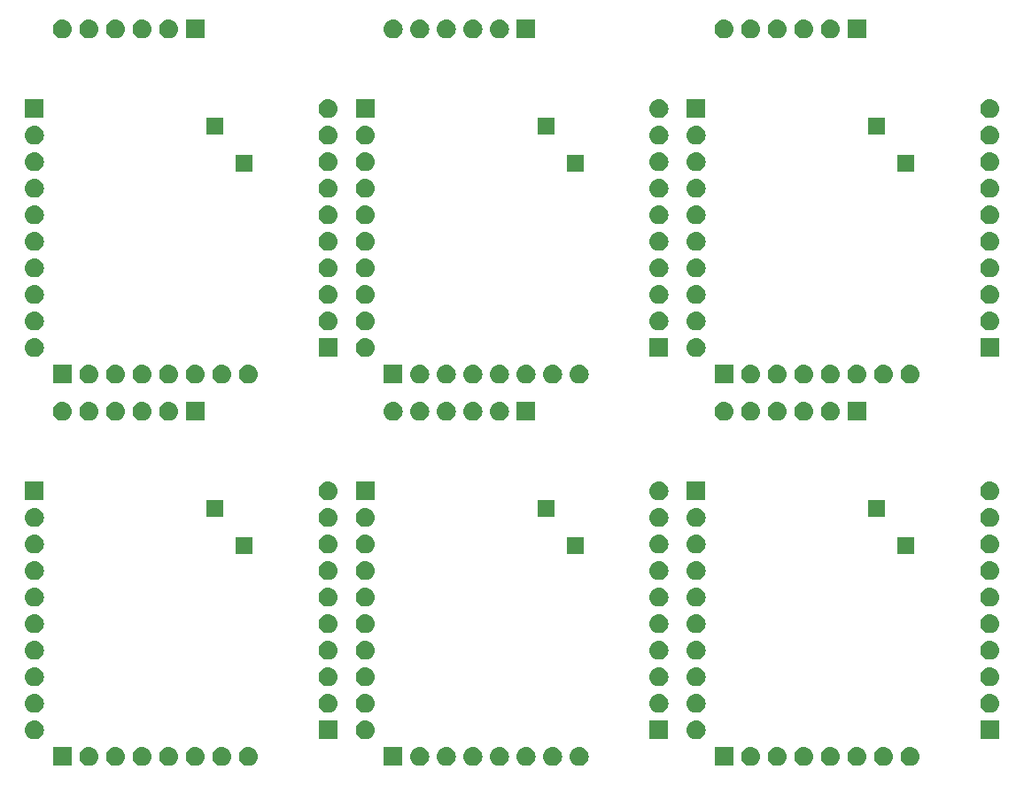
<source format=gbr>
G04 #@! TF.GenerationSoftware,KiCad,Pcbnew,5.1.4-e60b266~84~ubuntu18.04.1*
G04 #@! TF.CreationDate,2019-10-16T15:45:50+02:00*
G04 #@! TF.ProjectId,panel,70616e65-6c2e-46b6-9963-61645f706362,rev?*
G04 #@! TF.SameCoordinates,Original*
G04 #@! TF.FileFunction,Soldermask,Bot*
G04 #@! TF.FilePolarity,Negative*
%FSLAX46Y46*%
G04 Gerber Fmt 4.6, Leading zero omitted, Abs format (unit mm)*
G04 Created by KiCad (PCBNEW 5.1.4-e60b266~84~ubuntu18.04.1) date 2019-10-16 15:45:50*
%MOMM*%
%LPD*%
G04 APERTURE LIST*
%ADD10C,0.100000*%
G04 APERTURE END LIST*
D10*
G36*
X144792000Y-115328000D02*
G01*
X142990000Y-115328000D01*
X142990000Y-113526000D01*
X144792000Y-113526000D01*
X144792000Y-115328000D01*
X144792000Y-115328000D01*
G37*
G36*
X122538443Y-113532519D02*
G01*
X122604627Y-113539037D01*
X122774466Y-113590557D01*
X122930991Y-113674222D01*
X122966729Y-113703552D01*
X123068186Y-113786814D01*
X123151448Y-113888271D01*
X123180778Y-113924009D01*
X123264443Y-114080534D01*
X123315963Y-114250373D01*
X123333359Y-114427000D01*
X123315963Y-114603627D01*
X123264443Y-114773466D01*
X123180778Y-114929991D01*
X123151448Y-114965729D01*
X123068186Y-115067186D01*
X122966729Y-115150448D01*
X122930991Y-115179778D01*
X122774466Y-115263443D01*
X122604627Y-115314963D01*
X122538442Y-115321482D01*
X122472260Y-115328000D01*
X122383740Y-115328000D01*
X122317558Y-115321482D01*
X122251373Y-115314963D01*
X122081534Y-115263443D01*
X121925009Y-115179778D01*
X121889271Y-115150448D01*
X121787814Y-115067186D01*
X121704552Y-114965729D01*
X121675222Y-114929991D01*
X121591557Y-114773466D01*
X121540037Y-114603627D01*
X121522641Y-114427000D01*
X121540037Y-114250373D01*
X121591557Y-114080534D01*
X121675222Y-113924009D01*
X121704552Y-113888271D01*
X121787814Y-113786814D01*
X121889271Y-113703552D01*
X121925009Y-113674222D01*
X122081534Y-113590557D01*
X122251373Y-113539037D01*
X122317557Y-113532519D01*
X122383740Y-113526000D01*
X122472260Y-113526000D01*
X122538443Y-113532519D01*
X122538443Y-113532519D01*
G37*
G36*
X98535443Y-113532519D02*
G01*
X98601627Y-113539037D01*
X98771466Y-113590557D01*
X98927991Y-113674222D01*
X98963729Y-113703552D01*
X99065186Y-113786814D01*
X99148448Y-113888271D01*
X99177778Y-113924009D01*
X99261443Y-114080534D01*
X99312963Y-114250373D01*
X99330359Y-114427000D01*
X99312963Y-114603627D01*
X99261443Y-114773466D01*
X99177778Y-114929991D01*
X99148448Y-114965729D01*
X99065186Y-115067186D01*
X98963729Y-115150448D01*
X98927991Y-115179778D01*
X98771466Y-115263443D01*
X98601627Y-115314963D01*
X98535442Y-115321482D01*
X98469260Y-115328000D01*
X98380740Y-115328000D01*
X98314558Y-115321482D01*
X98248373Y-115314963D01*
X98078534Y-115263443D01*
X97922009Y-115179778D01*
X97886271Y-115150448D01*
X97784814Y-115067186D01*
X97701552Y-114965729D01*
X97672222Y-114929991D01*
X97588557Y-114773466D01*
X97537037Y-114603627D01*
X97519641Y-114427000D01*
X97537037Y-114250373D01*
X97588557Y-114080534D01*
X97672222Y-113924009D01*
X97701552Y-113888271D01*
X97784814Y-113786814D01*
X97886271Y-113703552D01*
X97922009Y-113674222D01*
X98078534Y-113590557D01*
X98248373Y-113539037D01*
X98314557Y-113532519D01*
X98380740Y-113526000D01*
X98469260Y-113526000D01*
X98535443Y-113532519D01*
X98535443Y-113532519D01*
G37*
G36*
X95995443Y-113532519D02*
G01*
X96061627Y-113539037D01*
X96231466Y-113590557D01*
X96387991Y-113674222D01*
X96423729Y-113703552D01*
X96525186Y-113786814D01*
X96608448Y-113888271D01*
X96637778Y-113924009D01*
X96721443Y-114080534D01*
X96772963Y-114250373D01*
X96790359Y-114427000D01*
X96772963Y-114603627D01*
X96721443Y-114773466D01*
X96637778Y-114929991D01*
X96608448Y-114965729D01*
X96525186Y-115067186D01*
X96423729Y-115150448D01*
X96387991Y-115179778D01*
X96231466Y-115263443D01*
X96061627Y-115314963D01*
X95995442Y-115321482D01*
X95929260Y-115328000D01*
X95840740Y-115328000D01*
X95774558Y-115321482D01*
X95708373Y-115314963D01*
X95538534Y-115263443D01*
X95382009Y-115179778D01*
X95346271Y-115150448D01*
X95244814Y-115067186D01*
X95161552Y-114965729D01*
X95132222Y-114929991D01*
X95048557Y-114773466D01*
X94997037Y-114603627D01*
X94979641Y-114427000D01*
X94997037Y-114250373D01*
X95048557Y-114080534D01*
X95132222Y-113924009D01*
X95161552Y-113888271D01*
X95244814Y-113786814D01*
X95346271Y-113703552D01*
X95382009Y-113674222D01*
X95538534Y-113590557D01*
X95708373Y-113539037D01*
X95774557Y-113532519D01*
X95840740Y-113526000D01*
X95929260Y-113526000D01*
X95995443Y-113532519D01*
X95995443Y-113532519D01*
G37*
G36*
X93455443Y-113532519D02*
G01*
X93521627Y-113539037D01*
X93691466Y-113590557D01*
X93847991Y-113674222D01*
X93883729Y-113703552D01*
X93985186Y-113786814D01*
X94068448Y-113888271D01*
X94097778Y-113924009D01*
X94181443Y-114080534D01*
X94232963Y-114250373D01*
X94250359Y-114427000D01*
X94232963Y-114603627D01*
X94181443Y-114773466D01*
X94097778Y-114929991D01*
X94068448Y-114965729D01*
X93985186Y-115067186D01*
X93883729Y-115150448D01*
X93847991Y-115179778D01*
X93691466Y-115263443D01*
X93521627Y-115314963D01*
X93455442Y-115321482D01*
X93389260Y-115328000D01*
X93300740Y-115328000D01*
X93234558Y-115321482D01*
X93168373Y-115314963D01*
X92998534Y-115263443D01*
X92842009Y-115179778D01*
X92806271Y-115150448D01*
X92704814Y-115067186D01*
X92621552Y-114965729D01*
X92592222Y-114929991D01*
X92508557Y-114773466D01*
X92457037Y-114603627D01*
X92439641Y-114427000D01*
X92457037Y-114250373D01*
X92508557Y-114080534D01*
X92592222Y-113924009D01*
X92621552Y-113888271D01*
X92704814Y-113786814D01*
X92806271Y-113703552D01*
X92842009Y-113674222D01*
X92998534Y-113590557D01*
X93168373Y-113539037D01*
X93234557Y-113532519D01*
X93300740Y-113526000D01*
X93389260Y-113526000D01*
X93455443Y-113532519D01*
X93455443Y-113532519D01*
G37*
G36*
X90915443Y-113532519D02*
G01*
X90981627Y-113539037D01*
X91151466Y-113590557D01*
X91307991Y-113674222D01*
X91343729Y-113703552D01*
X91445186Y-113786814D01*
X91528448Y-113888271D01*
X91557778Y-113924009D01*
X91641443Y-114080534D01*
X91692963Y-114250373D01*
X91710359Y-114427000D01*
X91692963Y-114603627D01*
X91641443Y-114773466D01*
X91557778Y-114929991D01*
X91528448Y-114965729D01*
X91445186Y-115067186D01*
X91343729Y-115150448D01*
X91307991Y-115179778D01*
X91151466Y-115263443D01*
X90981627Y-115314963D01*
X90915442Y-115321482D01*
X90849260Y-115328000D01*
X90760740Y-115328000D01*
X90694558Y-115321482D01*
X90628373Y-115314963D01*
X90458534Y-115263443D01*
X90302009Y-115179778D01*
X90266271Y-115150448D01*
X90164814Y-115067186D01*
X90081552Y-114965729D01*
X90052222Y-114929991D01*
X89968557Y-114773466D01*
X89917037Y-114603627D01*
X89899641Y-114427000D01*
X89917037Y-114250373D01*
X89968557Y-114080534D01*
X90052222Y-113924009D01*
X90081552Y-113888271D01*
X90164814Y-113786814D01*
X90266271Y-113703552D01*
X90302009Y-113674222D01*
X90458534Y-113590557D01*
X90628373Y-113539037D01*
X90694557Y-113532519D01*
X90760740Y-113526000D01*
X90849260Y-113526000D01*
X90915443Y-113532519D01*
X90915443Y-113532519D01*
G37*
G36*
X88375443Y-113532519D02*
G01*
X88441627Y-113539037D01*
X88611466Y-113590557D01*
X88767991Y-113674222D01*
X88803729Y-113703552D01*
X88905186Y-113786814D01*
X88988448Y-113888271D01*
X89017778Y-113924009D01*
X89101443Y-114080534D01*
X89152963Y-114250373D01*
X89170359Y-114427000D01*
X89152963Y-114603627D01*
X89101443Y-114773466D01*
X89017778Y-114929991D01*
X88988448Y-114965729D01*
X88905186Y-115067186D01*
X88803729Y-115150448D01*
X88767991Y-115179778D01*
X88611466Y-115263443D01*
X88441627Y-115314963D01*
X88375442Y-115321482D01*
X88309260Y-115328000D01*
X88220740Y-115328000D01*
X88154558Y-115321482D01*
X88088373Y-115314963D01*
X87918534Y-115263443D01*
X87762009Y-115179778D01*
X87726271Y-115150448D01*
X87624814Y-115067186D01*
X87541552Y-114965729D01*
X87512222Y-114929991D01*
X87428557Y-114773466D01*
X87377037Y-114603627D01*
X87359641Y-114427000D01*
X87377037Y-114250373D01*
X87428557Y-114080534D01*
X87512222Y-113924009D01*
X87541552Y-113888271D01*
X87624814Y-113786814D01*
X87726271Y-113703552D01*
X87762009Y-113674222D01*
X87918534Y-113590557D01*
X88088373Y-113539037D01*
X88154557Y-113532519D01*
X88220740Y-113526000D01*
X88309260Y-113526000D01*
X88375443Y-113532519D01*
X88375443Y-113532519D01*
G37*
G36*
X85835443Y-113532519D02*
G01*
X85901627Y-113539037D01*
X86071466Y-113590557D01*
X86227991Y-113674222D01*
X86263729Y-113703552D01*
X86365186Y-113786814D01*
X86448448Y-113888271D01*
X86477778Y-113924009D01*
X86561443Y-114080534D01*
X86612963Y-114250373D01*
X86630359Y-114427000D01*
X86612963Y-114603627D01*
X86561443Y-114773466D01*
X86477778Y-114929991D01*
X86448448Y-114965729D01*
X86365186Y-115067186D01*
X86263729Y-115150448D01*
X86227991Y-115179778D01*
X86071466Y-115263443D01*
X85901627Y-115314963D01*
X85835442Y-115321482D01*
X85769260Y-115328000D01*
X85680740Y-115328000D01*
X85614558Y-115321482D01*
X85548373Y-115314963D01*
X85378534Y-115263443D01*
X85222009Y-115179778D01*
X85186271Y-115150448D01*
X85084814Y-115067186D01*
X85001552Y-114965729D01*
X84972222Y-114929991D01*
X84888557Y-114773466D01*
X84837037Y-114603627D01*
X84819641Y-114427000D01*
X84837037Y-114250373D01*
X84888557Y-114080534D01*
X84972222Y-113924009D01*
X85001552Y-113888271D01*
X85084814Y-113786814D01*
X85186271Y-113703552D01*
X85222009Y-113674222D01*
X85378534Y-113590557D01*
X85548373Y-113539037D01*
X85614557Y-113532519D01*
X85680740Y-113526000D01*
X85769260Y-113526000D01*
X85835443Y-113532519D01*
X85835443Y-113532519D01*
G37*
G36*
X83295443Y-113532519D02*
G01*
X83361627Y-113539037D01*
X83531466Y-113590557D01*
X83687991Y-113674222D01*
X83723729Y-113703552D01*
X83825186Y-113786814D01*
X83908448Y-113888271D01*
X83937778Y-113924009D01*
X84021443Y-114080534D01*
X84072963Y-114250373D01*
X84090359Y-114427000D01*
X84072963Y-114603627D01*
X84021443Y-114773466D01*
X83937778Y-114929991D01*
X83908448Y-114965729D01*
X83825186Y-115067186D01*
X83723729Y-115150448D01*
X83687991Y-115179778D01*
X83531466Y-115263443D01*
X83361627Y-115314963D01*
X83295442Y-115321482D01*
X83229260Y-115328000D01*
X83140740Y-115328000D01*
X83074558Y-115321482D01*
X83008373Y-115314963D01*
X82838534Y-115263443D01*
X82682009Y-115179778D01*
X82646271Y-115150448D01*
X82544814Y-115067186D01*
X82461552Y-114965729D01*
X82432222Y-114929991D01*
X82348557Y-114773466D01*
X82297037Y-114603627D01*
X82279641Y-114427000D01*
X82297037Y-114250373D01*
X82348557Y-114080534D01*
X82432222Y-113924009D01*
X82461552Y-113888271D01*
X82544814Y-113786814D01*
X82646271Y-113703552D01*
X82682009Y-113674222D01*
X82838534Y-113590557D01*
X83008373Y-113539037D01*
X83074557Y-113532519D01*
X83140740Y-113526000D01*
X83229260Y-113526000D01*
X83295443Y-113532519D01*
X83295443Y-113532519D01*
G37*
G36*
X81546000Y-115328000D02*
G01*
X79744000Y-115328000D01*
X79744000Y-113526000D01*
X81546000Y-113526000D01*
X81546000Y-115328000D01*
X81546000Y-115328000D01*
G37*
G36*
X130158443Y-113532519D02*
G01*
X130224627Y-113539037D01*
X130394466Y-113590557D01*
X130550991Y-113674222D01*
X130586729Y-113703552D01*
X130688186Y-113786814D01*
X130771448Y-113888271D01*
X130800778Y-113924009D01*
X130884443Y-114080534D01*
X130935963Y-114250373D01*
X130953359Y-114427000D01*
X130935963Y-114603627D01*
X130884443Y-114773466D01*
X130800778Y-114929991D01*
X130771448Y-114965729D01*
X130688186Y-115067186D01*
X130586729Y-115150448D01*
X130550991Y-115179778D01*
X130394466Y-115263443D01*
X130224627Y-115314963D01*
X130158442Y-115321482D01*
X130092260Y-115328000D01*
X130003740Y-115328000D01*
X129937558Y-115321482D01*
X129871373Y-115314963D01*
X129701534Y-115263443D01*
X129545009Y-115179778D01*
X129509271Y-115150448D01*
X129407814Y-115067186D01*
X129324552Y-114965729D01*
X129295222Y-114929991D01*
X129211557Y-114773466D01*
X129160037Y-114603627D01*
X129142641Y-114427000D01*
X129160037Y-114250373D01*
X129211557Y-114080534D01*
X129295222Y-113924009D01*
X129324552Y-113888271D01*
X129407814Y-113786814D01*
X129509271Y-113703552D01*
X129545009Y-113674222D01*
X129701534Y-113590557D01*
X129871373Y-113539037D01*
X129937557Y-113532519D01*
X130003740Y-113526000D01*
X130092260Y-113526000D01*
X130158443Y-113532519D01*
X130158443Y-113532519D01*
G37*
G36*
X127618443Y-113532519D02*
G01*
X127684627Y-113539037D01*
X127854466Y-113590557D01*
X128010991Y-113674222D01*
X128046729Y-113703552D01*
X128148186Y-113786814D01*
X128231448Y-113888271D01*
X128260778Y-113924009D01*
X128344443Y-114080534D01*
X128395963Y-114250373D01*
X128413359Y-114427000D01*
X128395963Y-114603627D01*
X128344443Y-114773466D01*
X128260778Y-114929991D01*
X128231448Y-114965729D01*
X128148186Y-115067186D01*
X128046729Y-115150448D01*
X128010991Y-115179778D01*
X127854466Y-115263443D01*
X127684627Y-115314963D01*
X127618442Y-115321482D01*
X127552260Y-115328000D01*
X127463740Y-115328000D01*
X127397558Y-115321482D01*
X127331373Y-115314963D01*
X127161534Y-115263443D01*
X127005009Y-115179778D01*
X126969271Y-115150448D01*
X126867814Y-115067186D01*
X126784552Y-114965729D01*
X126755222Y-114929991D01*
X126671557Y-114773466D01*
X126620037Y-114603627D01*
X126602641Y-114427000D01*
X126620037Y-114250373D01*
X126671557Y-114080534D01*
X126755222Y-113924009D01*
X126784552Y-113888271D01*
X126867814Y-113786814D01*
X126969271Y-113703552D01*
X127005009Y-113674222D01*
X127161534Y-113590557D01*
X127331373Y-113539037D01*
X127397557Y-113532519D01*
X127463740Y-113526000D01*
X127552260Y-113526000D01*
X127618443Y-113532519D01*
X127618443Y-113532519D01*
G37*
G36*
X125078443Y-113532519D02*
G01*
X125144627Y-113539037D01*
X125314466Y-113590557D01*
X125470991Y-113674222D01*
X125506729Y-113703552D01*
X125608186Y-113786814D01*
X125691448Y-113888271D01*
X125720778Y-113924009D01*
X125804443Y-114080534D01*
X125855963Y-114250373D01*
X125873359Y-114427000D01*
X125855963Y-114603627D01*
X125804443Y-114773466D01*
X125720778Y-114929991D01*
X125691448Y-114965729D01*
X125608186Y-115067186D01*
X125506729Y-115150448D01*
X125470991Y-115179778D01*
X125314466Y-115263443D01*
X125144627Y-115314963D01*
X125078442Y-115321482D01*
X125012260Y-115328000D01*
X124923740Y-115328000D01*
X124857558Y-115321482D01*
X124791373Y-115314963D01*
X124621534Y-115263443D01*
X124465009Y-115179778D01*
X124429271Y-115150448D01*
X124327814Y-115067186D01*
X124244552Y-114965729D01*
X124215222Y-114929991D01*
X124131557Y-114773466D01*
X124080037Y-114603627D01*
X124062641Y-114427000D01*
X124080037Y-114250373D01*
X124131557Y-114080534D01*
X124215222Y-113924009D01*
X124244552Y-113888271D01*
X124327814Y-113786814D01*
X124429271Y-113703552D01*
X124465009Y-113674222D01*
X124621534Y-113590557D01*
X124791373Y-113539037D01*
X124857557Y-113532519D01*
X124923740Y-113526000D01*
X125012260Y-113526000D01*
X125078443Y-113532519D01*
X125078443Y-113532519D01*
G37*
G36*
X117458443Y-113532519D02*
G01*
X117524627Y-113539037D01*
X117694466Y-113590557D01*
X117850991Y-113674222D01*
X117886729Y-113703552D01*
X117988186Y-113786814D01*
X118071448Y-113888271D01*
X118100778Y-113924009D01*
X118184443Y-114080534D01*
X118235963Y-114250373D01*
X118253359Y-114427000D01*
X118235963Y-114603627D01*
X118184443Y-114773466D01*
X118100778Y-114929991D01*
X118071448Y-114965729D01*
X117988186Y-115067186D01*
X117886729Y-115150448D01*
X117850991Y-115179778D01*
X117694466Y-115263443D01*
X117524627Y-115314963D01*
X117458442Y-115321482D01*
X117392260Y-115328000D01*
X117303740Y-115328000D01*
X117237558Y-115321482D01*
X117171373Y-115314963D01*
X117001534Y-115263443D01*
X116845009Y-115179778D01*
X116809271Y-115150448D01*
X116707814Y-115067186D01*
X116624552Y-114965729D01*
X116595222Y-114929991D01*
X116511557Y-114773466D01*
X116460037Y-114603627D01*
X116442641Y-114427000D01*
X116460037Y-114250373D01*
X116511557Y-114080534D01*
X116595222Y-113924009D01*
X116624552Y-113888271D01*
X116707814Y-113786814D01*
X116809271Y-113703552D01*
X116845009Y-113674222D01*
X117001534Y-113590557D01*
X117171373Y-113539037D01*
X117237557Y-113532519D01*
X117303740Y-113526000D01*
X117392260Y-113526000D01*
X117458443Y-113532519D01*
X117458443Y-113532519D01*
G37*
G36*
X146541443Y-113532519D02*
G01*
X146607627Y-113539037D01*
X146777466Y-113590557D01*
X146933991Y-113674222D01*
X146969729Y-113703552D01*
X147071186Y-113786814D01*
X147154448Y-113888271D01*
X147183778Y-113924009D01*
X147267443Y-114080534D01*
X147318963Y-114250373D01*
X147336359Y-114427000D01*
X147318963Y-114603627D01*
X147267443Y-114773466D01*
X147183778Y-114929991D01*
X147154448Y-114965729D01*
X147071186Y-115067186D01*
X146969729Y-115150448D01*
X146933991Y-115179778D01*
X146777466Y-115263443D01*
X146607627Y-115314963D01*
X146541442Y-115321482D01*
X146475260Y-115328000D01*
X146386740Y-115328000D01*
X146320558Y-115321482D01*
X146254373Y-115314963D01*
X146084534Y-115263443D01*
X145928009Y-115179778D01*
X145892271Y-115150448D01*
X145790814Y-115067186D01*
X145707552Y-114965729D01*
X145678222Y-114929991D01*
X145594557Y-114773466D01*
X145543037Y-114603627D01*
X145525641Y-114427000D01*
X145543037Y-114250373D01*
X145594557Y-114080534D01*
X145678222Y-113924009D01*
X145707552Y-113888271D01*
X145790814Y-113786814D01*
X145892271Y-113703552D01*
X145928009Y-113674222D01*
X146084534Y-113590557D01*
X146254373Y-113539037D01*
X146320557Y-113532519D01*
X146386740Y-113526000D01*
X146475260Y-113526000D01*
X146541443Y-113532519D01*
X146541443Y-113532519D01*
G37*
G36*
X149081443Y-113532519D02*
G01*
X149147627Y-113539037D01*
X149317466Y-113590557D01*
X149473991Y-113674222D01*
X149509729Y-113703552D01*
X149611186Y-113786814D01*
X149694448Y-113888271D01*
X149723778Y-113924009D01*
X149807443Y-114080534D01*
X149858963Y-114250373D01*
X149876359Y-114427000D01*
X149858963Y-114603627D01*
X149807443Y-114773466D01*
X149723778Y-114929991D01*
X149694448Y-114965729D01*
X149611186Y-115067186D01*
X149509729Y-115150448D01*
X149473991Y-115179778D01*
X149317466Y-115263443D01*
X149147627Y-115314963D01*
X149081442Y-115321482D01*
X149015260Y-115328000D01*
X148926740Y-115328000D01*
X148860558Y-115321482D01*
X148794373Y-115314963D01*
X148624534Y-115263443D01*
X148468009Y-115179778D01*
X148432271Y-115150448D01*
X148330814Y-115067186D01*
X148247552Y-114965729D01*
X148218222Y-114929991D01*
X148134557Y-114773466D01*
X148083037Y-114603627D01*
X148065641Y-114427000D01*
X148083037Y-114250373D01*
X148134557Y-114080534D01*
X148218222Y-113924009D01*
X148247552Y-113888271D01*
X148330814Y-113786814D01*
X148432271Y-113703552D01*
X148468009Y-113674222D01*
X148624534Y-113590557D01*
X148794373Y-113539037D01*
X148860557Y-113532519D01*
X148926740Y-113526000D01*
X149015260Y-113526000D01*
X149081443Y-113532519D01*
X149081443Y-113532519D01*
G37*
G36*
X151621443Y-113532519D02*
G01*
X151687627Y-113539037D01*
X151857466Y-113590557D01*
X152013991Y-113674222D01*
X152049729Y-113703552D01*
X152151186Y-113786814D01*
X152234448Y-113888271D01*
X152263778Y-113924009D01*
X152347443Y-114080534D01*
X152398963Y-114250373D01*
X152416359Y-114427000D01*
X152398963Y-114603627D01*
X152347443Y-114773466D01*
X152263778Y-114929991D01*
X152234448Y-114965729D01*
X152151186Y-115067186D01*
X152049729Y-115150448D01*
X152013991Y-115179778D01*
X151857466Y-115263443D01*
X151687627Y-115314963D01*
X151621442Y-115321482D01*
X151555260Y-115328000D01*
X151466740Y-115328000D01*
X151400558Y-115321482D01*
X151334373Y-115314963D01*
X151164534Y-115263443D01*
X151008009Y-115179778D01*
X150972271Y-115150448D01*
X150870814Y-115067186D01*
X150787552Y-114965729D01*
X150758222Y-114929991D01*
X150674557Y-114773466D01*
X150623037Y-114603627D01*
X150605641Y-114427000D01*
X150623037Y-114250373D01*
X150674557Y-114080534D01*
X150758222Y-113924009D01*
X150787552Y-113888271D01*
X150870814Y-113786814D01*
X150972271Y-113703552D01*
X151008009Y-113674222D01*
X151164534Y-113590557D01*
X151334373Y-113539037D01*
X151400557Y-113532519D01*
X151466740Y-113526000D01*
X151555260Y-113526000D01*
X151621443Y-113532519D01*
X151621443Y-113532519D01*
G37*
G36*
X154161443Y-113532519D02*
G01*
X154227627Y-113539037D01*
X154397466Y-113590557D01*
X154553991Y-113674222D01*
X154589729Y-113703552D01*
X154691186Y-113786814D01*
X154774448Y-113888271D01*
X154803778Y-113924009D01*
X154887443Y-114080534D01*
X154938963Y-114250373D01*
X154956359Y-114427000D01*
X154938963Y-114603627D01*
X154887443Y-114773466D01*
X154803778Y-114929991D01*
X154774448Y-114965729D01*
X154691186Y-115067186D01*
X154589729Y-115150448D01*
X154553991Y-115179778D01*
X154397466Y-115263443D01*
X154227627Y-115314963D01*
X154161442Y-115321482D01*
X154095260Y-115328000D01*
X154006740Y-115328000D01*
X153940558Y-115321482D01*
X153874373Y-115314963D01*
X153704534Y-115263443D01*
X153548009Y-115179778D01*
X153512271Y-115150448D01*
X153410814Y-115067186D01*
X153327552Y-114965729D01*
X153298222Y-114929991D01*
X153214557Y-114773466D01*
X153163037Y-114603627D01*
X153145641Y-114427000D01*
X153163037Y-114250373D01*
X153214557Y-114080534D01*
X153298222Y-113924009D01*
X153327552Y-113888271D01*
X153410814Y-113786814D01*
X153512271Y-113703552D01*
X153548009Y-113674222D01*
X153704534Y-113590557D01*
X153874373Y-113539037D01*
X153940557Y-113532519D01*
X154006740Y-113526000D01*
X154095260Y-113526000D01*
X154161443Y-113532519D01*
X154161443Y-113532519D01*
G37*
G36*
X156701443Y-113532519D02*
G01*
X156767627Y-113539037D01*
X156937466Y-113590557D01*
X157093991Y-113674222D01*
X157129729Y-113703552D01*
X157231186Y-113786814D01*
X157314448Y-113888271D01*
X157343778Y-113924009D01*
X157427443Y-114080534D01*
X157478963Y-114250373D01*
X157496359Y-114427000D01*
X157478963Y-114603627D01*
X157427443Y-114773466D01*
X157343778Y-114929991D01*
X157314448Y-114965729D01*
X157231186Y-115067186D01*
X157129729Y-115150448D01*
X157093991Y-115179778D01*
X156937466Y-115263443D01*
X156767627Y-115314963D01*
X156701442Y-115321482D01*
X156635260Y-115328000D01*
X156546740Y-115328000D01*
X156480558Y-115321482D01*
X156414373Y-115314963D01*
X156244534Y-115263443D01*
X156088009Y-115179778D01*
X156052271Y-115150448D01*
X155950814Y-115067186D01*
X155867552Y-114965729D01*
X155838222Y-114929991D01*
X155754557Y-114773466D01*
X155703037Y-114603627D01*
X155685641Y-114427000D01*
X155703037Y-114250373D01*
X155754557Y-114080534D01*
X155838222Y-113924009D01*
X155867552Y-113888271D01*
X155950814Y-113786814D01*
X156052271Y-113703552D01*
X156088009Y-113674222D01*
X156244534Y-113590557D01*
X156414373Y-113539037D01*
X156480557Y-113532519D01*
X156546740Y-113526000D01*
X156635260Y-113526000D01*
X156701443Y-113532519D01*
X156701443Y-113532519D01*
G37*
G36*
X159241443Y-113532519D02*
G01*
X159307627Y-113539037D01*
X159477466Y-113590557D01*
X159633991Y-113674222D01*
X159669729Y-113703552D01*
X159771186Y-113786814D01*
X159854448Y-113888271D01*
X159883778Y-113924009D01*
X159967443Y-114080534D01*
X160018963Y-114250373D01*
X160036359Y-114427000D01*
X160018963Y-114603627D01*
X159967443Y-114773466D01*
X159883778Y-114929991D01*
X159854448Y-114965729D01*
X159771186Y-115067186D01*
X159669729Y-115150448D01*
X159633991Y-115179778D01*
X159477466Y-115263443D01*
X159307627Y-115314963D01*
X159241442Y-115321482D01*
X159175260Y-115328000D01*
X159086740Y-115328000D01*
X159020558Y-115321482D01*
X158954373Y-115314963D01*
X158784534Y-115263443D01*
X158628009Y-115179778D01*
X158592271Y-115150448D01*
X158490814Y-115067186D01*
X158407552Y-114965729D01*
X158378222Y-114929991D01*
X158294557Y-114773466D01*
X158243037Y-114603627D01*
X158225641Y-114427000D01*
X158243037Y-114250373D01*
X158294557Y-114080534D01*
X158378222Y-113924009D01*
X158407552Y-113888271D01*
X158490814Y-113786814D01*
X158592271Y-113703552D01*
X158628009Y-113674222D01*
X158784534Y-113590557D01*
X158954373Y-113539037D01*
X159020557Y-113532519D01*
X159086740Y-113526000D01*
X159175260Y-113526000D01*
X159241443Y-113532519D01*
X159241443Y-113532519D01*
G37*
G36*
X161781443Y-113532519D02*
G01*
X161847627Y-113539037D01*
X162017466Y-113590557D01*
X162173991Y-113674222D01*
X162209729Y-113703552D01*
X162311186Y-113786814D01*
X162394448Y-113888271D01*
X162423778Y-113924009D01*
X162507443Y-114080534D01*
X162558963Y-114250373D01*
X162576359Y-114427000D01*
X162558963Y-114603627D01*
X162507443Y-114773466D01*
X162423778Y-114929991D01*
X162394448Y-114965729D01*
X162311186Y-115067186D01*
X162209729Y-115150448D01*
X162173991Y-115179778D01*
X162017466Y-115263443D01*
X161847627Y-115314963D01*
X161781442Y-115321482D01*
X161715260Y-115328000D01*
X161626740Y-115328000D01*
X161560558Y-115321482D01*
X161494373Y-115314963D01*
X161324534Y-115263443D01*
X161168009Y-115179778D01*
X161132271Y-115150448D01*
X161030814Y-115067186D01*
X160947552Y-114965729D01*
X160918222Y-114929991D01*
X160834557Y-114773466D01*
X160783037Y-114603627D01*
X160765641Y-114427000D01*
X160783037Y-114250373D01*
X160834557Y-114080534D01*
X160918222Y-113924009D01*
X160947552Y-113888271D01*
X161030814Y-113786814D01*
X161132271Y-113703552D01*
X161168009Y-113674222D01*
X161324534Y-113590557D01*
X161494373Y-113539037D01*
X161560557Y-113532519D01*
X161626740Y-113526000D01*
X161715260Y-113526000D01*
X161781443Y-113532519D01*
X161781443Y-113532519D01*
G37*
G36*
X113169000Y-115328000D02*
G01*
X111367000Y-115328000D01*
X111367000Y-113526000D01*
X113169000Y-113526000D01*
X113169000Y-115328000D01*
X113169000Y-115328000D01*
G37*
G36*
X114918443Y-113532519D02*
G01*
X114984627Y-113539037D01*
X115154466Y-113590557D01*
X115310991Y-113674222D01*
X115346729Y-113703552D01*
X115448186Y-113786814D01*
X115531448Y-113888271D01*
X115560778Y-113924009D01*
X115644443Y-114080534D01*
X115695963Y-114250373D01*
X115713359Y-114427000D01*
X115695963Y-114603627D01*
X115644443Y-114773466D01*
X115560778Y-114929991D01*
X115531448Y-114965729D01*
X115448186Y-115067186D01*
X115346729Y-115150448D01*
X115310991Y-115179778D01*
X115154466Y-115263443D01*
X114984627Y-115314963D01*
X114918442Y-115321482D01*
X114852260Y-115328000D01*
X114763740Y-115328000D01*
X114697558Y-115321482D01*
X114631373Y-115314963D01*
X114461534Y-115263443D01*
X114305009Y-115179778D01*
X114269271Y-115150448D01*
X114167814Y-115067186D01*
X114084552Y-114965729D01*
X114055222Y-114929991D01*
X113971557Y-114773466D01*
X113920037Y-114603627D01*
X113902641Y-114427000D01*
X113920037Y-114250373D01*
X113971557Y-114080534D01*
X114055222Y-113924009D01*
X114084552Y-113888271D01*
X114167814Y-113786814D01*
X114269271Y-113703552D01*
X114305009Y-113674222D01*
X114461534Y-113590557D01*
X114631373Y-113539037D01*
X114697557Y-113532519D01*
X114763740Y-113526000D01*
X114852260Y-113526000D01*
X114918443Y-113532519D01*
X114918443Y-113532519D01*
G37*
G36*
X119998443Y-113532519D02*
G01*
X120064627Y-113539037D01*
X120234466Y-113590557D01*
X120390991Y-113674222D01*
X120426729Y-113703552D01*
X120528186Y-113786814D01*
X120611448Y-113888271D01*
X120640778Y-113924009D01*
X120724443Y-114080534D01*
X120775963Y-114250373D01*
X120793359Y-114427000D01*
X120775963Y-114603627D01*
X120724443Y-114773466D01*
X120640778Y-114929991D01*
X120611448Y-114965729D01*
X120528186Y-115067186D01*
X120426729Y-115150448D01*
X120390991Y-115179778D01*
X120234466Y-115263443D01*
X120064627Y-115314963D01*
X119998442Y-115321482D01*
X119932260Y-115328000D01*
X119843740Y-115328000D01*
X119777558Y-115321482D01*
X119711373Y-115314963D01*
X119541534Y-115263443D01*
X119385009Y-115179778D01*
X119349271Y-115150448D01*
X119247814Y-115067186D01*
X119164552Y-114965729D01*
X119135222Y-114929991D01*
X119051557Y-114773466D01*
X119000037Y-114603627D01*
X118982641Y-114427000D01*
X119000037Y-114250373D01*
X119051557Y-114080534D01*
X119135222Y-113924009D01*
X119164552Y-113888271D01*
X119247814Y-113786814D01*
X119349271Y-113703552D01*
X119385009Y-113674222D01*
X119541534Y-113590557D01*
X119711373Y-113539037D01*
X119777557Y-113532519D01*
X119843740Y-113526000D01*
X119932260Y-113526000D01*
X119998443Y-113532519D01*
X119998443Y-113532519D01*
G37*
G36*
X141334443Y-110992519D02*
G01*
X141400627Y-110999037D01*
X141570466Y-111050557D01*
X141726991Y-111134222D01*
X141762729Y-111163552D01*
X141864186Y-111246814D01*
X141947448Y-111348271D01*
X141976778Y-111384009D01*
X142060443Y-111540534D01*
X142111963Y-111710373D01*
X142129359Y-111887000D01*
X142111963Y-112063627D01*
X142060443Y-112233466D01*
X141976778Y-112389991D01*
X141947448Y-112425729D01*
X141864186Y-112527186D01*
X141762729Y-112610448D01*
X141726991Y-112639778D01*
X141570466Y-112723443D01*
X141400627Y-112774963D01*
X141334443Y-112781481D01*
X141268260Y-112788000D01*
X141179740Y-112788000D01*
X141113557Y-112781481D01*
X141047373Y-112774963D01*
X140877534Y-112723443D01*
X140721009Y-112639778D01*
X140685271Y-112610448D01*
X140583814Y-112527186D01*
X140500552Y-112425729D01*
X140471222Y-112389991D01*
X140387557Y-112233466D01*
X140336037Y-112063627D01*
X140318641Y-111887000D01*
X140336037Y-111710373D01*
X140387557Y-111540534D01*
X140471222Y-111384009D01*
X140500552Y-111348271D01*
X140583814Y-111246814D01*
X140685271Y-111163552D01*
X140721009Y-111134222D01*
X140877534Y-111050557D01*
X141047373Y-110999037D01*
X141113557Y-110992519D01*
X141179740Y-110986000D01*
X141268260Y-110986000D01*
X141334443Y-110992519D01*
X141334443Y-110992519D01*
G37*
G36*
X109711443Y-110992519D02*
G01*
X109777627Y-110999037D01*
X109947466Y-111050557D01*
X110103991Y-111134222D01*
X110139729Y-111163552D01*
X110241186Y-111246814D01*
X110324448Y-111348271D01*
X110353778Y-111384009D01*
X110437443Y-111540534D01*
X110488963Y-111710373D01*
X110506359Y-111887000D01*
X110488963Y-112063627D01*
X110437443Y-112233466D01*
X110353778Y-112389991D01*
X110324448Y-112425729D01*
X110241186Y-112527186D01*
X110139729Y-112610448D01*
X110103991Y-112639778D01*
X109947466Y-112723443D01*
X109777627Y-112774963D01*
X109711443Y-112781481D01*
X109645260Y-112788000D01*
X109556740Y-112788000D01*
X109490557Y-112781481D01*
X109424373Y-112774963D01*
X109254534Y-112723443D01*
X109098009Y-112639778D01*
X109062271Y-112610448D01*
X108960814Y-112527186D01*
X108877552Y-112425729D01*
X108848222Y-112389991D01*
X108764557Y-112233466D01*
X108713037Y-112063627D01*
X108695641Y-111887000D01*
X108713037Y-111710373D01*
X108764557Y-111540534D01*
X108848222Y-111384009D01*
X108877552Y-111348271D01*
X108960814Y-111246814D01*
X109062271Y-111163552D01*
X109098009Y-111134222D01*
X109254534Y-111050557D01*
X109424373Y-110999037D01*
X109490557Y-110992519D01*
X109556740Y-110986000D01*
X109645260Y-110986000D01*
X109711443Y-110992519D01*
X109711443Y-110992519D01*
G37*
G36*
X138569000Y-112788000D02*
G01*
X136767000Y-112788000D01*
X136767000Y-110986000D01*
X138569000Y-110986000D01*
X138569000Y-112788000D01*
X138569000Y-112788000D01*
G37*
G36*
X170192000Y-112788000D02*
G01*
X168390000Y-112788000D01*
X168390000Y-110986000D01*
X170192000Y-110986000D01*
X170192000Y-112788000D01*
X170192000Y-112788000D01*
G37*
G36*
X106946000Y-112788000D02*
G01*
X105144000Y-112788000D01*
X105144000Y-110986000D01*
X106946000Y-110986000D01*
X106946000Y-112788000D01*
X106946000Y-112788000D01*
G37*
G36*
X78088443Y-110992519D02*
G01*
X78154627Y-110999037D01*
X78324466Y-111050557D01*
X78480991Y-111134222D01*
X78516729Y-111163552D01*
X78618186Y-111246814D01*
X78701448Y-111348271D01*
X78730778Y-111384009D01*
X78814443Y-111540534D01*
X78865963Y-111710373D01*
X78883359Y-111887000D01*
X78865963Y-112063627D01*
X78814443Y-112233466D01*
X78730778Y-112389991D01*
X78701448Y-112425729D01*
X78618186Y-112527186D01*
X78516729Y-112610448D01*
X78480991Y-112639778D01*
X78324466Y-112723443D01*
X78154627Y-112774963D01*
X78088443Y-112781481D01*
X78022260Y-112788000D01*
X77933740Y-112788000D01*
X77867557Y-112781481D01*
X77801373Y-112774963D01*
X77631534Y-112723443D01*
X77475009Y-112639778D01*
X77439271Y-112610448D01*
X77337814Y-112527186D01*
X77254552Y-112425729D01*
X77225222Y-112389991D01*
X77141557Y-112233466D01*
X77090037Y-112063627D01*
X77072641Y-111887000D01*
X77090037Y-111710373D01*
X77141557Y-111540534D01*
X77225222Y-111384009D01*
X77254552Y-111348271D01*
X77337814Y-111246814D01*
X77439271Y-111163552D01*
X77475009Y-111134222D01*
X77631534Y-111050557D01*
X77801373Y-110999037D01*
X77867557Y-110992519D01*
X77933740Y-110986000D01*
X78022260Y-110986000D01*
X78088443Y-110992519D01*
X78088443Y-110992519D01*
G37*
G36*
X137778442Y-108452518D02*
G01*
X137844627Y-108459037D01*
X138014466Y-108510557D01*
X138170991Y-108594222D01*
X138206729Y-108623552D01*
X138308186Y-108706814D01*
X138391448Y-108808271D01*
X138420778Y-108844009D01*
X138504443Y-109000534D01*
X138555963Y-109170373D01*
X138573359Y-109347000D01*
X138555963Y-109523627D01*
X138504443Y-109693466D01*
X138420778Y-109849991D01*
X138391448Y-109885729D01*
X138308186Y-109987186D01*
X138206729Y-110070448D01*
X138170991Y-110099778D01*
X138014466Y-110183443D01*
X137844627Y-110234963D01*
X137778443Y-110241481D01*
X137712260Y-110248000D01*
X137623740Y-110248000D01*
X137557557Y-110241481D01*
X137491373Y-110234963D01*
X137321534Y-110183443D01*
X137165009Y-110099778D01*
X137129271Y-110070448D01*
X137027814Y-109987186D01*
X136944552Y-109885729D01*
X136915222Y-109849991D01*
X136831557Y-109693466D01*
X136780037Y-109523627D01*
X136762641Y-109347000D01*
X136780037Y-109170373D01*
X136831557Y-109000534D01*
X136915222Y-108844009D01*
X136944552Y-108808271D01*
X137027814Y-108706814D01*
X137129271Y-108623552D01*
X137165009Y-108594222D01*
X137321534Y-108510557D01*
X137491373Y-108459037D01*
X137557558Y-108452518D01*
X137623740Y-108446000D01*
X137712260Y-108446000D01*
X137778442Y-108452518D01*
X137778442Y-108452518D01*
G37*
G36*
X169401442Y-108452518D02*
G01*
X169467627Y-108459037D01*
X169637466Y-108510557D01*
X169793991Y-108594222D01*
X169829729Y-108623552D01*
X169931186Y-108706814D01*
X170014448Y-108808271D01*
X170043778Y-108844009D01*
X170127443Y-109000534D01*
X170178963Y-109170373D01*
X170196359Y-109347000D01*
X170178963Y-109523627D01*
X170127443Y-109693466D01*
X170043778Y-109849991D01*
X170014448Y-109885729D01*
X169931186Y-109987186D01*
X169829729Y-110070448D01*
X169793991Y-110099778D01*
X169637466Y-110183443D01*
X169467627Y-110234963D01*
X169401443Y-110241481D01*
X169335260Y-110248000D01*
X169246740Y-110248000D01*
X169180557Y-110241481D01*
X169114373Y-110234963D01*
X168944534Y-110183443D01*
X168788009Y-110099778D01*
X168752271Y-110070448D01*
X168650814Y-109987186D01*
X168567552Y-109885729D01*
X168538222Y-109849991D01*
X168454557Y-109693466D01*
X168403037Y-109523627D01*
X168385641Y-109347000D01*
X168403037Y-109170373D01*
X168454557Y-109000534D01*
X168538222Y-108844009D01*
X168567552Y-108808271D01*
X168650814Y-108706814D01*
X168752271Y-108623552D01*
X168788009Y-108594222D01*
X168944534Y-108510557D01*
X169114373Y-108459037D01*
X169180558Y-108452518D01*
X169246740Y-108446000D01*
X169335260Y-108446000D01*
X169401442Y-108452518D01*
X169401442Y-108452518D01*
G37*
G36*
X106155442Y-108452518D02*
G01*
X106221627Y-108459037D01*
X106391466Y-108510557D01*
X106547991Y-108594222D01*
X106583729Y-108623552D01*
X106685186Y-108706814D01*
X106768448Y-108808271D01*
X106797778Y-108844009D01*
X106881443Y-109000534D01*
X106932963Y-109170373D01*
X106950359Y-109347000D01*
X106932963Y-109523627D01*
X106881443Y-109693466D01*
X106797778Y-109849991D01*
X106768448Y-109885729D01*
X106685186Y-109987186D01*
X106583729Y-110070448D01*
X106547991Y-110099778D01*
X106391466Y-110183443D01*
X106221627Y-110234963D01*
X106155443Y-110241481D01*
X106089260Y-110248000D01*
X106000740Y-110248000D01*
X105934557Y-110241481D01*
X105868373Y-110234963D01*
X105698534Y-110183443D01*
X105542009Y-110099778D01*
X105506271Y-110070448D01*
X105404814Y-109987186D01*
X105321552Y-109885729D01*
X105292222Y-109849991D01*
X105208557Y-109693466D01*
X105157037Y-109523627D01*
X105139641Y-109347000D01*
X105157037Y-109170373D01*
X105208557Y-109000534D01*
X105292222Y-108844009D01*
X105321552Y-108808271D01*
X105404814Y-108706814D01*
X105506271Y-108623552D01*
X105542009Y-108594222D01*
X105698534Y-108510557D01*
X105868373Y-108459037D01*
X105934558Y-108452518D01*
X106000740Y-108446000D01*
X106089260Y-108446000D01*
X106155442Y-108452518D01*
X106155442Y-108452518D01*
G37*
G36*
X109711442Y-108452518D02*
G01*
X109777627Y-108459037D01*
X109947466Y-108510557D01*
X110103991Y-108594222D01*
X110139729Y-108623552D01*
X110241186Y-108706814D01*
X110324448Y-108808271D01*
X110353778Y-108844009D01*
X110437443Y-109000534D01*
X110488963Y-109170373D01*
X110506359Y-109347000D01*
X110488963Y-109523627D01*
X110437443Y-109693466D01*
X110353778Y-109849991D01*
X110324448Y-109885729D01*
X110241186Y-109987186D01*
X110139729Y-110070448D01*
X110103991Y-110099778D01*
X109947466Y-110183443D01*
X109777627Y-110234963D01*
X109711443Y-110241481D01*
X109645260Y-110248000D01*
X109556740Y-110248000D01*
X109490557Y-110241481D01*
X109424373Y-110234963D01*
X109254534Y-110183443D01*
X109098009Y-110099778D01*
X109062271Y-110070448D01*
X108960814Y-109987186D01*
X108877552Y-109885729D01*
X108848222Y-109849991D01*
X108764557Y-109693466D01*
X108713037Y-109523627D01*
X108695641Y-109347000D01*
X108713037Y-109170373D01*
X108764557Y-109000534D01*
X108848222Y-108844009D01*
X108877552Y-108808271D01*
X108960814Y-108706814D01*
X109062271Y-108623552D01*
X109098009Y-108594222D01*
X109254534Y-108510557D01*
X109424373Y-108459037D01*
X109490558Y-108452518D01*
X109556740Y-108446000D01*
X109645260Y-108446000D01*
X109711442Y-108452518D01*
X109711442Y-108452518D01*
G37*
G36*
X141334442Y-108452518D02*
G01*
X141400627Y-108459037D01*
X141570466Y-108510557D01*
X141726991Y-108594222D01*
X141762729Y-108623552D01*
X141864186Y-108706814D01*
X141947448Y-108808271D01*
X141976778Y-108844009D01*
X142060443Y-109000534D01*
X142111963Y-109170373D01*
X142129359Y-109347000D01*
X142111963Y-109523627D01*
X142060443Y-109693466D01*
X141976778Y-109849991D01*
X141947448Y-109885729D01*
X141864186Y-109987186D01*
X141762729Y-110070448D01*
X141726991Y-110099778D01*
X141570466Y-110183443D01*
X141400627Y-110234963D01*
X141334443Y-110241481D01*
X141268260Y-110248000D01*
X141179740Y-110248000D01*
X141113557Y-110241481D01*
X141047373Y-110234963D01*
X140877534Y-110183443D01*
X140721009Y-110099778D01*
X140685271Y-110070448D01*
X140583814Y-109987186D01*
X140500552Y-109885729D01*
X140471222Y-109849991D01*
X140387557Y-109693466D01*
X140336037Y-109523627D01*
X140318641Y-109347000D01*
X140336037Y-109170373D01*
X140387557Y-109000534D01*
X140471222Y-108844009D01*
X140500552Y-108808271D01*
X140583814Y-108706814D01*
X140685271Y-108623552D01*
X140721009Y-108594222D01*
X140877534Y-108510557D01*
X141047373Y-108459037D01*
X141113558Y-108452518D01*
X141179740Y-108446000D01*
X141268260Y-108446000D01*
X141334442Y-108452518D01*
X141334442Y-108452518D01*
G37*
G36*
X78088442Y-108452518D02*
G01*
X78154627Y-108459037D01*
X78324466Y-108510557D01*
X78480991Y-108594222D01*
X78516729Y-108623552D01*
X78618186Y-108706814D01*
X78701448Y-108808271D01*
X78730778Y-108844009D01*
X78814443Y-109000534D01*
X78865963Y-109170373D01*
X78883359Y-109347000D01*
X78865963Y-109523627D01*
X78814443Y-109693466D01*
X78730778Y-109849991D01*
X78701448Y-109885729D01*
X78618186Y-109987186D01*
X78516729Y-110070448D01*
X78480991Y-110099778D01*
X78324466Y-110183443D01*
X78154627Y-110234963D01*
X78088443Y-110241481D01*
X78022260Y-110248000D01*
X77933740Y-110248000D01*
X77867557Y-110241481D01*
X77801373Y-110234963D01*
X77631534Y-110183443D01*
X77475009Y-110099778D01*
X77439271Y-110070448D01*
X77337814Y-109987186D01*
X77254552Y-109885729D01*
X77225222Y-109849991D01*
X77141557Y-109693466D01*
X77090037Y-109523627D01*
X77072641Y-109347000D01*
X77090037Y-109170373D01*
X77141557Y-109000534D01*
X77225222Y-108844009D01*
X77254552Y-108808271D01*
X77337814Y-108706814D01*
X77439271Y-108623552D01*
X77475009Y-108594222D01*
X77631534Y-108510557D01*
X77801373Y-108459037D01*
X77867558Y-108452518D01*
X77933740Y-108446000D01*
X78022260Y-108446000D01*
X78088442Y-108452518D01*
X78088442Y-108452518D01*
G37*
G36*
X169401442Y-105912518D02*
G01*
X169467627Y-105919037D01*
X169637466Y-105970557D01*
X169793991Y-106054222D01*
X169829729Y-106083552D01*
X169931186Y-106166814D01*
X170014448Y-106268271D01*
X170043778Y-106304009D01*
X170127443Y-106460534D01*
X170178963Y-106630373D01*
X170196359Y-106807000D01*
X170178963Y-106983627D01*
X170127443Y-107153466D01*
X170043778Y-107309991D01*
X170014448Y-107345729D01*
X169931186Y-107447186D01*
X169829729Y-107530448D01*
X169793991Y-107559778D01*
X169637466Y-107643443D01*
X169467627Y-107694963D01*
X169401442Y-107701482D01*
X169335260Y-107708000D01*
X169246740Y-107708000D01*
X169180558Y-107701482D01*
X169114373Y-107694963D01*
X168944534Y-107643443D01*
X168788009Y-107559778D01*
X168752271Y-107530448D01*
X168650814Y-107447186D01*
X168567552Y-107345729D01*
X168538222Y-107309991D01*
X168454557Y-107153466D01*
X168403037Y-106983627D01*
X168385641Y-106807000D01*
X168403037Y-106630373D01*
X168454557Y-106460534D01*
X168538222Y-106304009D01*
X168567552Y-106268271D01*
X168650814Y-106166814D01*
X168752271Y-106083552D01*
X168788009Y-106054222D01*
X168944534Y-105970557D01*
X169114373Y-105919037D01*
X169180558Y-105912518D01*
X169246740Y-105906000D01*
X169335260Y-105906000D01*
X169401442Y-105912518D01*
X169401442Y-105912518D01*
G37*
G36*
X137778442Y-105912518D02*
G01*
X137844627Y-105919037D01*
X138014466Y-105970557D01*
X138170991Y-106054222D01*
X138206729Y-106083552D01*
X138308186Y-106166814D01*
X138391448Y-106268271D01*
X138420778Y-106304009D01*
X138504443Y-106460534D01*
X138555963Y-106630373D01*
X138573359Y-106807000D01*
X138555963Y-106983627D01*
X138504443Y-107153466D01*
X138420778Y-107309991D01*
X138391448Y-107345729D01*
X138308186Y-107447186D01*
X138206729Y-107530448D01*
X138170991Y-107559778D01*
X138014466Y-107643443D01*
X137844627Y-107694963D01*
X137778442Y-107701482D01*
X137712260Y-107708000D01*
X137623740Y-107708000D01*
X137557558Y-107701482D01*
X137491373Y-107694963D01*
X137321534Y-107643443D01*
X137165009Y-107559778D01*
X137129271Y-107530448D01*
X137027814Y-107447186D01*
X136944552Y-107345729D01*
X136915222Y-107309991D01*
X136831557Y-107153466D01*
X136780037Y-106983627D01*
X136762641Y-106807000D01*
X136780037Y-106630373D01*
X136831557Y-106460534D01*
X136915222Y-106304009D01*
X136944552Y-106268271D01*
X137027814Y-106166814D01*
X137129271Y-106083552D01*
X137165009Y-106054222D01*
X137321534Y-105970557D01*
X137491373Y-105919037D01*
X137557558Y-105912518D01*
X137623740Y-105906000D01*
X137712260Y-105906000D01*
X137778442Y-105912518D01*
X137778442Y-105912518D01*
G37*
G36*
X141334442Y-105912518D02*
G01*
X141400627Y-105919037D01*
X141570466Y-105970557D01*
X141726991Y-106054222D01*
X141762729Y-106083552D01*
X141864186Y-106166814D01*
X141947448Y-106268271D01*
X141976778Y-106304009D01*
X142060443Y-106460534D01*
X142111963Y-106630373D01*
X142129359Y-106807000D01*
X142111963Y-106983627D01*
X142060443Y-107153466D01*
X141976778Y-107309991D01*
X141947448Y-107345729D01*
X141864186Y-107447186D01*
X141762729Y-107530448D01*
X141726991Y-107559778D01*
X141570466Y-107643443D01*
X141400627Y-107694963D01*
X141334442Y-107701482D01*
X141268260Y-107708000D01*
X141179740Y-107708000D01*
X141113558Y-107701482D01*
X141047373Y-107694963D01*
X140877534Y-107643443D01*
X140721009Y-107559778D01*
X140685271Y-107530448D01*
X140583814Y-107447186D01*
X140500552Y-107345729D01*
X140471222Y-107309991D01*
X140387557Y-107153466D01*
X140336037Y-106983627D01*
X140318641Y-106807000D01*
X140336037Y-106630373D01*
X140387557Y-106460534D01*
X140471222Y-106304009D01*
X140500552Y-106268271D01*
X140583814Y-106166814D01*
X140685271Y-106083552D01*
X140721009Y-106054222D01*
X140877534Y-105970557D01*
X141047373Y-105919037D01*
X141113558Y-105912518D01*
X141179740Y-105906000D01*
X141268260Y-105906000D01*
X141334442Y-105912518D01*
X141334442Y-105912518D01*
G37*
G36*
X109711442Y-105912518D02*
G01*
X109777627Y-105919037D01*
X109947466Y-105970557D01*
X110103991Y-106054222D01*
X110139729Y-106083552D01*
X110241186Y-106166814D01*
X110324448Y-106268271D01*
X110353778Y-106304009D01*
X110437443Y-106460534D01*
X110488963Y-106630373D01*
X110506359Y-106807000D01*
X110488963Y-106983627D01*
X110437443Y-107153466D01*
X110353778Y-107309991D01*
X110324448Y-107345729D01*
X110241186Y-107447186D01*
X110139729Y-107530448D01*
X110103991Y-107559778D01*
X109947466Y-107643443D01*
X109777627Y-107694963D01*
X109711442Y-107701482D01*
X109645260Y-107708000D01*
X109556740Y-107708000D01*
X109490558Y-107701482D01*
X109424373Y-107694963D01*
X109254534Y-107643443D01*
X109098009Y-107559778D01*
X109062271Y-107530448D01*
X108960814Y-107447186D01*
X108877552Y-107345729D01*
X108848222Y-107309991D01*
X108764557Y-107153466D01*
X108713037Y-106983627D01*
X108695641Y-106807000D01*
X108713037Y-106630373D01*
X108764557Y-106460534D01*
X108848222Y-106304009D01*
X108877552Y-106268271D01*
X108960814Y-106166814D01*
X109062271Y-106083552D01*
X109098009Y-106054222D01*
X109254534Y-105970557D01*
X109424373Y-105919037D01*
X109490558Y-105912518D01*
X109556740Y-105906000D01*
X109645260Y-105906000D01*
X109711442Y-105912518D01*
X109711442Y-105912518D01*
G37*
G36*
X106155442Y-105912518D02*
G01*
X106221627Y-105919037D01*
X106391466Y-105970557D01*
X106547991Y-106054222D01*
X106583729Y-106083552D01*
X106685186Y-106166814D01*
X106768448Y-106268271D01*
X106797778Y-106304009D01*
X106881443Y-106460534D01*
X106932963Y-106630373D01*
X106950359Y-106807000D01*
X106932963Y-106983627D01*
X106881443Y-107153466D01*
X106797778Y-107309991D01*
X106768448Y-107345729D01*
X106685186Y-107447186D01*
X106583729Y-107530448D01*
X106547991Y-107559778D01*
X106391466Y-107643443D01*
X106221627Y-107694963D01*
X106155442Y-107701482D01*
X106089260Y-107708000D01*
X106000740Y-107708000D01*
X105934558Y-107701482D01*
X105868373Y-107694963D01*
X105698534Y-107643443D01*
X105542009Y-107559778D01*
X105506271Y-107530448D01*
X105404814Y-107447186D01*
X105321552Y-107345729D01*
X105292222Y-107309991D01*
X105208557Y-107153466D01*
X105157037Y-106983627D01*
X105139641Y-106807000D01*
X105157037Y-106630373D01*
X105208557Y-106460534D01*
X105292222Y-106304009D01*
X105321552Y-106268271D01*
X105404814Y-106166814D01*
X105506271Y-106083552D01*
X105542009Y-106054222D01*
X105698534Y-105970557D01*
X105868373Y-105919037D01*
X105934558Y-105912518D01*
X106000740Y-105906000D01*
X106089260Y-105906000D01*
X106155442Y-105912518D01*
X106155442Y-105912518D01*
G37*
G36*
X78088442Y-105912518D02*
G01*
X78154627Y-105919037D01*
X78324466Y-105970557D01*
X78480991Y-106054222D01*
X78516729Y-106083552D01*
X78618186Y-106166814D01*
X78701448Y-106268271D01*
X78730778Y-106304009D01*
X78814443Y-106460534D01*
X78865963Y-106630373D01*
X78883359Y-106807000D01*
X78865963Y-106983627D01*
X78814443Y-107153466D01*
X78730778Y-107309991D01*
X78701448Y-107345729D01*
X78618186Y-107447186D01*
X78516729Y-107530448D01*
X78480991Y-107559778D01*
X78324466Y-107643443D01*
X78154627Y-107694963D01*
X78088442Y-107701482D01*
X78022260Y-107708000D01*
X77933740Y-107708000D01*
X77867558Y-107701482D01*
X77801373Y-107694963D01*
X77631534Y-107643443D01*
X77475009Y-107559778D01*
X77439271Y-107530448D01*
X77337814Y-107447186D01*
X77254552Y-107345729D01*
X77225222Y-107309991D01*
X77141557Y-107153466D01*
X77090037Y-106983627D01*
X77072641Y-106807000D01*
X77090037Y-106630373D01*
X77141557Y-106460534D01*
X77225222Y-106304009D01*
X77254552Y-106268271D01*
X77337814Y-106166814D01*
X77439271Y-106083552D01*
X77475009Y-106054222D01*
X77631534Y-105970557D01*
X77801373Y-105919037D01*
X77867558Y-105912518D01*
X77933740Y-105906000D01*
X78022260Y-105906000D01*
X78088442Y-105912518D01*
X78088442Y-105912518D01*
G37*
G36*
X78088443Y-103372519D02*
G01*
X78154627Y-103379037D01*
X78324466Y-103430557D01*
X78480991Y-103514222D01*
X78516729Y-103543552D01*
X78618186Y-103626814D01*
X78701448Y-103728271D01*
X78730778Y-103764009D01*
X78814443Y-103920534D01*
X78865963Y-104090373D01*
X78883359Y-104267000D01*
X78865963Y-104443627D01*
X78814443Y-104613466D01*
X78730778Y-104769991D01*
X78701448Y-104805729D01*
X78618186Y-104907186D01*
X78516729Y-104990448D01*
X78480991Y-105019778D01*
X78324466Y-105103443D01*
X78154627Y-105154963D01*
X78088443Y-105161481D01*
X78022260Y-105168000D01*
X77933740Y-105168000D01*
X77867557Y-105161481D01*
X77801373Y-105154963D01*
X77631534Y-105103443D01*
X77475009Y-105019778D01*
X77439271Y-104990448D01*
X77337814Y-104907186D01*
X77254552Y-104805729D01*
X77225222Y-104769991D01*
X77141557Y-104613466D01*
X77090037Y-104443627D01*
X77072641Y-104267000D01*
X77090037Y-104090373D01*
X77141557Y-103920534D01*
X77225222Y-103764009D01*
X77254552Y-103728271D01*
X77337814Y-103626814D01*
X77439271Y-103543552D01*
X77475009Y-103514222D01*
X77631534Y-103430557D01*
X77801373Y-103379037D01*
X77867557Y-103372519D01*
X77933740Y-103366000D01*
X78022260Y-103366000D01*
X78088443Y-103372519D01*
X78088443Y-103372519D01*
G37*
G36*
X109711443Y-103372519D02*
G01*
X109777627Y-103379037D01*
X109947466Y-103430557D01*
X110103991Y-103514222D01*
X110139729Y-103543552D01*
X110241186Y-103626814D01*
X110324448Y-103728271D01*
X110353778Y-103764009D01*
X110437443Y-103920534D01*
X110488963Y-104090373D01*
X110506359Y-104267000D01*
X110488963Y-104443627D01*
X110437443Y-104613466D01*
X110353778Y-104769991D01*
X110324448Y-104805729D01*
X110241186Y-104907186D01*
X110139729Y-104990448D01*
X110103991Y-105019778D01*
X109947466Y-105103443D01*
X109777627Y-105154963D01*
X109711443Y-105161481D01*
X109645260Y-105168000D01*
X109556740Y-105168000D01*
X109490557Y-105161481D01*
X109424373Y-105154963D01*
X109254534Y-105103443D01*
X109098009Y-105019778D01*
X109062271Y-104990448D01*
X108960814Y-104907186D01*
X108877552Y-104805729D01*
X108848222Y-104769991D01*
X108764557Y-104613466D01*
X108713037Y-104443627D01*
X108695641Y-104267000D01*
X108713037Y-104090373D01*
X108764557Y-103920534D01*
X108848222Y-103764009D01*
X108877552Y-103728271D01*
X108960814Y-103626814D01*
X109062271Y-103543552D01*
X109098009Y-103514222D01*
X109254534Y-103430557D01*
X109424373Y-103379037D01*
X109490557Y-103372519D01*
X109556740Y-103366000D01*
X109645260Y-103366000D01*
X109711443Y-103372519D01*
X109711443Y-103372519D01*
G37*
G36*
X137778443Y-103372519D02*
G01*
X137844627Y-103379037D01*
X138014466Y-103430557D01*
X138170991Y-103514222D01*
X138206729Y-103543552D01*
X138308186Y-103626814D01*
X138391448Y-103728271D01*
X138420778Y-103764009D01*
X138504443Y-103920534D01*
X138555963Y-104090373D01*
X138573359Y-104267000D01*
X138555963Y-104443627D01*
X138504443Y-104613466D01*
X138420778Y-104769991D01*
X138391448Y-104805729D01*
X138308186Y-104907186D01*
X138206729Y-104990448D01*
X138170991Y-105019778D01*
X138014466Y-105103443D01*
X137844627Y-105154963D01*
X137778443Y-105161481D01*
X137712260Y-105168000D01*
X137623740Y-105168000D01*
X137557557Y-105161481D01*
X137491373Y-105154963D01*
X137321534Y-105103443D01*
X137165009Y-105019778D01*
X137129271Y-104990448D01*
X137027814Y-104907186D01*
X136944552Y-104805729D01*
X136915222Y-104769991D01*
X136831557Y-104613466D01*
X136780037Y-104443627D01*
X136762641Y-104267000D01*
X136780037Y-104090373D01*
X136831557Y-103920534D01*
X136915222Y-103764009D01*
X136944552Y-103728271D01*
X137027814Y-103626814D01*
X137129271Y-103543552D01*
X137165009Y-103514222D01*
X137321534Y-103430557D01*
X137491373Y-103379037D01*
X137557557Y-103372519D01*
X137623740Y-103366000D01*
X137712260Y-103366000D01*
X137778443Y-103372519D01*
X137778443Y-103372519D01*
G37*
G36*
X141334443Y-103372519D02*
G01*
X141400627Y-103379037D01*
X141570466Y-103430557D01*
X141726991Y-103514222D01*
X141762729Y-103543552D01*
X141864186Y-103626814D01*
X141947448Y-103728271D01*
X141976778Y-103764009D01*
X142060443Y-103920534D01*
X142111963Y-104090373D01*
X142129359Y-104267000D01*
X142111963Y-104443627D01*
X142060443Y-104613466D01*
X141976778Y-104769991D01*
X141947448Y-104805729D01*
X141864186Y-104907186D01*
X141762729Y-104990448D01*
X141726991Y-105019778D01*
X141570466Y-105103443D01*
X141400627Y-105154963D01*
X141334443Y-105161481D01*
X141268260Y-105168000D01*
X141179740Y-105168000D01*
X141113557Y-105161481D01*
X141047373Y-105154963D01*
X140877534Y-105103443D01*
X140721009Y-105019778D01*
X140685271Y-104990448D01*
X140583814Y-104907186D01*
X140500552Y-104805729D01*
X140471222Y-104769991D01*
X140387557Y-104613466D01*
X140336037Y-104443627D01*
X140318641Y-104267000D01*
X140336037Y-104090373D01*
X140387557Y-103920534D01*
X140471222Y-103764009D01*
X140500552Y-103728271D01*
X140583814Y-103626814D01*
X140685271Y-103543552D01*
X140721009Y-103514222D01*
X140877534Y-103430557D01*
X141047373Y-103379037D01*
X141113557Y-103372519D01*
X141179740Y-103366000D01*
X141268260Y-103366000D01*
X141334443Y-103372519D01*
X141334443Y-103372519D01*
G37*
G36*
X169401443Y-103372519D02*
G01*
X169467627Y-103379037D01*
X169637466Y-103430557D01*
X169793991Y-103514222D01*
X169829729Y-103543552D01*
X169931186Y-103626814D01*
X170014448Y-103728271D01*
X170043778Y-103764009D01*
X170127443Y-103920534D01*
X170178963Y-104090373D01*
X170196359Y-104267000D01*
X170178963Y-104443627D01*
X170127443Y-104613466D01*
X170043778Y-104769991D01*
X170014448Y-104805729D01*
X169931186Y-104907186D01*
X169829729Y-104990448D01*
X169793991Y-105019778D01*
X169637466Y-105103443D01*
X169467627Y-105154963D01*
X169401443Y-105161481D01*
X169335260Y-105168000D01*
X169246740Y-105168000D01*
X169180557Y-105161481D01*
X169114373Y-105154963D01*
X168944534Y-105103443D01*
X168788009Y-105019778D01*
X168752271Y-104990448D01*
X168650814Y-104907186D01*
X168567552Y-104805729D01*
X168538222Y-104769991D01*
X168454557Y-104613466D01*
X168403037Y-104443627D01*
X168385641Y-104267000D01*
X168403037Y-104090373D01*
X168454557Y-103920534D01*
X168538222Y-103764009D01*
X168567552Y-103728271D01*
X168650814Y-103626814D01*
X168752271Y-103543552D01*
X168788009Y-103514222D01*
X168944534Y-103430557D01*
X169114373Y-103379037D01*
X169180557Y-103372519D01*
X169246740Y-103366000D01*
X169335260Y-103366000D01*
X169401443Y-103372519D01*
X169401443Y-103372519D01*
G37*
G36*
X106155443Y-103372519D02*
G01*
X106221627Y-103379037D01*
X106391466Y-103430557D01*
X106547991Y-103514222D01*
X106583729Y-103543552D01*
X106685186Y-103626814D01*
X106768448Y-103728271D01*
X106797778Y-103764009D01*
X106881443Y-103920534D01*
X106932963Y-104090373D01*
X106950359Y-104267000D01*
X106932963Y-104443627D01*
X106881443Y-104613466D01*
X106797778Y-104769991D01*
X106768448Y-104805729D01*
X106685186Y-104907186D01*
X106583729Y-104990448D01*
X106547991Y-105019778D01*
X106391466Y-105103443D01*
X106221627Y-105154963D01*
X106155443Y-105161481D01*
X106089260Y-105168000D01*
X106000740Y-105168000D01*
X105934557Y-105161481D01*
X105868373Y-105154963D01*
X105698534Y-105103443D01*
X105542009Y-105019778D01*
X105506271Y-104990448D01*
X105404814Y-104907186D01*
X105321552Y-104805729D01*
X105292222Y-104769991D01*
X105208557Y-104613466D01*
X105157037Y-104443627D01*
X105139641Y-104267000D01*
X105157037Y-104090373D01*
X105208557Y-103920534D01*
X105292222Y-103764009D01*
X105321552Y-103728271D01*
X105404814Y-103626814D01*
X105506271Y-103543552D01*
X105542009Y-103514222D01*
X105698534Y-103430557D01*
X105868373Y-103379037D01*
X105934557Y-103372519D01*
X106000740Y-103366000D01*
X106089260Y-103366000D01*
X106155443Y-103372519D01*
X106155443Y-103372519D01*
G37*
G36*
X141334442Y-100832518D02*
G01*
X141400627Y-100839037D01*
X141570466Y-100890557D01*
X141726991Y-100974222D01*
X141762729Y-101003552D01*
X141864186Y-101086814D01*
X141947448Y-101188271D01*
X141976778Y-101224009D01*
X142060443Y-101380534D01*
X142111963Y-101550373D01*
X142129359Y-101727000D01*
X142111963Y-101903627D01*
X142060443Y-102073466D01*
X141976778Y-102229991D01*
X141947448Y-102265729D01*
X141864186Y-102367186D01*
X141762729Y-102450448D01*
X141726991Y-102479778D01*
X141570466Y-102563443D01*
X141400627Y-102614963D01*
X141334443Y-102621481D01*
X141268260Y-102628000D01*
X141179740Y-102628000D01*
X141113557Y-102621481D01*
X141047373Y-102614963D01*
X140877534Y-102563443D01*
X140721009Y-102479778D01*
X140685271Y-102450448D01*
X140583814Y-102367186D01*
X140500552Y-102265729D01*
X140471222Y-102229991D01*
X140387557Y-102073466D01*
X140336037Y-101903627D01*
X140318641Y-101727000D01*
X140336037Y-101550373D01*
X140387557Y-101380534D01*
X140471222Y-101224009D01*
X140500552Y-101188271D01*
X140583814Y-101086814D01*
X140685271Y-101003552D01*
X140721009Y-100974222D01*
X140877534Y-100890557D01*
X141047373Y-100839037D01*
X141113558Y-100832518D01*
X141179740Y-100826000D01*
X141268260Y-100826000D01*
X141334442Y-100832518D01*
X141334442Y-100832518D01*
G37*
G36*
X137778442Y-100832518D02*
G01*
X137844627Y-100839037D01*
X138014466Y-100890557D01*
X138170991Y-100974222D01*
X138206729Y-101003552D01*
X138308186Y-101086814D01*
X138391448Y-101188271D01*
X138420778Y-101224009D01*
X138504443Y-101380534D01*
X138555963Y-101550373D01*
X138573359Y-101727000D01*
X138555963Y-101903627D01*
X138504443Y-102073466D01*
X138420778Y-102229991D01*
X138391448Y-102265729D01*
X138308186Y-102367186D01*
X138206729Y-102450448D01*
X138170991Y-102479778D01*
X138014466Y-102563443D01*
X137844627Y-102614963D01*
X137778443Y-102621481D01*
X137712260Y-102628000D01*
X137623740Y-102628000D01*
X137557557Y-102621481D01*
X137491373Y-102614963D01*
X137321534Y-102563443D01*
X137165009Y-102479778D01*
X137129271Y-102450448D01*
X137027814Y-102367186D01*
X136944552Y-102265729D01*
X136915222Y-102229991D01*
X136831557Y-102073466D01*
X136780037Y-101903627D01*
X136762641Y-101727000D01*
X136780037Y-101550373D01*
X136831557Y-101380534D01*
X136915222Y-101224009D01*
X136944552Y-101188271D01*
X137027814Y-101086814D01*
X137129271Y-101003552D01*
X137165009Y-100974222D01*
X137321534Y-100890557D01*
X137491373Y-100839037D01*
X137557558Y-100832518D01*
X137623740Y-100826000D01*
X137712260Y-100826000D01*
X137778442Y-100832518D01*
X137778442Y-100832518D01*
G37*
G36*
X109711442Y-100832518D02*
G01*
X109777627Y-100839037D01*
X109947466Y-100890557D01*
X110103991Y-100974222D01*
X110139729Y-101003552D01*
X110241186Y-101086814D01*
X110324448Y-101188271D01*
X110353778Y-101224009D01*
X110437443Y-101380534D01*
X110488963Y-101550373D01*
X110506359Y-101727000D01*
X110488963Y-101903627D01*
X110437443Y-102073466D01*
X110353778Y-102229991D01*
X110324448Y-102265729D01*
X110241186Y-102367186D01*
X110139729Y-102450448D01*
X110103991Y-102479778D01*
X109947466Y-102563443D01*
X109777627Y-102614963D01*
X109711443Y-102621481D01*
X109645260Y-102628000D01*
X109556740Y-102628000D01*
X109490557Y-102621481D01*
X109424373Y-102614963D01*
X109254534Y-102563443D01*
X109098009Y-102479778D01*
X109062271Y-102450448D01*
X108960814Y-102367186D01*
X108877552Y-102265729D01*
X108848222Y-102229991D01*
X108764557Y-102073466D01*
X108713037Y-101903627D01*
X108695641Y-101727000D01*
X108713037Y-101550373D01*
X108764557Y-101380534D01*
X108848222Y-101224009D01*
X108877552Y-101188271D01*
X108960814Y-101086814D01*
X109062271Y-101003552D01*
X109098009Y-100974222D01*
X109254534Y-100890557D01*
X109424373Y-100839037D01*
X109490558Y-100832518D01*
X109556740Y-100826000D01*
X109645260Y-100826000D01*
X109711442Y-100832518D01*
X109711442Y-100832518D01*
G37*
G36*
X106155442Y-100832518D02*
G01*
X106221627Y-100839037D01*
X106391466Y-100890557D01*
X106547991Y-100974222D01*
X106583729Y-101003552D01*
X106685186Y-101086814D01*
X106768448Y-101188271D01*
X106797778Y-101224009D01*
X106881443Y-101380534D01*
X106932963Y-101550373D01*
X106950359Y-101727000D01*
X106932963Y-101903627D01*
X106881443Y-102073466D01*
X106797778Y-102229991D01*
X106768448Y-102265729D01*
X106685186Y-102367186D01*
X106583729Y-102450448D01*
X106547991Y-102479778D01*
X106391466Y-102563443D01*
X106221627Y-102614963D01*
X106155443Y-102621481D01*
X106089260Y-102628000D01*
X106000740Y-102628000D01*
X105934557Y-102621481D01*
X105868373Y-102614963D01*
X105698534Y-102563443D01*
X105542009Y-102479778D01*
X105506271Y-102450448D01*
X105404814Y-102367186D01*
X105321552Y-102265729D01*
X105292222Y-102229991D01*
X105208557Y-102073466D01*
X105157037Y-101903627D01*
X105139641Y-101727000D01*
X105157037Y-101550373D01*
X105208557Y-101380534D01*
X105292222Y-101224009D01*
X105321552Y-101188271D01*
X105404814Y-101086814D01*
X105506271Y-101003552D01*
X105542009Y-100974222D01*
X105698534Y-100890557D01*
X105868373Y-100839037D01*
X105934558Y-100832518D01*
X106000740Y-100826000D01*
X106089260Y-100826000D01*
X106155442Y-100832518D01*
X106155442Y-100832518D01*
G37*
G36*
X78088442Y-100832518D02*
G01*
X78154627Y-100839037D01*
X78324466Y-100890557D01*
X78480991Y-100974222D01*
X78516729Y-101003552D01*
X78618186Y-101086814D01*
X78701448Y-101188271D01*
X78730778Y-101224009D01*
X78814443Y-101380534D01*
X78865963Y-101550373D01*
X78883359Y-101727000D01*
X78865963Y-101903627D01*
X78814443Y-102073466D01*
X78730778Y-102229991D01*
X78701448Y-102265729D01*
X78618186Y-102367186D01*
X78516729Y-102450448D01*
X78480991Y-102479778D01*
X78324466Y-102563443D01*
X78154627Y-102614963D01*
X78088443Y-102621481D01*
X78022260Y-102628000D01*
X77933740Y-102628000D01*
X77867557Y-102621481D01*
X77801373Y-102614963D01*
X77631534Y-102563443D01*
X77475009Y-102479778D01*
X77439271Y-102450448D01*
X77337814Y-102367186D01*
X77254552Y-102265729D01*
X77225222Y-102229991D01*
X77141557Y-102073466D01*
X77090037Y-101903627D01*
X77072641Y-101727000D01*
X77090037Y-101550373D01*
X77141557Y-101380534D01*
X77225222Y-101224009D01*
X77254552Y-101188271D01*
X77337814Y-101086814D01*
X77439271Y-101003552D01*
X77475009Y-100974222D01*
X77631534Y-100890557D01*
X77801373Y-100839037D01*
X77867558Y-100832518D01*
X77933740Y-100826000D01*
X78022260Y-100826000D01*
X78088442Y-100832518D01*
X78088442Y-100832518D01*
G37*
G36*
X169401442Y-100832518D02*
G01*
X169467627Y-100839037D01*
X169637466Y-100890557D01*
X169793991Y-100974222D01*
X169829729Y-101003552D01*
X169931186Y-101086814D01*
X170014448Y-101188271D01*
X170043778Y-101224009D01*
X170127443Y-101380534D01*
X170178963Y-101550373D01*
X170196359Y-101727000D01*
X170178963Y-101903627D01*
X170127443Y-102073466D01*
X170043778Y-102229991D01*
X170014448Y-102265729D01*
X169931186Y-102367186D01*
X169829729Y-102450448D01*
X169793991Y-102479778D01*
X169637466Y-102563443D01*
X169467627Y-102614963D01*
X169401443Y-102621481D01*
X169335260Y-102628000D01*
X169246740Y-102628000D01*
X169180557Y-102621481D01*
X169114373Y-102614963D01*
X168944534Y-102563443D01*
X168788009Y-102479778D01*
X168752271Y-102450448D01*
X168650814Y-102367186D01*
X168567552Y-102265729D01*
X168538222Y-102229991D01*
X168454557Y-102073466D01*
X168403037Y-101903627D01*
X168385641Y-101727000D01*
X168403037Y-101550373D01*
X168454557Y-101380534D01*
X168538222Y-101224009D01*
X168567552Y-101188271D01*
X168650814Y-101086814D01*
X168752271Y-101003552D01*
X168788009Y-100974222D01*
X168944534Y-100890557D01*
X169114373Y-100839037D01*
X169180558Y-100832518D01*
X169246740Y-100826000D01*
X169335260Y-100826000D01*
X169401442Y-100832518D01*
X169401442Y-100832518D01*
G37*
G36*
X169401443Y-98292519D02*
G01*
X169467627Y-98299037D01*
X169637466Y-98350557D01*
X169793991Y-98434222D01*
X169829729Y-98463552D01*
X169931186Y-98546814D01*
X170014448Y-98648271D01*
X170043778Y-98684009D01*
X170127443Y-98840534D01*
X170178963Y-99010373D01*
X170196359Y-99187000D01*
X170178963Y-99363627D01*
X170127443Y-99533466D01*
X170043778Y-99689991D01*
X170014448Y-99725729D01*
X169931186Y-99827186D01*
X169829729Y-99910448D01*
X169793991Y-99939778D01*
X169637466Y-100023443D01*
X169467627Y-100074963D01*
X169401443Y-100081481D01*
X169335260Y-100088000D01*
X169246740Y-100088000D01*
X169180558Y-100081482D01*
X169114373Y-100074963D01*
X168944534Y-100023443D01*
X168788009Y-99939778D01*
X168752271Y-99910448D01*
X168650814Y-99827186D01*
X168567552Y-99725729D01*
X168538222Y-99689991D01*
X168454557Y-99533466D01*
X168403037Y-99363627D01*
X168385641Y-99187000D01*
X168403037Y-99010373D01*
X168454557Y-98840534D01*
X168538222Y-98684009D01*
X168567552Y-98648271D01*
X168650814Y-98546814D01*
X168752271Y-98463552D01*
X168788009Y-98434222D01*
X168944534Y-98350557D01*
X169114373Y-98299037D01*
X169180558Y-98292518D01*
X169246740Y-98286000D01*
X169335260Y-98286000D01*
X169401443Y-98292519D01*
X169401443Y-98292519D01*
G37*
G36*
X141334443Y-98292519D02*
G01*
X141400627Y-98299037D01*
X141570466Y-98350557D01*
X141726991Y-98434222D01*
X141762729Y-98463552D01*
X141864186Y-98546814D01*
X141947448Y-98648271D01*
X141976778Y-98684009D01*
X142060443Y-98840534D01*
X142111963Y-99010373D01*
X142129359Y-99187000D01*
X142111963Y-99363627D01*
X142060443Y-99533466D01*
X141976778Y-99689991D01*
X141947448Y-99725729D01*
X141864186Y-99827186D01*
X141762729Y-99910448D01*
X141726991Y-99939778D01*
X141570466Y-100023443D01*
X141400627Y-100074963D01*
X141334443Y-100081481D01*
X141268260Y-100088000D01*
X141179740Y-100088000D01*
X141113558Y-100081482D01*
X141047373Y-100074963D01*
X140877534Y-100023443D01*
X140721009Y-99939778D01*
X140685271Y-99910448D01*
X140583814Y-99827186D01*
X140500552Y-99725729D01*
X140471222Y-99689991D01*
X140387557Y-99533466D01*
X140336037Y-99363627D01*
X140318641Y-99187000D01*
X140336037Y-99010373D01*
X140387557Y-98840534D01*
X140471222Y-98684009D01*
X140500552Y-98648271D01*
X140583814Y-98546814D01*
X140685271Y-98463552D01*
X140721009Y-98434222D01*
X140877534Y-98350557D01*
X141047373Y-98299037D01*
X141113558Y-98292518D01*
X141179740Y-98286000D01*
X141268260Y-98286000D01*
X141334443Y-98292519D01*
X141334443Y-98292519D01*
G37*
G36*
X137778443Y-98292519D02*
G01*
X137844627Y-98299037D01*
X138014466Y-98350557D01*
X138170991Y-98434222D01*
X138206729Y-98463552D01*
X138308186Y-98546814D01*
X138391448Y-98648271D01*
X138420778Y-98684009D01*
X138504443Y-98840534D01*
X138555963Y-99010373D01*
X138573359Y-99187000D01*
X138555963Y-99363627D01*
X138504443Y-99533466D01*
X138420778Y-99689991D01*
X138391448Y-99725729D01*
X138308186Y-99827186D01*
X138206729Y-99910448D01*
X138170991Y-99939778D01*
X138014466Y-100023443D01*
X137844627Y-100074963D01*
X137778443Y-100081481D01*
X137712260Y-100088000D01*
X137623740Y-100088000D01*
X137557558Y-100081482D01*
X137491373Y-100074963D01*
X137321534Y-100023443D01*
X137165009Y-99939778D01*
X137129271Y-99910448D01*
X137027814Y-99827186D01*
X136944552Y-99725729D01*
X136915222Y-99689991D01*
X136831557Y-99533466D01*
X136780037Y-99363627D01*
X136762641Y-99187000D01*
X136780037Y-99010373D01*
X136831557Y-98840534D01*
X136915222Y-98684009D01*
X136944552Y-98648271D01*
X137027814Y-98546814D01*
X137129271Y-98463552D01*
X137165009Y-98434222D01*
X137321534Y-98350557D01*
X137491373Y-98299037D01*
X137557558Y-98292518D01*
X137623740Y-98286000D01*
X137712260Y-98286000D01*
X137778443Y-98292519D01*
X137778443Y-98292519D01*
G37*
G36*
X109711443Y-98292519D02*
G01*
X109777627Y-98299037D01*
X109947466Y-98350557D01*
X110103991Y-98434222D01*
X110139729Y-98463552D01*
X110241186Y-98546814D01*
X110324448Y-98648271D01*
X110353778Y-98684009D01*
X110437443Y-98840534D01*
X110488963Y-99010373D01*
X110506359Y-99187000D01*
X110488963Y-99363627D01*
X110437443Y-99533466D01*
X110353778Y-99689991D01*
X110324448Y-99725729D01*
X110241186Y-99827186D01*
X110139729Y-99910448D01*
X110103991Y-99939778D01*
X109947466Y-100023443D01*
X109777627Y-100074963D01*
X109711443Y-100081481D01*
X109645260Y-100088000D01*
X109556740Y-100088000D01*
X109490558Y-100081482D01*
X109424373Y-100074963D01*
X109254534Y-100023443D01*
X109098009Y-99939778D01*
X109062271Y-99910448D01*
X108960814Y-99827186D01*
X108877552Y-99725729D01*
X108848222Y-99689991D01*
X108764557Y-99533466D01*
X108713037Y-99363627D01*
X108695641Y-99187000D01*
X108713037Y-99010373D01*
X108764557Y-98840534D01*
X108848222Y-98684009D01*
X108877552Y-98648271D01*
X108960814Y-98546814D01*
X109062271Y-98463552D01*
X109098009Y-98434222D01*
X109254534Y-98350557D01*
X109424373Y-98299037D01*
X109490558Y-98292518D01*
X109556740Y-98286000D01*
X109645260Y-98286000D01*
X109711443Y-98292519D01*
X109711443Y-98292519D01*
G37*
G36*
X106155443Y-98292519D02*
G01*
X106221627Y-98299037D01*
X106391466Y-98350557D01*
X106547991Y-98434222D01*
X106583729Y-98463552D01*
X106685186Y-98546814D01*
X106768448Y-98648271D01*
X106797778Y-98684009D01*
X106881443Y-98840534D01*
X106932963Y-99010373D01*
X106950359Y-99187000D01*
X106932963Y-99363627D01*
X106881443Y-99533466D01*
X106797778Y-99689991D01*
X106768448Y-99725729D01*
X106685186Y-99827186D01*
X106583729Y-99910448D01*
X106547991Y-99939778D01*
X106391466Y-100023443D01*
X106221627Y-100074963D01*
X106155443Y-100081481D01*
X106089260Y-100088000D01*
X106000740Y-100088000D01*
X105934558Y-100081482D01*
X105868373Y-100074963D01*
X105698534Y-100023443D01*
X105542009Y-99939778D01*
X105506271Y-99910448D01*
X105404814Y-99827186D01*
X105321552Y-99725729D01*
X105292222Y-99689991D01*
X105208557Y-99533466D01*
X105157037Y-99363627D01*
X105139641Y-99187000D01*
X105157037Y-99010373D01*
X105208557Y-98840534D01*
X105292222Y-98684009D01*
X105321552Y-98648271D01*
X105404814Y-98546814D01*
X105506271Y-98463552D01*
X105542009Y-98434222D01*
X105698534Y-98350557D01*
X105868373Y-98299037D01*
X105934558Y-98292518D01*
X106000740Y-98286000D01*
X106089260Y-98286000D01*
X106155443Y-98292519D01*
X106155443Y-98292519D01*
G37*
G36*
X78088443Y-98292519D02*
G01*
X78154627Y-98299037D01*
X78324466Y-98350557D01*
X78480991Y-98434222D01*
X78516729Y-98463552D01*
X78618186Y-98546814D01*
X78701448Y-98648271D01*
X78730778Y-98684009D01*
X78814443Y-98840534D01*
X78865963Y-99010373D01*
X78883359Y-99187000D01*
X78865963Y-99363627D01*
X78814443Y-99533466D01*
X78730778Y-99689991D01*
X78701448Y-99725729D01*
X78618186Y-99827186D01*
X78516729Y-99910448D01*
X78480991Y-99939778D01*
X78324466Y-100023443D01*
X78154627Y-100074963D01*
X78088443Y-100081481D01*
X78022260Y-100088000D01*
X77933740Y-100088000D01*
X77867558Y-100081482D01*
X77801373Y-100074963D01*
X77631534Y-100023443D01*
X77475009Y-99939778D01*
X77439271Y-99910448D01*
X77337814Y-99827186D01*
X77254552Y-99725729D01*
X77225222Y-99689991D01*
X77141557Y-99533466D01*
X77090037Y-99363627D01*
X77072641Y-99187000D01*
X77090037Y-99010373D01*
X77141557Y-98840534D01*
X77225222Y-98684009D01*
X77254552Y-98648271D01*
X77337814Y-98546814D01*
X77439271Y-98463552D01*
X77475009Y-98434222D01*
X77631534Y-98350557D01*
X77801373Y-98299037D01*
X77867558Y-98292518D01*
X77933740Y-98286000D01*
X78022260Y-98286000D01*
X78088443Y-98292519D01*
X78088443Y-98292519D01*
G37*
G36*
X141334442Y-95752518D02*
G01*
X141400627Y-95759037D01*
X141570466Y-95810557D01*
X141726991Y-95894222D01*
X141762729Y-95923552D01*
X141864186Y-96006814D01*
X141947448Y-96108271D01*
X141976778Y-96144009D01*
X142060443Y-96300534D01*
X142111963Y-96470373D01*
X142129359Y-96647000D01*
X142111963Y-96823627D01*
X142060443Y-96993466D01*
X141976778Y-97149991D01*
X141947448Y-97185729D01*
X141864186Y-97287186D01*
X141762729Y-97370448D01*
X141726991Y-97399778D01*
X141570466Y-97483443D01*
X141400627Y-97534963D01*
X141334442Y-97541482D01*
X141268260Y-97548000D01*
X141179740Y-97548000D01*
X141113558Y-97541482D01*
X141047373Y-97534963D01*
X140877534Y-97483443D01*
X140721009Y-97399778D01*
X140685271Y-97370448D01*
X140583814Y-97287186D01*
X140500552Y-97185729D01*
X140471222Y-97149991D01*
X140387557Y-96993466D01*
X140336037Y-96823627D01*
X140318641Y-96647000D01*
X140336037Y-96470373D01*
X140387557Y-96300534D01*
X140471222Y-96144009D01*
X140500552Y-96108271D01*
X140583814Y-96006814D01*
X140685271Y-95923552D01*
X140721009Y-95894222D01*
X140877534Y-95810557D01*
X141047373Y-95759037D01*
X141113558Y-95752518D01*
X141179740Y-95746000D01*
X141268260Y-95746000D01*
X141334442Y-95752518D01*
X141334442Y-95752518D01*
G37*
G36*
X106155442Y-95752518D02*
G01*
X106221627Y-95759037D01*
X106391466Y-95810557D01*
X106547991Y-95894222D01*
X106583729Y-95923552D01*
X106685186Y-96006814D01*
X106768448Y-96108271D01*
X106797778Y-96144009D01*
X106881443Y-96300534D01*
X106932963Y-96470373D01*
X106950359Y-96647000D01*
X106932963Y-96823627D01*
X106881443Y-96993466D01*
X106797778Y-97149991D01*
X106768448Y-97185729D01*
X106685186Y-97287186D01*
X106583729Y-97370448D01*
X106547991Y-97399778D01*
X106391466Y-97483443D01*
X106221627Y-97534963D01*
X106155442Y-97541482D01*
X106089260Y-97548000D01*
X106000740Y-97548000D01*
X105934558Y-97541482D01*
X105868373Y-97534963D01*
X105698534Y-97483443D01*
X105542009Y-97399778D01*
X105506271Y-97370448D01*
X105404814Y-97287186D01*
X105321552Y-97185729D01*
X105292222Y-97149991D01*
X105208557Y-96993466D01*
X105157037Y-96823627D01*
X105139641Y-96647000D01*
X105157037Y-96470373D01*
X105208557Y-96300534D01*
X105292222Y-96144009D01*
X105321552Y-96108271D01*
X105404814Y-96006814D01*
X105506271Y-95923552D01*
X105542009Y-95894222D01*
X105698534Y-95810557D01*
X105868373Y-95759037D01*
X105934558Y-95752518D01*
X106000740Y-95746000D01*
X106089260Y-95746000D01*
X106155442Y-95752518D01*
X106155442Y-95752518D01*
G37*
G36*
X109711442Y-95752518D02*
G01*
X109777627Y-95759037D01*
X109947466Y-95810557D01*
X110103991Y-95894222D01*
X110139729Y-95923552D01*
X110241186Y-96006814D01*
X110324448Y-96108271D01*
X110353778Y-96144009D01*
X110437443Y-96300534D01*
X110488963Y-96470373D01*
X110506359Y-96647000D01*
X110488963Y-96823627D01*
X110437443Y-96993466D01*
X110353778Y-97149991D01*
X110324448Y-97185729D01*
X110241186Y-97287186D01*
X110139729Y-97370448D01*
X110103991Y-97399778D01*
X109947466Y-97483443D01*
X109777627Y-97534963D01*
X109711442Y-97541482D01*
X109645260Y-97548000D01*
X109556740Y-97548000D01*
X109490558Y-97541482D01*
X109424373Y-97534963D01*
X109254534Y-97483443D01*
X109098009Y-97399778D01*
X109062271Y-97370448D01*
X108960814Y-97287186D01*
X108877552Y-97185729D01*
X108848222Y-97149991D01*
X108764557Y-96993466D01*
X108713037Y-96823627D01*
X108695641Y-96647000D01*
X108713037Y-96470373D01*
X108764557Y-96300534D01*
X108848222Y-96144009D01*
X108877552Y-96108271D01*
X108960814Y-96006814D01*
X109062271Y-95923552D01*
X109098009Y-95894222D01*
X109254534Y-95810557D01*
X109424373Y-95759037D01*
X109490558Y-95752518D01*
X109556740Y-95746000D01*
X109645260Y-95746000D01*
X109711442Y-95752518D01*
X109711442Y-95752518D01*
G37*
G36*
X78088442Y-95752518D02*
G01*
X78154627Y-95759037D01*
X78324466Y-95810557D01*
X78480991Y-95894222D01*
X78516729Y-95923552D01*
X78618186Y-96006814D01*
X78701448Y-96108271D01*
X78730778Y-96144009D01*
X78814443Y-96300534D01*
X78865963Y-96470373D01*
X78883359Y-96647000D01*
X78865963Y-96823627D01*
X78814443Y-96993466D01*
X78730778Y-97149991D01*
X78701448Y-97185729D01*
X78618186Y-97287186D01*
X78516729Y-97370448D01*
X78480991Y-97399778D01*
X78324466Y-97483443D01*
X78154627Y-97534963D01*
X78088442Y-97541482D01*
X78022260Y-97548000D01*
X77933740Y-97548000D01*
X77867558Y-97541482D01*
X77801373Y-97534963D01*
X77631534Y-97483443D01*
X77475009Y-97399778D01*
X77439271Y-97370448D01*
X77337814Y-97287186D01*
X77254552Y-97185729D01*
X77225222Y-97149991D01*
X77141557Y-96993466D01*
X77090037Y-96823627D01*
X77072641Y-96647000D01*
X77090037Y-96470373D01*
X77141557Y-96300534D01*
X77225222Y-96144009D01*
X77254552Y-96108271D01*
X77337814Y-96006814D01*
X77439271Y-95923552D01*
X77475009Y-95894222D01*
X77631534Y-95810557D01*
X77801373Y-95759037D01*
X77867558Y-95752518D01*
X77933740Y-95746000D01*
X78022260Y-95746000D01*
X78088442Y-95752518D01*
X78088442Y-95752518D01*
G37*
G36*
X169401442Y-95752518D02*
G01*
X169467627Y-95759037D01*
X169637466Y-95810557D01*
X169793991Y-95894222D01*
X169829729Y-95923552D01*
X169931186Y-96006814D01*
X170014448Y-96108271D01*
X170043778Y-96144009D01*
X170127443Y-96300534D01*
X170178963Y-96470373D01*
X170196359Y-96647000D01*
X170178963Y-96823627D01*
X170127443Y-96993466D01*
X170043778Y-97149991D01*
X170014448Y-97185729D01*
X169931186Y-97287186D01*
X169829729Y-97370448D01*
X169793991Y-97399778D01*
X169637466Y-97483443D01*
X169467627Y-97534963D01*
X169401442Y-97541482D01*
X169335260Y-97548000D01*
X169246740Y-97548000D01*
X169180558Y-97541482D01*
X169114373Y-97534963D01*
X168944534Y-97483443D01*
X168788009Y-97399778D01*
X168752271Y-97370448D01*
X168650814Y-97287186D01*
X168567552Y-97185729D01*
X168538222Y-97149991D01*
X168454557Y-96993466D01*
X168403037Y-96823627D01*
X168385641Y-96647000D01*
X168403037Y-96470373D01*
X168454557Y-96300534D01*
X168538222Y-96144009D01*
X168567552Y-96108271D01*
X168650814Y-96006814D01*
X168752271Y-95923552D01*
X168788009Y-95894222D01*
X168944534Y-95810557D01*
X169114373Y-95759037D01*
X169180558Y-95752518D01*
X169246740Y-95746000D01*
X169335260Y-95746000D01*
X169401442Y-95752518D01*
X169401442Y-95752518D01*
G37*
G36*
X137778442Y-95752518D02*
G01*
X137844627Y-95759037D01*
X138014466Y-95810557D01*
X138170991Y-95894222D01*
X138206729Y-95923552D01*
X138308186Y-96006814D01*
X138391448Y-96108271D01*
X138420778Y-96144009D01*
X138504443Y-96300534D01*
X138555963Y-96470373D01*
X138573359Y-96647000D01*
X138555963Y-96823627D01*
X138504443Y-96993466D01*
X138420778Y-97149991D01*
X138391448Y-97185729D01*
X138308186Y-97287186D01*
X138206729Y-97370448D01*
X138170991Y-97399778D01*
X138014466Y-97483443D01*
X137844627Y-97534963D01*
X137778442Y-97541482D01*
X137712260Y-97548000D01*
X137623740Y-97548000D01*
X137557558Y-97541482D01*
X137491373Y-97534963D01*
X137321534Y-97483443D01*
X137165009Y-97399778D01*
X137129271Y-97370448D01*
X137027814Y-97287186D01*
X136944552Y-97185729D01*
X136915222Y-97149991D01*
X136831557Y-96993466D01*
X136780037Y-96823627D01*
X136762641Y-96647000D01*
X136780037Y-96470373D01*
X136831557Y-96300534D01*
X136915222Y-96144009D01*
X136944552Y-96108271D01*
X137027814Y-96006814D01*
X137129271Y-95923552D01*
X137165009Y-95894222D01*
X137321534Y-95810557D01*
X137491373Y-95759037D01*
X137557558Y-95752518D01*
X137623740Y-95746000D01*
X137712260Y-95746000D01*
X137778442Y-95752518D01*
X137778442Y-95752518D01*
G37*
G36*
X98845000Y-95035000D02*
G01*
X97243000Y-95035000D01*
X97243000Y-93433000D01*
X98845000Y-93433000D01*
X98845000Y-95035000D01*
X98845000Y-95035000D01*
G37*
G36*
X162091000Y-95035000D02*
G01*
X160489000Y-95035000D01*
X160489000Y-93433000D01*
X162091000Y-93433000D01*
X162091000Y-95035000D01*
X162091000Y-95035000D01*
G37*
G36*
X130468000Y-95035000D02*
G01*
X128866000Y-95035000D01*
X128866000Y-93433000D01*
X130468000Y-93433000D01*
X130468000Y-95035000D01*
X130468000Y-95035000D01*
G37*
G36*
X78088442Y-93212518D02*
G01*
X78154627Y-93219037D01*
X78324466Y-93270557D01*
X78480991Y-93354222D01*
X78516729Y-93383552D01*
X78618186Y-93466814D01*
X78701448Y-93568271D01*
X78730778Y-93604009D01*
X78814443Y-93760534D01*
X78865963Y-93930373D01*
X78883359Y-94107000D01*
X78865963Y-94283627D01*
X78814443Y-94453466D01*
X78730778Y-94609991D01*
X78701448Y-94645729D01*
X78618186Y-94747186D01*
X78516729Y-94830448D01*
X78480991Y-94859778D01*
X78324466Y-94943443D01*
X78154627Y-94994963D01*
X78088442Y-95001482D01*
X78022260Y-95008000D01*
X77933740Y-95008000D01*
X77867558Y-95001482D01*
X77801373Y-94994963D01*
X77631534Y-94943443D01*
X77475009Y-94859778D01*
X77439271Y-94830448D01*
X77337814Y-94747186D01*
X77254552Y-94645729D01*
X77225222Y-94609991D01*
X77141557Y-94453466D01*
X77090037Y-94283627D01*
X77072641Y-94107000D01*
X77090037Y-93930373D01*
X77141557Y-93760534D01*
X77225222Y-93604009D01*
X77254552Y-93568271D01*
X77337814Y-93466814D01*
X77439271Y-93383552D01*
X77475009Y-93354222D01*
X77631534Y-93270557D01*
X77801373Y-93219037D01*
X77867558Y-93212518D01*
X77933740Y-93206000D01*
X78022260Y-93206000D01*
X78088442Y-93212518D01*
X78088442Y-93212518D01*
G37*
G36*
X106155442Y-93212518D02*
G01*
X106221627Y-93219037D01*
X106391466Y-93270557D01*
X106547991Y-93354222D01*
X106583729Y-93383552D01*
X106685186Y-93466814D01*
X106768448Y-93568271D01*
X106797778Y-93604009D01*
X106881443Y-93760534D01*
X106932963Y-93930373D01*
X106950359Y-94107000D01*
X106932963Y-94283627D01*
X106881443Y-94453466D01*
X106797778Y-94609991D01*
X106768448Y-94645729D01*
X106685186Y-94747186D01*
X106583729Y-94830448D01*
X106547991Y-94859778D01*
X106391466Y-94943443D01*
X106221627Y-94994963D01*
X106155442Y-95001482D01*
X106089260Y-95008000D01*
X106000740Y-95008000D01*
X105934558Y-95001482D01*
X105868373Y-94994963D01*
X105698534Y-94943443D01*
X105542009Y-94859778D01*
X105506271Y-94830448D01*
X105404814Y-94747186D01*
X105321552Y-94645729D01*
X105292222Y-94609991D01*
X105208557Y-94453466D01*
X105157037Y-94283627D01*
X105139641Y-94107000D01*
X105157037Y-93930373D01*
X105208557Y-93760534D01*
X105292222Y-93604009D01*
X105321552Y-93568271D01*
X105404814Y-93466814D01*
X105506271Y-93383552D01*
X105542009Y-93354222D01*
X105698534Y-93270557D01*
X105868373Y-93219037D01*
X105934558Y-93212518D01*
X106000740Y-93206000D01*
X106089260Y-93206000D01*
X106155442Y-93212518D01*
X106155442Y-93212518D01*
G37*
G36*
X109711442Y-93212518D02*
G01*
X109777627Y-93219037D01*
X109947466Y-93270557D01*
X110103991Y-93354222D01*
X110139729Y-93383552D01*
X110241186Y-93466814D01*
X110324448Y-93568271D01*
X110353778Y-93604009D01*
X110437443Y-93760534D01*
X110488963Y-93930373D01*
X110506359Y-94107000D01*
X110488963Y-94283627D01*
X110437443Y-94453466D01*
X110353778Y-94609991D01*
X110324448Y-94645729D01*
X110241186Y-94747186D01*
X110139729Y-94830448D01*
X110103991Y-94859778D01*
X109947466Y-94943443D01*
X109777627Y-94994963D01*
X109711443Y-95001481D01*
X109645260Y-95008000D01*
X109556740Y-95008000D01*
X109490558Y-95001482D01*
X109424373Y-94994963D01*
X109254534Y-94943443D01*
X109098009Y-94859778D01*
X109062271Y-94830448D01*
X108960814Y-94747186D01*
X108877552Y-94645729D01*
X108848222Y-94609991D01*
X108764557Y-94453466D01*
X108713037Y-94283627D01*
X108695641Y-94107000D01*
X108713037Y-93930373D01*
X108764557Y-93760534D01*
X108848222Y-93604009D01*
X108877552Y-93568271D01*
X108960814Y-93466814D01*
X109062271Y-93383552D01*
X109098009Y-93354222D01*
X109254534Y-93270557D01*
X109424373Y-93219037D01*
X109490558Y-93212518D01*
X109556740Y-93206000D01*
X109645260Y-93206000D01*
X109711442Y-93212518D01*
X109711442Y-93212518D01*
G37*
G36*
X137778442Y-93212518D02*
G01*
X137844627Y-93219037D01*
X138014466Y-93270557D01*
X138170991Y-93354222D01*
X138206729Y-93383552D01*
X138308186Y-93466814D01*
X138391448Y-93568271D01*
X138420778Y-93604009D01*
X138504443Y-93760534D01*
X138555963Y-93930373D01*
X138573359Y-94107000D01*
X138555963Y-94283627D01*
X138504443Y-94453466D01*
X138420778Y-94609991D01*
X138391448Y-94645729D01*
X138308186Y-94747186D01*
X138206729Y-94830448D01*
X138170991Y-94859778D01*
X138014466Y-94943443D01*
X137844627Y-94994963D01*
X137778443Y-95001481D01*
X137712260Y-95008000D01*
X137623740Y-95008000D01*
X137557558Y-95001482D01*
X137491373Y-94994963D01*
X137321534Y-94943443D01*
X137165009Y-94859778D01*
X137129271Y-94830448D01*
X137027814Y-94747186D01*
X136944552Y-94645729D01*
X136915222Y-94609991D01*
X136831557Y-94453466D01*
X136780037Y-94283627D01*
X136762641Y-94107000D01*
X136780037Y-93930373D01*
X136831557Y-93760534D01*
X136915222Y-93604009D01*
X136944552Y-93568271D01*
X137027814Y-93466814D01*
X137129271Y-93383552D01*
X137165009Y-93354222D01*
X137321534Y-93270557D01*
X137491373Y-93219037D01*
X137557557Y-93212519D01*
X137623740Y-93206000D01*
X137712260Y-93206000D01*
X137778442Y-93212518D01*
X137778442Y-93212518D01*
G37*
G36*
X169401442Y-93212518D02*
G01*
X169467627Y-93219037D01*
X169637466Y-93270557D01*
X169793991Y-93354222D01*
X169829729Y-93383552D01*
X169931186Y-93466814D01*
X170014448Y-93568271D01*
X170043778Y-93604009D01*
X170127443Y-93760534D01*
X170178963Y-93930373D01*
X170196359Y-94107000D01*
X170178963Y-94283627D01*
X170127443Y-94453466D01*
X170043778Y-94609991D01*
X170014448Y-94645729D01*
X169931186Y-94747186D01*
X169829729Y-94830448D01*
X169793991Y-94859778D01*
X169637466Y-94943443D01*
X169467627Y-94994963D01*
X169401443Y-95001481D01*
X169335260Y-95008000D01*
X169246740Y-95008000D01*
X169180558Y-95001482D01*
X169114373Y-94994963D01*
X168944534Y-94943443D01*
X168788009Y-94859778D01*
X168752271Y-94830448D01*
X168650814Y-94747186D01*
X168567552Y-94645729D01*
X168538222Y-94609991D01*
X168454557Y-94453466D01*
X168403037Y-94283627D01*
X168385641Y-94107000D01*
X168403037Y-93930373D01*
X168454557Y-93760534D01*
X168538222Y-93604009D01*
X168567552Y-93568271D01*
X168650814Y-93466814D01*
X168752271Y-93383552D01*
X168788009Y-93354222D01*
X168944534Y-93270557D01*
X169114373Y-93219037D01*
X169180557Y-93212519D01*
X169246740Y-93206000D01*
X169335260Y-93206000D01*
X169401442Y-93212518D01*
X169401442Y-93212518D01*
G37*
G36*
X141334442Y-93212518D02*
G01*
X141400627Y-93219037D01*
X141570466Y-93270557D01*
X141726991Y-93354222D01*
X141762729Y-93383552D01*
X141864186Y-93466814D01*
X141947448Y-93568271D01*
X141976778Y-93604009D01*
X142060443Y-93760534D01*
X142111963Y-93930373D01*
X142129359Y-94107000D01*
X142111963Y-94283627D01*
X142060443Y-94453466D01*
X141976778Y-94609991D01*
X141947448Y-94645729D01*
X141864186Y-94747186D01*
X141762729Y-94830448D01*
X141726991Y-94859778D01*
X141570466Y-94943443D01*
X141400627Y-94994963D01*
X141334443Y-95001481D01*
X141268260Y-95008000D01*
X141179740Y-95008000D01*
X141113558Y-95001482D01*
X141047373Y-94994963D01*
X140877534Y-94943443D01*
X140721009Y-94859778D01*
X140685271Y-94830448D01*
X140583814Y-94747186D01*
X140500552Y-94645729D01*
X140471222Y-94609991D01*
X140387557Y-94453466D01*
X140336037Y-94283627D01*
X140318641Y-94107000D01*
X140336037Y-93930373D01*
X140387557Y-93760534D01*
X140471222Y-93604009D01*
X140500552Y-93568271D01*
X140583814Y-93466814D01*
X140685271Y-93383552D01*
X140721009Y-93354222D01*
X140877534Y-93270557D01*
X141047373Y-93219037D01*
X141113557Y-93212519D01*
X141179740Y-93206000D01*
X141268260Y-93206000D01*
X141334442Y-93212518D01*
X141334442Y-93212518D01*
G37*
G36*
X137778442Y-90672518D02*
G01*
X137844627Y-90679037D01*
X138014466Y-90730557D01*
X138170991Y-90814222D01*
X138206729Y-90843552D01*
X138308186Y-90926814D01*
X138391448Y-91028271D01*
X138420778Y-91064009D01*
X138504443Y-91220534D01*
X138555963Y-91390373D01*
X138573359Y-91567000D01*
X138555963Y-91743627D01*
X138504443Y-91913466D01*
X138420778Y-92069991D01*
X138391448Y-92105729D01*
X138308186Y-92207186D01*
X138206729Y-92290448D01*
X138170991Y-92319778D01*
X138014466Y-92403443D01*
X137844627Y-92454963D01*
X137778442Y-92461482D01*
X137712260Y-92468000D01*
X137623740Y-92468000D01*
X137557557Y-92461481D01*
X137491373Y-92454963D01*
X137321534Y-92403443D01*
X137165009Y-92319778D01*
X137129271Y-92290448D01*
X137027814Y-92207186D01*
X136944552Y-92105729D01*
X136915222Y-92069991D01*
X136831557Y-91913466D01*
X136780037Y-91743627D01*
X136762641Y-91567000D01*
X136780037Y-91390373D01*
X136831557Y-91220534D01*
X136915222Y-91064009D01*
X136944552Y-91028271D01*
X137027814Y-90926814D01*
X137129271Y-90843552D01*
X137165009Y-90814222D01*
X137321534Y-90730557D01*
X137491373Y-90679037D01*
X137557558Y-90672518D01*
X137623740Y-90666000D01*
X137712260Y-90666000D01*
X137778442Y-90672518D01*
X137778442Y-90672518D01*
G37*
G36*
X106155442Y-90672518D02*
G01*
X106221627Y-90679037D01*
X106391466Y-90730557D01*
X106547991Y-90814222D01*
X106583729Y-90843552D01*
X106685186Y-90926814D01*
X106768448Y-91028271D01*
X106797778Y-91064009D01*
X106881443Y-91220534D01*
X106932963Y-91390373D01*
X106950359Y-91567000D01*
X106932963Y-91743627D01*
X106881443Y-91913466D01*
X106797778Y-92069991D01*
X106768448Y-92105729D01*
X106685186Y-92207186D01*
X106583729Y-92290448D01*
X106547991Y-92319778D01*
X106391466Y-92403443D01*
X106221627Y-92454963D01*
X106155443Y-92461481D01*
X106089260Y-92468000D01*
X106000740Y-92468000D01*
X105934557Y-92461481D01*
X105868373Y-92454963D01*
X105698534Y-92403443D01*
X105542009Y-92319778D01*
X105506271Y-92290448D01*
X105404814Y-92207186D01*
X105321552Y-92105729D01*
X105292222Y-92069991D01*
X105208557Y-91913466D01*
X105157037Y-91743627D01*
X105139641Y-91567000D01*
X105157037Y-91390373D01*
X105208557Y-91220534D01*
X105292222Y-91064009D01*
X105321552Y-91028271D01*
X105404814Y-90926814D01*
X105506271Y-90843552D01*
X105542009Y-90814222D01*
X105698534Y-90730557D01*
X105868373Y-90679037D01*
X105934558Y-90672518D01*
X106000740Y-90666000D01*
X106089260Y-90666000D01*
X106155442Y-90672518D01*
X106155442Y-90672518D01*
G37*
G36*
X141334442Y-90672518D02*
G01*
X141400627Y-90679037D01*
X141570466Y-90730557D01*
X141726991Y-90814222D01*
X141762729Y-90843552D01*
X141864186Y-90926814D01*
X141947448Y-91028271D01*
X141976778Y-91064009D01*
X142060443Y-91220534D01*
X142111963Y-91390373D01*
X142129359Y-91567000D01*
X142111963Y-91743627D01*
X142060443Y-91913466D01*
X141976778Y-92069991D01*
X141947448Y-92105729D01*
X141864186Y-92207186D01*
X141762729Y-92290448D01*
X141726991Y-92319778D01*
X141570466Y-92403443D01*
X141400627Y-92454963D01*
X141334442Y-92461482D01*
X141268260Y-92468000D01*
X141179740Y-92468000D01*
X141113557Y-92461481D01*
X141047373Y-92454963D01*
X140877534Y-92403443D01*
X140721009Y-92319778D01*
X140685271Y-92290448D01*
X140583814Y-92207186D01*
X140500552Y-92105729D01*
X140471222Y-92069991D01*
X140387557Y-91913466D01*
X140336037Y-91743627D01*
X140318641Y-91567000D01*
X140336037Y-91390373D01*
X140387557Y-91220534D01*
X140471222Y-91064009D01*
X140500552Y-91028271D01*
X140583814Y-90926814D01*
X140685271Y-90843552D01*
X140721009Y-90814222D01*
X140877534Y-90730557D01*
X141047373Y-90679037D01*
X141113558Y-90672518D01*
X141179740Y-90666000D01*
X141268260Y-90666000D01*
X141334442Y-90672518D01*
X141334442Y-90672518D01*
G37*
G36*
X78088442Y-90672518D02*
G01*
X78154627Y-90679037D01*
X78324466Y-90730557D01*
X78480991Y-90814222D01*
X78516729Y-90843552D01*
X78618186Y-90926814D01*
X78701448Y-91028271D01*
X78730778Y-91064009D01*
X78814443Y-91220534D01*
X78865963Y-91390373D01*
X78883359Y-91567000D01*
X78865963Y-91743627D01*
X78814443Y-91913466D01*
X78730778Y-92069991D01*
X78701448Y-92105729D01*
X78618186Y-92207186D01*
X78516729Y-92290448D01*
X78480991Y-92319778D01*
X78324466Y-92403443D01*
X78154627Y-92454963D01*
X78088443Y-92461481D01*
X78022260Y-92468000D01*
X77933740Y-92468000D01*
X77867557Y-92461481D01*
X77801373Y-92454963D01*
X77631534Y-92403443D01*
X77475009Y-92319778D01*
X77439271Y-92290448D01*
X77337814Y-92207186D01*
X77254552Y-92105729D01*
X77225222Y-92069991D01*
X77141557Y-91913466D01*
X77090037Y-91743627D01*
X77072641Y-91567000D01*
X77090037Y-91390373D01*
X77141557Y-91220534D01*
X77225222Y-91064009D01*
X77254552Y-91028271D01*
X77337814Y-90926814D01*
X77439271Y-90843552D01*
X77475009Y-90814222D01*
X77631534Y-90730557D01*
X77801373Y-90679037D01*
X77867558Y-90672518D01*
X77933740Y-90666000D01*
X78022260Y-90666000D01*
X78088442Y-90672518D01*
X78088442Y-90672518D01*
G37*
G36*
X169401442Y-90672518D02*
G01*
X169467627Y-90679037D01*
X169637466Y-90730557D01*
X169793991Y-90814222D01*
X169829729Y-90843552D01*
X169931186Y-90926814D01*
X170014448Y-91028271D01*
X170043778Y-91064009D01*
X170127443Y-91220534D01*
X170178963Y-91390373D01*
X170196359Y-91567000D01*
X170178963Y-91743627D01*
X170127443Y-91913466D01*
X170043778Y-92069991D01*
X170014448Y-92105729D01*
X169931186Y-92207186D01*
X169829729Y-92290448D01*
X169793991Y-92319778D01*
X169637466Y-92403443D01*
X169467627Y-92454963D01*
X169401442Y-92461482D01*
X169335260Y-92468000D01*
X169246740Y-92468000D01*
X169180557Y-92461481D01*
X169114373Y-92454963D01*
X168944534Y-92403443D01*
X168788009Y-92319778D01*
X168752271Y-92290448D01*
X168650814Y-92207186D01*
X168567552Y-92105729D01*
X168538222Y-92069991D01*
X168454557Y-91913466D01*
X168403037Y-91743627D01*
X168385641Y-91567000D01*
X168403037Y-91390373D01*
X168454557Y-91220534D01*
X168538222Y-91064009D01*
X168567552Y-91028271D01*
X168650814Y-90926814D01*
X168752271Y-90843552D01*
X168788009Y-90814222D01*
X168944534Y-90730557D01*
X169114373Y-90679037D01*
X169180558Y-90672518D01*
X169246740Y-90666000D01*
X169335260Y-90666000D01*
X169401442Y-90672518D01*
X169401442Y-90672518D01*
G37*
G36*
X109711442Y-90672518D02*
G01*
X109777627Y-90679037D01*
X109947466Y-90730557D01*
X110103991Y-90814222D01*
X110139729Y-90843552D01*
X110241186Y-90926814D01*
X110324448Y-91028271D01*
X110353778Y-91064009D01*
X110437443Y-91220534D01*
X110488963Y-91390373D01*
X110506359Y-91567000D01*
X110488963Y-91743627D01*
X110437443Y-91913466D01*
X110353778Y-92069991D01*
X110324448Y-92105729D01*
X110241186Y-92207186D01*
X110139729Y-92290448D01*
X110103991Y-92319778D01*
X109947466Y-92403443D01*
X109777627Y-92454963D01*
X109711443Y-92461481D01*
X109645260Y-92468000D01*
X109556740Y-92468000D01*
X109490557Y-92461481D01*
X109424373Y-92454963D01*
X109254534Y-92403443D01*
X109098009Y-92319778D01*
X109062271Y-92290448D01*
X108960814Y-92207186D01*
X108877552Y-92105729D01*
X108848222Y-92069991D01*
X108764557Y-91913466D01*
X108713037Y-91743627D01*
X108695641Y-91567000D01*
X108713037Y-91390373D01*
X108764557Y-91220534D01*
X108848222Y-91064009D01*
X108877552Y-91028271D01*
X108960814Y-90926814D01*
X109062271Y-90843552D01*
X109098009Y-90814222D01*
X109254534Y-90730557D01*
X109424373Y-90679037D01*
X109490558Y-90672518D01*
X109556740Y-90666000D01*
X109645260Y-90666000D01*
X109711442Y-90672518D01*
X109711442Y-90672518D01*
G37*
G36*
X159297000Y-91479000D02*
G01*
X157695000Y-91479000D01*
X157695000Y-89877000D01*
X159297000Y-89877000D01*
X159297000Y-91479000D01*
X159297000Y-91479000D01*
G37*
G36*
X96051000Y-91479000D02*
G01*
X94449000Y-91479000D01*
X94449000Y-89877000D01*
X96051000Y-89877000D01*
X96051000Y-91479000D01*
X96051000Y-91479000D01*
G37*
G36*
X127674000Y-91479000D02*
G01*
X126072000Y-91479000D01*
X126072000Y-89877000D01*
X127674000Y-89877000D01*
X127674000Y-91479000D01*
X127674000Y-91479000D01*
G37*
G36*
X78879000Y-89928000D02*
G01*
X77077000Y-89928000D01*
X77077000Y-88126000D01*
X78879000Y-88126000D01*
X78879000Y-89928000D01*
X78879000Y-89928000D01*
G37*
G36*
X110502000Y-89928000D02*
G01*
X108700000Y-89928000D01*
X108700000Y-88126000D01*
X110502000Y-88126000D01*
X110502000Y-89928000D01*
X110502000Y-89928000D01*
G37*
G36*
X106155443Y-88132519D02*
G01*
X106221627Y-88139037D01*
X106391466Y-88190557D01*
X106547991Y-88274222D01*
X106583729Y-88303552D01*
X106685186Y-88386814D01*
X106768448Y-88488271D01*
X106797778Y-88524009D01*
X106881443Y-88680534D01*
X106932963Y-88850373D01*
X106950359Y-89027000D01*
X106932963Y-89203627D01*
X106881443Y-89373466D01*
X106797778Y-89529991D01*
X106768448Y-89565729D01*
X106685186Y-89667186D01*
X106583729Y-89750448D01*
X106547991Y-89779778D01*
X106391466Y-89863443D01*
X106221627Y-89914963D01*
X106155442Y-89921482D01*
X106089260Y-89928000D01*
X106000740Y-89928000D01*
X105934558Y-89921482D01*
X105868373Y-89914963D01*
X105698534Y-89863443D01*
X105542009Y-89779778D01*
X105506271Y-89750448D01*
X105404814Y-89667186D01*
X105321552Y-89565729D01*
X105292222Y-89529991D01*
X105208557Y-89373466D01*
X105157037Y-89203627D01*
X105139641Y-89027000D01*
X105157037Y-88850373D01*
X105208557Y-88680534D01*
X105292222Y-88524009D01*
X105321552Y-88488271D01*
X105404814Y-88386814D01*
X105506271Y-88303552D01*
X105542009Y-88274222D01*
X105698534Y-88190557D01*
X105868373Y-88139037D01*
X105934557Y-88132519D01*
X106000740Y-88126000D01*
X106089260Y-88126000D01*
X106155443Y-88132519D01*
X106155443Y-88132519D01*
G37*
G36*
X169401443Y-88132519D02*
G01*
X169467627Y-88139037D01*
X169637466Y-88190557D01*
X169793991Y-88274222D01*
X169829729Y-88303552D01*
X169931186Y-88386814D01*
X170014448Y-88488271D01*
X170043778Y-88524009D01*
X170127443Y-88680534D01*
X170178963Y-88850373D01*
X170196359Y-89027000D01*
X170178963Y-89203627D01*
X170127443Y-89373466D01*
X170043778Y-89529991D01*
X170014448Y-89565729D01*
X169931186Y-89667186D01*
X169829729Y-89750448D01*
X169793991Y-89779778D01*
X169637466Y-89863443D01*
X169467627Y-89914963D01*
X169401442Y-89921482D01*
X169335260Y-89928000D01*
X169246740Y-89928000D01*
X169180558Y-89921482D01*
X169114373Y-89914963D01*
X168944534Y-89863443D01*
X168788009Y-89779778D01*
X168752271Y-89750448D01*
X168650814Y-89667186D01*
X168567552Y-89565729D01*
X168538222Y-89529991D01*
X168454557Y-89373466D01*
X168403037Y-89203627D01*
X168385641Y-89027000D01*
X168403037Y-88850373D01*
X168454557Y-88680534D01*
X168538222Y-88524009D01*
X168567552Y-88488271D01*
X168650814Y-88386814D01*
X168752271Y-88303552D01*
X168788009Y-88274222D01*
X168944534Y-88190557D01*
X169114373Y-88139037D01*
X169180557Y-88132519D01*
X169246740Y-88126000D01*
X169335260Y-88126000D01*
X169401443Y-88132519D01*
X169401443Y-88132519D01*
G37*
G36*
X142125000Y-89928000D02*
G01*
X140323000Y-89928000D01*
X140323000Y-88126000D01*
X142125000Y-88126000D01*
X142125000Y-89928000D01*
X142125000Y-89928000D01*
G37*
G36*
X137778443Y-88132519D02*
G01*
X137844627Y-88139037D01*
X138014466Y-88190557D01*
X138170991Y-88274222D01*
X138206729Y-88303552D01*
X138308186Y-88386814D01*
X138391448Y-88488271D01*
X138420778Y-88524009D01*
X138504443Y-88680534D01*
X138555963Y-88850373D01*
X138573359Y-89027000D01*
X138555963Y-89203627D01*
X138504443Y-89373466D01*
X138420778Y-89529991D01*
X138391448Y-89565729D01*
X138308186Y-89667186D01*
X138206729Y-89750448D01*
X138170991Y-89779778D01*
X138014466Y-89863443D01*
X137844627Y-89914963D01*
X137778442Y-89921482D01*
X137712260Y-89928000D01*
X137623740Y-89928000D01*
X137557558Y-89921482D01*
X137491373Y-89914963D01*
X137321534Y-89863443D01*
X137165009Y-89779778D01*
X137129271Y-89750448D01*
X137027814Y-89667186D01*
X136944552Y-89565729D01*
X136915222Y-89529991D01*
X136831557Y-89373466D01*
X136780037Y-89203627D01*
X136762641Y-89027000D01*
X136780037Y-88850373D01*
X136831557Y-88680534D01*
X136915222Y-88524009D01*
X136944552Y-88488271D01*
X137027814Y-88386814D01*
X137129271Y-88303552D01*
X137165009Y-88274222D01*
X137321534Y-88190557D01*
X137491373Y-88139037D01*
X137557557Y-88132519D01*
X137623740Y-88126000D01*
X137712260Y-88126000D01*
X137778443Y-88132519D01*
X137778443Y-88132519D01*
G37*
G36*
X157492000Y-82308000D02*
G01*
X155690000Y-82308000D01*
X155690000Y-80506000D01*
X157492000Y-80506000D01*
X157492000Y-82308000D01*
X157492000Y-82308000D01*
G37*
G36*
X85835442Y-80512518D02*
G01*
X85901627Y-80519037D01*
X86071466Y-80570557D01*
X86227991Y-80654222D01*
X86263729Y-80683552D01*
X86365186Y-80766814D01*
X86448448Y-80868271D01*
X86477778Y-80904009D01*
X86561443Y-81060534D01*
X86612963Y-81230373D01*
X86630359Y-81407000D01*
X86612963Y-81583627D01*
X86561443Y-81753466D01*
X86477778Y-81909991D01*
X86448448Y-81945729D01*
X86365186Y-82047186D01*
X86263729Y-82130448D01*
X86227991Y-82159778D01*
X86071466Y-82243443D01*
X85901627Y-82294963D01*
X85835443Y-82301481D01*
X85769260Y-82308000D01*
X85680740Y-82308000D01*
X85614557Y-82301481D01*
X85548373Y-82294963D01*
X85378534Y-82243443D01*
X85222009Y-82159778D01*
X85186271Y-82130448D01*
X85084814Y-82047186D01*
X85001552Y-81945729D01*
X84972222Y-81909991D01*
X84888557Y-81753466D01*
X84837037Y-81583627D01*
X84819641Y-81407000D01*
X84837037Y-81230373D01*
X84888557Y-81060534D01*
X84972222Y-80904009D01*
X85001552Y-80868271D01*
X85084814Y-80766814D01*
X85186271Y-80683552D01*
X85222009Y-80654222D01*
X85378534Y-80570557D01*
X85548373Y-80519037D01*
X85614558Y-80512518D01*
X85680740Y-80506000D01*
X85769260Y-80506000D01*
X85835442Y-80512518D01*
X85835442Y-80512518D01*
G37*
G36*
X154161442Y-80512518D02*
G01*
X154227627Y-80519037D01*
X154397466Y-80570557D01*
X154553991Y-80654222D01*
X154589729Y-80683552D01*
X154691186Y-80766814D01*
X154774448Y-80868271D01*
X154803778Y-80904009D01*
X154887443Y-81060534D01*
X154938963Y-81230373D01*
X154956359Y-81407000D01*
X154938963Y-81583627D01*
X154887443Y-81753466D01*
X154803778Y-81909991D01*
X154774448Y-81945729D01*
X154691186Y-82047186D01*
X154589729Y-82130448D01*
X154553991Y-82159778D01*
X154397466Y-82243443D01*
X154227627Y-82294963D01*
X154161443Y-82301481D01*
X154095260Y-82308000D01*
X154006740Y-82308000D01*
X153940557Y-82301481D01*
X153874373Y-82294963D01*
X153704534Y-82243443D01*
X153548009Y-82159778D01*
X153512271Y-82130448D01*
X153410814Y-82047186D01*
X153327552Y-81945729D01*
X153298222Y-81909991D01*
X153214557Y-81753466D01*
X153163037Y-81583627D01*
X153145641Y-81407000D01*
X153163037Y-81230373D01*
X153214557Y-81060534D01*
X153298222Y-80904009D01*
X153327552Y-80868271D01*
X153410814Y-80766814D01*
X153512271Y-80683552D01*
X153548009Y-80654222D01*
X153704534Y-80570557D01*
X153874373Y-80519037D01*
X153940558Y-80512518D01*
X154006740Y-80506000D01*
X154095260Y-80506000D01*
X154161442Y-80512518D01*
X154161442Y-80512518D01*
G37*
G36*
X149081442Y-80512518D02*
G01*
X149147627Y-80519037D01*
X149317466Y-80570557D01*
X149473991Y-80654222D01*
X149509729Y-80683552D01*
X149611186Y-80766814D01*
X149694448Y-80868271D01*
X149723778Y-80904009D01*
X149807443Y-81060534D01*
X149858963Y-81230373D01*
X149876359Y-81407000D01*
X149858963Y-81583627D01*
X149807443Y-81753466D01*
X149723778Y-81909991D01*
X149694448Y-81945729D01*
X149611186Y-82047186D01*
X149509729Y-82130448D01*
X149473991Y-82159778D01*
X149317466Y-82243443D01*
X149147627Y-82294963D01*
X149081443Y-82301481D01*
X149015260Y-82308000D01*
X148926740Y-82308000D01*
X148860557Y-82301481D01*
X148794373Y-82294963D01*
X148624534Y-82243443D01*
X148468009Y-82159778D01*
X148432271Y-82130448D01*
X148330814Y-82047186D01*
X148247552Y-81945729D01*
X148218222Y-81909991D01*
X148134557Y-81753466D01*
X148083037Y-81583627D01*
X148065641Y-81407000D01*
X148083037Y-81230373D01*
X148134557Y-81060534D01*
X148218222Y-80904009D01*
X148247552Y-80868271D01*
X148330814Y-80766814D01*
X148432271Y-80683552D01*
X148468009Y-80654222D01*
X148624534Y-80570557D01*
X148794373Y-80519037D01*
X148860558Y-80512518D01*
X148926740Y-80506000D01*
X149015260Y-80506000D01*
X149081442Y-80512518D01*
X149081442Y-80512518D01*
G37*
G36*
X146541442Y-80512518D02*
G01*
X146607627Y-80519037D01*
X146777466Y-80570557D01*
X146933991Y-80654222D01*
X146969729Y-80683552D01*
X147071186Y-80766814D01*
X147154448Y-80868271D01*
X147183778Y-80904009D01*
X147267443Y-81060534D01*
X147318963Y-81230373D01*
X147336359Y-81407000D01*
X147318963Y-81583627D01*
X147267443Y-81753466D01*
X147183778Y-81909991D01*
X147154448Y-81945729D01*
X147071186Y-82047186D01*
X146969729Y-82130448D01*
X146933991Y-82159778D01*
X146777466Y-82243443D01*
X146607627Y-82294963D01*
X146541443Y-82301481D01*
X146475260Y-82308000D01*
X146386740Y-82308000D01*
X146320557Y-82301481D01*
X146254373Y-82294963D01*
X146084534Y-82243443D01*
X145928009Y-82159778D01*
X145892271Y-82130448D01*
X145790814Y-82047186D01*
X145707552Y-81945729D01*
X145678222Y-81909991D01*
X145594557Y-81753466D01*
X145543037Y-81583627D01*
X145525641Y-81407000D01*
X145543037Y-81230373D01*
X145594557Y-81060534D01*
X145678222Y-80904009D01*
X145707552Y-80868271D01*
X145790814Y-80766814D01*
X145892271Y-80683552D01*
X145928009Y-80654222D01*
X146084534Y-80570557D01*
X146254373Y-80519037D01*
X146320558Y-80512518D01*
X146386740Y-80506000D01*
X146475260Y-80506000D01*
X146541442Y-80512518D01*
X146541442Y-80512518D01*
G37*
G36*
X151621442Y-80512518D02*
G01*
X151687627Y-80519037D01*
X151857466Y-80570557D01*
X152013991Y-80654222D01*
X152049729Y-80683552D01*
X152151186Y-80766814D01*
X152234448Y-80868271D01*
X152263778Y-80904009D01*
X152347443Y-81060534D01*
X152398963Y-81230373D01*
X152416359Y-81407000D01*
X152398963Y-81583627D01*
X152347443Y-81753466D01*
X152263778Y-81909991D01*
X152234448Y-81945729D01*
X152151186Y-82047186D01*
X152049729Y-82130448D01*
X152013991Y-82159778D01*
X151857466Y-82243443D01*
X151687627Y-82294963D01*
X151621443Y-82301481D01*
X151555260Y-82308000D01*
X151466740Y-82308000D01*
X151400557Y-82301481D01*
X151334373Y-82294963D01*
X151164534Y-82243443D01*
X151008009Y-82159778D01*
X150972271Y-82130448D01*
X150870814Y-82047186D01*
X150787552Y-81945729D01*
X150758222Y-81909991D01*
X150674557Y-81753466D01*
X150623037Y-81583627D01*
X150605641Y-81407000D01*
X150623037Y-81230373D01*
X150674557Y-81060534D01*
X150758222Y-80904009D01*
X150787552Y-80868271D01*
X150870814Y-80766814D01*
X150972271Y-80683552D01*
X151008009Y-80654222D01*
X151164534Y-80570557D01*
X151334373Y-80519037D01*
X151400558Y-80512518D01*
X151466740Y-80506000D01*
X151555260Y-80506000D01*
X151621442Y-80512518D01*
X151621442Y-80512518D01*
G37*
G36*
X83295442Y-80512518D02*
G01*
X83361627Y-80519037D01*
X83531466Y-80570557D01*
X83687991Y-80654222D01*
X83723729Y-80683552D01*
X83825186Y-80766814D01*
X83908448Y-80868271D01*
X83937778Y-80904009D01*
X84021443Y-81060534D01*
X84072963Y-81230373D01*
X84090359Y-81407000D01*
X84072963Y-81583627D01*
X84021443Y-81753466D01*
X83937778Y-81909991D01*
X83908448Y-81945729D01*
X83825186Y-82047186D01*
X83723729Y-82130448D01*
X83687991Y-82159778D01*
X83531466Y-82243443D01*
X83361627Y-82294963D01*
X83295443Y-82301481D01*
X83229260Y-82308000D01*
X83140740Y-82308000D01*
X83074557Y-82301481D01*
X83008373Y-82294963D01*
X82838534Y-82243443D01*
X82682009Y-82159778D01*
X82646271Y-82130448D01*
X82544814Y-82047186D01*
X82461552Y-81945729D01*
X82432222Y-81909991D01*
X82348557Y-81753466D01*
X82297037Y-81583627D01*
X82279641Y-81407000D01*
X82297037Y-81230373D01*
X82348557Y-81060534D01*
X82432222Y-80904009D01*
X82461552Y-80868271D01*
X82544814Y-80766814D01*
X82646271Y-80683552D01*
X82682009Y-80654222D01*
X82838534Y-80570557D01*
X83008373Y-80519037D01*
X83074558Y-80512518D01*
X83140740Y-80506000D01*
X83229260Y-80506000D01*
X83295442Y-80512518D01*
X83295442Y-80512518D01*
G37*
G36*
X144001442Y-80512518D02*
G01*
X144067627Y-80519037D01*
X144237466Y-80570557D01*
X144393991Y-80654222D01*
X144429729Y-80683552D01*
X144531186Y-80766814D01*
X144614448Y-80868271D01*
X144643778Y-80904009D01*
X144727443Y-81060534D01*
X144778963Y-81230373D01*
X144796359Y-81407000D01*
X144778963Y-81583627D01*
X144727443Y-81753466D01*
X144643778Y-81909991D01*
X144614448Y-81945729D01*
X144531186Y-82047186D01*
X144429729Y-82130448D01*
X144393991Y-82159778D01*
X144237466Y-82243443D01*
X144067627Y-82294963D01*
X144001443Y-82301481D01*
X143935260Y-82308000D01*
X143846740Y-82308000D01*
X143780557Y-82301481D01*
X143714373Y-82294963D01*
X143544534Y-82243443D01*
X143388009Y-82159778D01*
X143352271Y-82130448D01*
X143250814Y-82047186D01*
X143167552Y-81945729D01*
X143138222Y-81909991D01*
X143054557Y-81753466D01*
X143003037Y-81583627D01*
X142985641Y-81407000D01*
X143003037Y-81230373D01*
X143054557Y-81060534D01*
X143138222Y-80904009D01*
X143167552Y-80868271D01*
X143250814Y-80766814D01*
X143352271Y-80683552D01*
X143388009Y-80654222D01*
X143544534Y-80570557D01*
X143714373Y-80519037D01*
X143780558Y-80512518D01*
X143846740Y-80506000D01*
X143935260Y-80506000D01*
X144001442Y-80512518D01*
X144001442Y-80512518D01*
G37*
G36*
X125869000Y-82308000D02*
G01*
X124067000Y-82308000D01*
X124067000Y-80506000D01*
X125869000Y-80506000D01*
X125869000Y-82308000D01*
X125869000Y-82308000D01*
G37*
G36*
X119998442Y-80512518D02*
G01*
X120064627Y-80519037D01*
X120234466Y-80570557D01*
X120390991Y-80654222D01*
X120426729Y-80683552D01*
X120528186Y-80766814D01*
X120611448Y-80868271D01*
X120640778Y-80904009D01*
X120724443Y-81060534D01*
X120775963Y-81230373D01*
X120793359Y-81407000D01*
X120775963Y-81583627D01*
X120724443Y-81753466D01*
X120640778Y-81909991D01*
X120611448Y-81945729D01*
X120528186Y-82047186D01*
X120426729Y-82130448D01*
X120390991Y-82159778D01*
X120234466Y-82243443D01*
X120064627Y-82294963D01*
X119998443Y-82301481D01*
X119932260Y-82308000D01*
X119843740Y-82308000D01*
X119777557Y-82301481D01*
X119711373Y-82294963D01*
X119541534Y-82243443D01*
X119385009Y-82159778D01*
X119349271Y-82130448D01*
X119247814Y-82047186D01*
X119164552Y-81945729D01*
X119135222Y-81909991D01*
X119051557Y-81753466D01*
X119000037Y-81583627D01*
X118982641Y-81407000D01*
X119000037Y-81230373D01*
X119051557Y-81060534D01*
X119135222Y-80904009D01*
X119164552Y-80868271D01*
X119247814Y-80766814D01*
X119349271Y-80683552D01*
X119385009Y-80654222D01*
X119541534Y-80570557D01*
X119711373Y-80519037D01*
X119777558Y-80512518D01*
X119843740Y-80506000D01*
X119932260Y-80506000D01*
X119998442Y-80512518D01*
X119998442Y-80512518D01*
G37*
G36*
X80755442Y-80512518D02*
G01*
X80821627Y-80519037D01*
X80991466Y-80570557D01*
X81147991Y-80654222D01*
X81183729Y-80683552D01*
X81285186Y-80766814D01*
X81368448Y-80868271D01*
X81397778Y-80904009D01*
X81481443Y-81060534D01*
X81532963Y-81230373D01*
X81550359Y-81407000D01*
X81532963Y-81583627D01*
X81481443Y-81753466D01*
X81397778Y-81909991D01*
X81368448Y-81945729D01*
X81285186Y-82047186D01*
X81183729Y-82130448D01*
X81147991Y-82159778D01*
X80991466Y-82243443D01*
X80821627Y-82294963D01*
X80755443Y-82301481D01*
X80689260Y-82308000D01*
X80600740Y-82308000D01*
X80534557Y-82301481D01*
X80468373Y-82294963D01*
X80298534Y-82243443D01*
X80142009Y-82159778D01*
X80106271Y-82130448D01*
X80004814Y-82047186D01*
X79921552Y-81945729D01*
X79892222Y-81909991D01*
X79808557Y-81753466D01*
X79757037Y-81583627D01*
X79739641Y-81407000D01*
X79757037Y-81230373D01*
X79808557Y-81060534D01*
X79892222Y-80904009D01*
X79921552Y-80868271D01*
X80004814Y-80766814D01*
X80106271Y-80683552D01*
X80142009Y-80654222D01*
X80298534Y-80570557D01*
X80468373Y-80519037D01*
X80534558Y-80512518D01*
X80600740Y-80506000D01*
X80689260Y-80506000D01*
X80755442Y-80512518D01*
X80755442Y-80512518D01*
G37*
G36*
X114918442Y-80512518D02*
G01*
X114984627Y-80519037D01*
X115154466Y-80570557D01*
X115310991Y-80654222D01*
X115346729Y-80683552D01*
X115448186Y-80766814D01*
X115531448Y-80868271D01*
X115560778Y-80904009D01*
X115644443Y-81060534D01*
X115695963Y-81230373D01*
X115713359Y-81407000D01*
X115695963Y-81583627D01*
X115644443Y-81753466D01*
X115560778Y-81909991D01*
X115531448Y-81945729D01*
X115448186Y-82047186D01*
X115346729Y-82130448D01*
X115310991Y-82159778D01*
X115154466Y-82243443D01*
X114984627Y-82294963D01*
X114918443Y-82301481D01*
X114852260Y-82308000D01*
X114763740Y-82308000D01*
X114697557Y-82301481D01*
X114631373Y-82294963D01*
X114461534Y-82243443D01*
X114305009Y-82159778D01*
X114269271Y-82130448D01*
X114167814Y-82047186D01*
X114084552Y-81945729D01*
X114055222Y-81909991D01*
X113971557Y-81753466D01*
X113920037Y-81583627D01*
X113902641Y-81407000D01*
X113920037Y-81230373D01*
X113971557Y-81060534D01*
X114055222Y-80904009D01*
X114084552Y-80868271D01*
X114167814Y-80766814D01*
X114269271Y-80683552D01*
X114305009Y-80654222D01*
X114461534Y-80570557D01*
X114631373Y-80519037D01*
X114697558Y-80512518D01*
X114763740Y-80506000D01*
X114852260Y-80506000D01*
X114918442Y-80512518D01*
X114918442Y-80512518D01*
G37*
G36*
X112378442Y-80512518D02*
G01*
X112444627Y-80519037D01*
X112614466Y-80570557D01*
X112770991Y-80654222D01*
X112806729Y-80683552D01*
X112908186Y-80766814D01*
X112991448Y-80868271D01*
X113020778Y-80904009D01*
X113104443Y-81060534D01*
X113155963Y-81230373D01*
X113173359Y-81407000D01*
X113155963Y-81583627D01*
X113104443Y-81753466D01*
X113020778Y-81909991D01*
X112991448Y-81945729D01*
X112908186Y-82047186D01*
X112806729Y-82130448D01*
X112770991Y-82159778D01*
X112614466Y-82243443D01*
X112444627Y-82294963D01*
X112378443Y-82301481D01*
X112312260Y-82308000D01*
X112223740Y-82308000D01*
X112157557Y-82301481D01*
X112091373Y-82294963D01*
X111921534Y-82243443D01*
X111765009Y-82159778D01*
X111729271Y-82130448D01*
X111627814Y-82047186D01*
X111544552Y-81945729D01*
X111515222Y-81909991D01*
X111431557Y-81753466D01*
X111380037Y-81583627D01*
X111362641Y-81407000D01*
X111380037Y-81230373D01*
X111431557Y-81060534D01*
X111515222Y-80904009D01*
X111544552Y-80868271D01*
X111627814Y-80766814D01*
X111729271Y-80683552D01*
X111765009Y-80654222D01*
X111921534Y-80570557D01*
X112091373Y-80519037D01*
X112157558Y-80512518D01*
X112223740Y-80506000D01*
X112312260Y-80506000D01*
X112378442Y-80512518D01*
X112378442Y-80512518D01*
G37*
G36*
X94246000Y-82308000D02*
G01*
X92444000Y-82308000D01*
X92444000Y-80506000D01*
X94246000Y-80506000D01*
X94246000Y-82308000D01*
X94246000Y-82308000D01*
G37*
G36*
X90915442Y-80512518D02*
G01*
X90981627Y-80519037D01*
X91151466Y-80570557D01*
X91307991Y-80654222D01*
X91343729Y-80683552D01*
X91445186Y-80766814D01*
X91528448Y-80868271D01*
X91557778Y-80904009D01*
X91641443Y-81060534D01*
X91692963Y-81230373D01*
X91710359Y-81407000D01*
X91692963Y-81583627D01*
X91641443Y-81753466D01*
X91557778Y-81909991D01*
X91528448Y-81945729D01*
X91445186Y-82047186D01*
X91343729Y-82130448D01*
X91307991Y-82159778D01*
X91151466Y-82243443D01*
X90981627Y-82294963D01*
X90915443Y-82301481D01*
X90849260Y-82308000D01*
X90760740Y-82308000D01*
X90694557Y-82301481D01*
X90628373Y-82294963D01*
X90458534Y-82243443D01*
X90302009Y-82159778D01*
X90266271Y-82130448D01*
X90164814Y-82047186D01*
X90081552Y-81945729D01*
X90052222Y-81909991D01*
X89968557Y-81753466D01*
X89917037Y-81583627D01*
X89899641Y-81407000D01*
X89917037Y-81230373D01*
X89968557Y-81060534D01*
X90052222Y-80904009D01*
X90081552Y-80868271D01*
X90164814Y-80766814D01*
X90266271Y-80683552D01*
X90302009Y-80654222D01*
X90458534Y-80570557D01*
X90628373Y-80519037D01*
X90694558Y-80512518D01*
X90760740Y-80506000D01*
X90849260Y-80506000D01*
X90915442Y-80512518D01*
X90915442Y-80512518D01*
G37*
G36*
X88375442Y-80512518D02*
G01*
X88441627Y-80519037D01*
X88611466Y-80570557D01*
X88767991Y-80654222D01*
X88803729Y-80683552D01*
X88905186Y-80766814D01*
X88988448Y-80868271D01*
X89017778Y-80904009D01*
X89101443Y-81060534D01*
X89152963Y-81230373D01*
X89170359Y-81407000D01*
X89152963Y-81583627D01*
X89101443Y-81753466D01*
X89017778Y-81909991D01*
X88988448Y-81945729D01*
X88905186Y-82047186D01*
X88803729Y-82130448D01*
X88767991Y-82159778D01*
X88611466Y-82243443D01*
X88441627Y-82294963D01*
X88375443Y-82301481D01*
X88309260Y-82308000D01*
X88220740Y-82308000D01*
X88154557Y-82301481D01*
X88088373Y-82294963D01*
X87918534Y-82243443D01*
X87762009Y-82159778D01*
X87726271Y-82130448D01*
X87624814Y-82047186D01*
X87541552Y-81945729D01*
X87512222Y-81909991D01*
X87428557Y-81753466D01*
X87377037Y-81583627D01*
X87359641Y-81407000D01*
X87377037Y-81230373D01*
X87428557Y-81060534D01*
X87512222Y-80904009D01*
X87541552Y-80868271D01*
X87624814Y-80766814D01*
X87726271Y-80683552D01*
X87762009Y-80654222D01*
X87918534Y-80570557D01*
X88088373Y-80519037D01*
X88154558Y-80512518D01*
X88220740Y-80506000D01*
X88309260Y-80506000D01*
X88375442Y-80512518D01*
X88375442Y-80512518D01*
G37*
G36*
X117458442Y-80512518D02*
G01*
X117524627Y-80519037D01*
X117694466Y-80570557D01*
X117850991Y-80654222D01*
X117886729Y-80683552D01*
X117988186Y-80766814D01*
X118071448Y-80868271D01*
X118100778Y-80904009D01*
X118184443Y-81060534D01*
X118235963Y-81230373D01*
X118253359Y-81407000D01*
X118235963Y-81583627D01*
X118184443Y-81753466D01*
X118100778Y-81909991D01*
X118071448Y-81945729D01*
X117988186Y-82047186D01*
X117886729Y-82130448D01*
X117850991Y-82159778D01*
X117694466Y-82243443D01*
X117524627Y-82294963D01*
X117458443Y-82301481D01*
X117392260Y-82308000D01*
X117303740Y-82308000D01*
X117237557Y-82301481D01*
X117171373Y-82294963D01*
X117001534Y-82243443D01*
X116845009Y-82159778D01*
X116809271Y-82130448D01*
X116707814Y-82047186D01*
X116624552Y-81945729D01*
X116595222Y-81909991D01*
X116511557Y-81753466D01*
X116460037Y-81583627D01*
X116442641Y-81407000D01*
X116460037Y-81230373D01*
X116511557Y-81060534D01*
X116595222Y-80904009D01*
X116624552Y-80868271D01*
X116707814Y-80766814D01*
X116809271Y-80683552D01*
X116845009Y-80654222D01*
X117001534Y-80570557D01*
X117171373Y-80519037D01*
X117237558Y-80512518D01*
X117303740Y-80506000D01*
X117392260Y-80506000D01*
X117458442Y-80512518D01*
X117458442Y-80512518D01*
G37*
G36*
X122538442Y-80512518D02*
G01*
X122604627Y-80519037D01*
X122774466Y-80570557D01*
X122930991Y-80654222D01*
X122966729Y-80683552D01*
X123068186Y-80766814D01*
X123151448Y-80868271D01*
X123180778Y-80904009D01*
X123264443Y-81060534D01*
X123315963Y-81230373D01*
X123333359Y-81407000D01*
X123315963Y-81583627D01*
X123264443Y-81753466D01*
X123180778Y-81909991D01*
X123151448Y-81945729D01*
X123068186Y-82047186D01*
X122966729Y-82130448D01*
X122930991Y-82159778D01*
X122774466Y-82243443D01*
X122604627Y-82294963D01*
X122538443Y-82301481D01*
X122472260Y-82308000D01*
X122383740Y-82308000D01*
X122317557Y-82301481D01*
X122251373Y-82294963D01*
X122081534Y-82243443D01*
X121925009Y-82159778D01*
X121889271Y-82130448D01*
X121787814Y-82047186D01*
X121704552Y-81945729D01*
X121675222Y-81909991D01*
X121591557Y-81753466D01*
X121540037Y-81583627D01*
X121522641Y-81407000D01*
X121540037Y-81230373D01*
X121591557Y-81060534D01*
X121675222Y-80904009D01*
X121704552Y-80868271D01*
X121787814Y-80766814D01*
X121889271Y-80683552D01*
X121925009Y-80654222D01*
X122081534Y-80570557D01*
X122251373Y-80519037D01*
X122317558Y-80512518D01*
X122383740Y-80506000D01*
X122472260Y-80506000D01*
X122538442Y-80512518D01*
X122538442Y-80512518D01*
G37*
G36*
X117458442Y-76956518D02*
G01*
X117524627Y-76963037D01*
X117694466Y-77014557D01*
X117850991Y-77098222D01*
X117886729Y-77127552D01*
X117988186Y-77210814D01*
X118071448Y-77312271D01*
X118100778Y-77348009D01*
X118184443Y-77504534D01*
X118235963Y-77674373D01*
X118253359Y-77851000D01*
X118235963Y-78027627D01*
X118184443Y-78197466D01*
X118100778Y-78353991D01*
X118071448Y-78389729D01*
X117988186Y-78491186D01*
X117886729Y-78574448D01*
X117850991Y-78603778D01*
X117694466Y-78687443D01*
X117524627Y-78738963D01*
X117458443Y-78745481D01*
X117392260Y-78752000D01*
X117303740Y-78752000D01*
X117237557Y-78745481D01*
X117171373Y-78738963D01*
X117001534Y-78687443D01*
X116845009Y-78603778D01*
X116809271Y-78574448D01*
X116707814Y-78491186D01*
X116624552Y-78389729D01*
X116595222Y-78353991D01*
X116511557Y-78197466D01*
X116460037Y-78027627D01*
X116442641Y-77851000D01*
X116460037Y-77674373D01*
X116511557Y-77504534D01*
X116595222Y-77348009D01*
X116624552Y-77312271D01*
X116707814Y-77210814D01*
X116809271Y-77127552D01*
X116845009Y-77098222D01*
X117001534Y-77014557D01*
X117171373Y-76963037D01*
X117237558Y-76956518D01*
X117303740Y-76950000D01*
X117392260Y-76950000D01*
X117458442Y-76956518D01*
X117458442Y-76956518D01*
G37*
G36*
X114918442Y-76956518D02*
G01*
X114984627Y-76963037D01*
X115154466Y-77014557D01*
X115310991Y-77098222D01*
X115346729Y-77127552D01*
X115448186Y-77210814D01*
X115531448Y-77312271D01*
X115560778Y-77348009D01*
X115644443Y-77504534D01*
X115695963Y-77674373D01*
X115713359Y-77851000D01*
X115695963Y-78027627D01*
X115644443Y-78197466D01*
X115560778Y-78353991D01*
X115531448Y-78389729D01*
X115448186Y-78491186D01*
X115346729Y-78574448D01*
X115310991Y-78603778D01*
X115154466Y-78687443D01*
X114984627Y-78738963D01*
X114918443Y-78745481D01*
X114852260Y-78752000D01*
X114763740Y-78752000D01*
X114697557Y-78745481D01*
X114631373Y-78738963D01*
X114461534Y-78687443D01*
X114305009Y-78603778D01*
X114269271Y-78574448D01*
X114167814Y-78491186D01*
X114084552Y-78389729D01*
X114055222Y-78353991D01*
X113971557Y-78197466D01*
X113920037Y-78027627D01*
X113902641Y-77851000D01*
X113920037Y-77674373D01*
X113971557Y-77504534D01*
X114055222Y-77348009D01*
X114084552Y-77312271D01*
X114167814Y-77210814D01*
X114269271Y-77127552D01*
X114305009Y-77098222D01*
X114461534Y-77014557D01*
X114631373Y-76963037D01*
X114697558Y-76956518D01*
X114763740Y-76950000D01*
X114852260Y-76950000D01*
X114918442Y-76956518D01*
X114918442Y-76956518D01*
G37*
G36*
X113169000Y-78752000D02*
G01*
X111367000Y-78752000D01*
X111367000Y-76950000D01*
X113169000Y-76950000D01*
X113169000Y-78752000D01*
X113169000Y-78752000D01*
G37*
G36*
X161781442Y-76956518D02*
G01*
X161847627Y-76963037D01*
X162017466Y-77014557D01*
X162173991Y-77098222D01*
X162209729Y-77127552D01*
X162311186Y-77210814D01*
X162394448Y-77312271D01*
X162423778Y-77348009D01*
X162507443Y-77504534D01*
X162558963Y-77674373D01*
X162576359Y-77851000D01*
X162558963Y-78027627D01*
X162507443Y-78197466D01*
X162423778Y-78353991D01*
X162394448Y-78389729D01*
X162311186Y-78491186D01*
X162209729Y-78574448D01*
X162173991Y-78603778D01*
X162017466Y-78687443D01*
X161847627Y-78738963D01*
X161781443Y-78745481D01*
X161715260Y-78752000D01*
X161626740Y-78752000D01*
X161560557Y-78745481D01*
X161494373Y-78738963D01*
X161324534Y-78687443D01*
X161168009Y-78603778D01*
X161132271Y-78574448D01*
X161030814Y-78491186D01*
X160947552Y-78389729D01*
X160918222Y-78353991D01*
X160834557Y-78197466D01*
X160783037Y-78027627D01*
X160765641Y-77851000D01*
X160783037Y-77674373D01*
X160834557Y-77504534D01*
X160918222Y-77348009D01*
X160947552Y-77312271D01*
X161030814Y-77210814D01*
X161132271Y-77127552D01*
X161168009Y-77098222D01*
X161324534Y-77014557D01*
X161494373Y-76963037D01*
X161560558Y-76956518D01*
X161626740Y-76950000D01*
X161715260Y-76950000D01*
X161781442Y-76956518D01*
X161781442Y-76956518D01*
G37*
G36*
X159241442Y-76956518D02*
G01*
X159307627Y-76963037D01*
X159477466Y-77014557D01*
X159633991Y-77098222D01*
X159669729Y-77127552D01*
X159771186Y-77210814D01*
X159854448Y-77312271D01*
X159883778Y-77348009D01*
X159967443Y-77504534D01*
X160018963Y-77674373D01*
X160036359Y-77851000D01*
X160018963Y-78027627D01*
X159967443Y-78197466D01*
X159883778Y-78353991D01*
X159854448Y-78389729D01*
X159771186Y-78491186D01*
X159669729Y-78574448D01*
X159633991Y-78603778D01*
X159477466Y-78687443D01*
X159307627Y-78738963D01*
X159241443Y-78745481D01*
X159175260Y-78752000D01*
X159086740Y-78752000D01*
X159020557Y-78745481D01*
X158954373Y-78738963D01*
X158784534Y-78687443D01*
X158628009Y-78603778D01*
X158592271Y-78574448D01*
X158490814Y-78491186D01*
X158407552Y-78389729D01*
X158378222Y-78353991D01*
X158294557Y-78197466D01*
X158243037Y-78027627D01*
X158225641Y-77851000D01*
X158243037Y-77674373D01*
X158294557Y-77504534D01*
X158378222Y-77348009D01*
X158407552Y-77312271D01*
X158490814Y-77210814D01*
X158592271Y-77127552D01*
X158628009Y-77098222D01*
X158784534Y-77014557D01*
X158954373Y-76963037D01*
X159020558Y-76956518D01*
X159086740Y-76950000D01*
X159175260Y-76950000D01*
X159241442Y-76956518D01*
X159241442Y-76956518D01*
G37*
G36*
X156701442Y-76956518D02*
G01*
X156767627Y-76963037D01*
X156937466Y-77014557D01*
X157093991Y-77098222D01*
X157129729Y-77127552D01*
X157231186Y-77210814D01*
X157314448Y-77312271D01*
X157343778Y-77348009D01*
X157427443Y-77504534D01*
X157478963Y-77674373D01*
X157496359Y-77851000D01*
X157478963Y-78027627D01*
X157427443Y-78197466D01*
X157343778Y-78353991D01*
X157314448Y-78389729D01*
X157231186Y-78491186D01*
X157129729Y-78574448D01*
X157093991Y-78603778D01*
X156937466Y-78687443D01*
X156767627Y-78738963D01*
X156701443Y-78745481D01*
X156635260Y-78752000D01*
X156546740Y-78752000D01*
X156480557Y-78745481D01*
X156414373Y-78738963D01*
X156244534Y-78687443D01*
X156088009Y-78603778D01*
X156052271Y-78574448D01*
X155950814Y-78491186D01*
X155867552Y-78389729D01*
X155838222Y-78353991D01*
X155754557Y-78197466D01*
X155703037Y-78027627D01*
X155685641Y-77851000D01*
X155703037Y-77674373D01*
X155754557Y-77504534D01*
X155838222Y-77348009D01*
X155867552Y-77312271D01*
X155950814Y-77210814D01*
X156052271Y-77127552D01*
X156088009Y-77098222D01*
X156244534Y-77014557D01*
X156414373Y-76963037D01*
X156480558Y-76956518D01*
X156546740Y-76950000D01*
X156635260Y-76950000D01*
X156701442Y-76956518D01*
X156701442Y-76956518D01*
G37*
G36*
X154161442Y-76956518D02*
G01*
X154227627Y-76963037D01*
X154397466Y-77014557D01*
X154553991Y-77098222D01*
X154589729Y-77127552D01*
X154691186Y-77210814D01*
X154774448Y-77312271D01*
X154803778Y-77348009D01*
X154887443Y-77504534D01*
X154938963Y-77674373D01*
X154956359Y-77851000D01*
X154938963Y-78027627D01*
X154887443Y-78197466D01*
X154803778Y-78353991D01*
X154774448Y-78389729D01*
X154691186Y-78491186D01*
X154589729Y-78574448D01*
X154553991Y-78603778D01*
X154397466Y-78687443D01*
X154227627Y-78738963D01*
X154161443Y-78745481D01*
X154095260Y-78752000D01*
X154006740Y-78752000D01*
X153940557Y-78745481D01*
X153874373Y-78738963D01*
X153704534Y-78687443D01*
X153548009Y-78603778D01*
X153512271Y-78574448D01*
X153410814Y-78491186D01*
X153327552Y-78389729D01*
X153298222Y-78353991D01*
X153214557Y-78197466D01*
X153163037Y-78027627D01*
X153145641Y-77851000D01*
X153163037Y-77674373D01*
X153214557Y-77504534D01*
X153298222Y-77348009D01*
X153327552Y-77312271D01*
X153410814Y-77210814D01*
X153512271Y-77127552D01*
X153548009Y-77098222D01*
X153704534Y-77014557D01*
X153874373Y-76963037D01*
X153940558Y-76956518D01*
X154006740Y-76950000D01*
X154095260Y-76950000D01*
X154161442Y-76956518D01*
X154161442Y-76956518D01*
G37*
G36*
X151621442Y-76956518D02*
G01*
X151687627Y-76963037D01*
X151857466Y-77014557D01*
X152013991Y-77098222D01*
X152049729Y-77127552D01*
X152151186Y-77210814D01*
X152234448Y-77312271D01*
X152263778Y-77348009D01*
X152347443Y-77504534D01*
X152398963Y-77674373D01*
X152416359Y-77851000D01*
X152398963Y-78027627D01*
X152347443Y-78197466D01*
X152263778Y-78353991D01*
X152234448Y-78389729D01*
X152151186Y-78491186D01*
X152049729Y-78574448D01*
X152013991Y-78603778D01*
X151857466Y-78687443D01*
X151687627Y-78738963D01*
X151621443Y-78745481D01*
X151555260Y-78752000D01*
X151466740Y-78752000D01*
X151400557Y-78745481D01*
X151334373Y-78738963D01*
X151164534Y-78687443D01*
X151008009Y-78603778D01*
X150972271Y-78574448D01*
X150870814Y-78491186D01*
X150787552Y-78389729D01*
X150758222Y-78353991D01*
X150674557Y-78197466D01*
X150623037Y-78027627D01*
X150605641Y-77851000D01*
X150623037Y-77674373D01*
X150674557Y-77504534D01*
X150758222Y-77348009D01*
X150787552Y-77312271D01*
X150870814Y-77210814D01*
X150972271Y-77127552D01*
X151008009Y-77098222D01*
X151164534Y-77014557D01*
X151334373Y-76963037D01*
X151400558Y-76956518D01*
X151466740Y-76950000D01*
X151555260Y-76950000D01*
X151621442Y-76956518D01*
X151621442Y-76956518D01*
G37*
G36*
X149081442Y-76956518D02*
G01*
X149147627Y-76963037D01*
X149317466Y-77014557D01*
X149473991Y-77098222D01*
X149509729Y-77127552D01*
X149611186Y-77210814D01*
X149694448Y-77312271D01*
X149723778Y-77348009D01*
X149807443Y-77504534D01*
X149858963Y-77674373D01*
X149876359Y-77851000D01*
X149858963Y-78027627D01*
X149807443Y-78197466D01*
X149723778Y-78353991D01*
X149694448Y-78389729D01*
X149611186Y-78491186D01*
X149509729Y-78574448D01*
X149473991Y-78603778D01*
X149317466Y-78687443D01*
X149147627Y-78738963D01*
X149081443Y-78745481D01*
X149015260Y-78752000D01*
X148926740Y-78752000D01*
X148860557Y-78745481D01*
X148794373Y-78738963D01*
X148624534Y-78687443D01*
X148468009Y-78603778D01*
X148432271Y-78574448D01*
X148330814Y-78491186D01*
X148247552Y-78389729D01*
X148218222Y-78353991D01*
X148134557Y-78197466D01*
X148083037Y-78027627D01*
X148065641Y-77851000D01*
X148083037Y-77674373D01*
X148134557Y-77504534D01*
X148218222Y-77348009D01*
X148247552Y-77312271D01*
X148330814Y-77210814D01*
X148432271Y-77127552D01*
X148468009Y-77098222D01*
X148624534Y-77014557D01*
X148794373Y-76963037D01*
X148860558Y-76956518D01*
X148926740Y-76950000D01*
X149015260Y-76950000D01*
X149081442Y-76956518D01*
X149081442Y-76956518D01*
G37*
G36*
X146541442Y-76956518D02*
G01*
X146607627Y-76963037D01*
X146777466Y-77014557D01*
X146933991Y-77098222D01*
X146969729Y-77127552D01*
X147071186Y-77210814D01*
X147154448Y-77312271D01*
X147183778Y-77348009D01*
X147267443Y-77504534D01*
X147318963Y-77674373D01*
X147336359Y-77851000D01*
X147318963Y-78027627D01*
X147267443Y-78197466D01*
X147183778Y-78353991D01*
X147154448Y-78389729D01*
X147071186Y-78491186D01*
X146969729Y-78574448D01*
X146933991Y-78603778D01*
X146777466Y-78687443D01*
X146607627Y-78738963D01*
X146541443Y-78745481D01*
X146475260Y-78752000D01*
X146386740Y-78752000D01*
X146320557Y-78745481D01*
X146254373Y-78738963D01*
X146084534Y-78687443D01*
X145928009Y-78603778D01*
X145892271Y-78574448D01*
X145790814Y-78491186D01*
X145707552Y-78389729D01*
X145678222Y-78353991D01*
X145594557Y-78197466D01*
X145543037Y-78027627D01*
X145525641Y-77851000D01*
X145543037Y-77674373D01*
X145594557Y-77504534D01*
X145678222Y-77348009D01*
X145707552Y-77312271D01*
X145790814Y-77210814D01*
X145892271Y-77127552D01*
X145928009Y-77098222D01*
X146084534Y-77014557D01*
X146254373Y-76963037D01*
X146320558Y-76956518D01*
X146386740Y-76950000D01*
X146475260Y-76950000D01*
X146541442Y-76956518D01*
X146541442Y-76956518D01*
G37*
G36*
X144792000Y-78752000D02*
G01*
X142990000Y-78752000D01*
X142990000Y-76950000D01*
X144792000Y-76950000D01*
X144792000Y-78752000D01*
X144792000Y-78752000D01*
G37*
G36*
X122538442Y-76956518D02*
G01*
X122604627Y-76963037D01*
X122774466Y-77014557D01*
X122930991Y-77098222D01*
X122966729Y-77127552D01*
X123068186Y-77210814D01*
X123151448Y-77312271D01*
X123180778Y-77348009D01*
X123264443Y-77504534D01*
X123315963Y-77674373D01*
X123333359Y-77851000D01*
X123315963Y-78027627D01*
X123264443Y-78197466D01*
X123180778Y-78353991D01*
X123151448Y-78389729D01*
X123068186Y-78491186D01*
X122966729Y-78574448D01*
X122930991Y-78603778D01*
X122774466Y-78687443D01*
X122604627Y-78738963D01*
X122538443Y-78745481D01*
X122472260Y-78752000D01*
X122383740Y-78752000D01*
X122317557Y-78745481D01*
X122251373Y-78738963D01*
X122081534Y-78687443D01*
X121925009Y-78603778D01*
X121889271Y-78574448D01*
X121787814Y-78491186D01*
X121704552Y-78389729D01*
X121675222Y-78353991D01*
X121591557Y-78197466D01*
X121540037Y-78027627D01*
X121522641Y-77851000D01*
X121540037Y-77674373D01*
X121591557Y-77504534D01*
X121675222Y-77348009D01*
X121704552Y-77312271D01*
X121787814Y-77210814D01*
X121889271Y-77127552D01*
X121925009Y-77098222D01*
X122081534Y-77014557D01*
X122251373Y-76963037D01*
X122317558Y-76956518D01*
X122383740Y-76950000D01*
X122472260Y-76950000D01*
X122538442Y-76956518D01*
X122538442Y-76956518D01*
G37*
G36*
X81546000Y-78752000D02*
G01*
X79744000Y-78752000D01*
X79744000Y-76950000D01*
X81546000Y-76950000D01*
X81546000Y-78752000D01*
X81546000Y-78752000D01*
G37*
G36*
X83295442Y-76956518D02*
G01*
X83361627Y-76963037D01*
X83531466Y-77014557D01*
X83687991Y-77098222D01*
X83723729Y-77127552D01*
X83825186Y-77210814D01*
X83908448Y-77312271D01*
X83937778Y-77348009D01*
X84021443Y-77504534D01*
X84072963Y-77674373D01*
X84090359Y-77851000D01*
X84072963Y-78027627D01*
X84021443Y-78197466D01*
X83937778Y-78353991D01*
X83908448Y-78389729D01*
X83825186Y-78491186D01*
X83723729Y-78574448D01*
X83687991Y-78603778D01*
X83531466Y-78687443D01*
X83361627Y-78738963D01*
X83295443Y-78745481D01*
X83229260Y-78752000D01*
X83140740Y-78752000D01*
X83074557Y-78745481D01*
X83008373Y-78738963D01*
X82838534Y-78687443D01*
X82682009Y-78603778D01*
X82646271Y-78574448D01*
X82544814Y-78491186D01*
X82461552Y-78389729D01*
X82432222Y-78353991D01*
X82348557Y-78197466D01*
X82297037Y-78027627D01*
X82279641Y-77851000D01*
X82297037Y-77674373D01*
X82348557Y-77504534D01*
X82432222Y-77348009D01*
X82461552Y-77312271D01*
X82544814Y-77210814D01*
X82646271Y-77127552D01*
X82682009Y-77098222D01*
X82838534Y-77014557D01*
X83008373Y-76963037D01*
X83074558Y-76956518D01*
X83140740Y-76950000D01*
X83229260Y-76950000D01*
X83295442Y-76956518D01*
X83295442Y-76956518D01*
G37*
G36*
X85835442Y-76956518D02*
G01*
X85901627Y-76963037D01*
X86071466Y-77014557D01*
X86227991Y-77098222D01*
X86263729Y-77127552D01*
X86365186Y-77210814D01*
X86448448Y-77312271D01*
X86477778Y-77348009D01*
X86561443Y-77504534D01*
X86612963Y-77674373D01*
X86630359Y-77851000D01*
X86612963Y-78027627D01*
X86561443Y-78197466D01*
X86477778Y-78353991D01*
X86448448Y-78389729D01*
X86365186Y-78491186D01*
X86263729Y-78574448D01*
X86227991Y-78603778D01*
X86071466Y-78687443D01*
X85901627Y-78738963D01*
X85835443Y-78745481D01*
X85769260Y-78752000D01*
X85680740Y-78752000D01*
X85614557Y-78745481D01*
X85548373Y-78738963D01*
X85378534Y-78687443D01*
X85222009Y-78603778D01*
X85186271Y-78574448D01*
X85084814Y-78491186D01*
X85001552Y-78389729D01*
X84972222Y-78353991D01*
X84888557Y-78197466D01*
X84837037Y-78027627D01*
X84819641Y-77851000D01*
X84837037Y-77674373D01*
X84888557Y-77504534D01*
X84972222Y-77348009D01*
X85001552Y-77312271D01*
X85084814Y-77210814D01*
X85186271Y-77127552D01*
X85222009Y-77098222D01*
X85378534Y-77014557D01*
X85548373Y-76963037D01*
X85614558Y-76956518D01*
X85680740Y-76950000D01*
X85769260Y-76950000D01*
X85835442Y-76956518D01*
X85835442Y-76956518D01*
G37*
G36*
X88375442Y-76956518D02*
G01*
X88441627Y-76963037D01*
X88611466Y-77014557D01*
X88767991Y-77098222D01*
X88803729Y-77127552D01*
X88905186Y-77210814D01*
X88988448Y-77312271D01*
X89017778Y-77348009D01*
X89101443Y-77504534D01*
X89152963Y-77674373D01*
X89170359Y-77851000D01*
X89152963Y-78027627D01*
X89101443Y-78197466D01*
X89017778Y-78353991D01*
X88988448Y-78389729D01*
X88905186Y-78491186D01*
X88803729Y-78574448D01*
X88767991Y-78603778D01*
X88611466Y-78687443D01*
X88441627Y-78738963D01*
X88375443Y-78745481D01*
X88309260Y-78752000D01*
X88220740Y-78752000D01*
X88154557Y-78745481D01*
X88088373Y-78738963D01*
X87918534Y-78687443D01*
X87762009Y-78603778D01*
X87726271Y-78574448D01*
X87624814Y-78491186D01*
X87541552Y-78389729D01*
X87512222Y-78353991D01*
X87428557Y-78197466D01*
X87377037Y-78027627D01*
X87359641Y-77851000D01*
X87377037Y-77674373D01*
X87428557Y-77504534D01*
X87512222Y-77348009D01*
X87541552Y-77312271D01*
X87624814Y-77210814D01*
X87726271Y-77127552D01*
X87762009Y-77098222D01*
X87918534Y-77014557D01*
X88088373Y-76963037D01*
X88154558Y-76956518D01*
X88220740Y-76950000D01*
X88309260Y-76950000D01*
X88375442Y-76956518D01*
X88375442Y-76956518D01*
G37*
G36*
X90915442Y-76956518D02*
G01*
X90981627Y-76963037D01*
X91151466Y-77014557D01*
X91307991Y-77098222D01*
X91343729Y-77127552D01*
X91445186Y-77210814D01*
X91528448Y-77312271D01*
X91557778Y-77348009D01*
X91641443Y-77504534D01*
X91692963Y-77674373D01*
X91710359Y-77851000D01*
X91692963Y-78027627D01*
X91641443Y-78197466D01*
X91557778Y-78353991D01*
X91528448Y-78389729D01*
X91445186Y-78491186D01*
X91343729Y-78574448D01*
X91307991Y-78603778D01*
X91151466Y-78687443D01*
X90981627Y-78738963D01*
X90915443Y-78745481D01*
X90849260Y-78752000D01*
X90760740Y-78752000D01*
X90694557Y-78745481D01*
X90628373Y-78738963D01*
X90458534Y-78687443D01*
X90302009Y-78603778D01*
X90266271Y-78574448D01*
X90164814Y-78491186D01*
X90081552Y-78389729D01*
X90052222Y-78353991D01*
X89968557Y-78197466D01*
X89917037Y-78027627D01*
X89899641Y-77851000D01*
X89917037Y-77674373D01*
X89968557Y-77504534D01*
X90052222Y-77348009D01*
X90081552Y-77312271D01*
X90164814Y-77210814D01*
X90266271Y-77127552D01*
X90302009Y-77098222D01*
X90458534Y-77014557D01*
X90628373Y-76963037D01*
X90694558Y-76956518D01*
X90760740Y-76950000D01*
X90849260Y-76950000D01*
X90915442Y-76956518D01*
X90915442Y-76956518D01*
G37*
G36*
X93455442Y-76956518D02*
G01*
X93521627Y-76963037D01*
X93691466Y-77014557D01*
X93847991Y-77098222D01*
X93883729Y-77127552D01*
X93985186Y-77210814D01*
X94068448Y-77312271D01*
X94097778Y-77348009D01*
X94181443Y-77504534D01*
X94232963Y-77674373D01*
X94250359Y-77851000D01*
X94232963Y-78027627D01*
X94181443Y-78197466D01*
X94097778Y-78353991D01*
X94068448Y-78389729D01*
X93985186Y-78491186D01*
X93883729Y-78574448D01*
X93847991Y-78603778D01*
X93691466Y-78687443D01*
X93521627Y-78738963D01*
X93455443Y-78745481D01*
X93389260Y-78752000D01*
X93300740Y-78752000D01*
X93234557Y-78745481D01*
X93168373Y-78738963D01*
X92998534Y-78687443D01*
X92842009Y-78603778D01*
X92806271Y-78574448D01*
X92704814Y-78491186D01*
X92621552Y-78389729D01*
X92592222Y-78353991D01*
X92508557Y-78197466D01*
X92457037Y-78027627D01*
X92439641Y-77851000D01*
X92457037Y-77674373D01*
X92508557Y-77504534D01*
X92592222Y-77348009D01*
X92621552Y-77312271D01*
X92704814Y-77210814D01*
X92806271Y-77127552D01*
X92842009Y-77098222D01*
X92998534Y-77014557D01*
X93168373Y-76963037D01*
X93234558Y-76956518D01*
X93300740Y-76950000D01*
X93389260Y-76950000D01*
X93455442Y-76956518D01*
X93455442Y-76956518D01*
G37*
G36*
X95995442Y-76956518D02*
G01*
X96061627Y-76963037D01*
X96231466Y-77014557D01*
X96387991Y-77098222D01*
X96423729Y-77127552D01*
X96525186Y-77210814D01*
X96608448Y-77312271D01*
X96637778Y-77348009D01*
X96721443Y-77504534D01*
X96772963Y-77674373D01*
X96790359Y-77851000D01*
X96772963Y-78027627D01*
X96721443Y-78197466D01*
X96637778Y-78353991D01*
X96608448Y-78389729D01*
X96525186Y-78491186D01*
X96423729Y-78574448D01*
X96387991Y-78603778D01*
X96231466Y-78687443D01*
X96061627Y-78738963D01*
X95995443Y-78745481D01*
X95929260Y-78752000D01*
X95840740Y-78752000D01*
X95774557Y-78745481D01*
X95708373Y-78738963D01*
X95538534Y-78687443D01*
X95382009Y-78603778D01*
X95346271Y-78574448D01*
X95244814Y-78491186D01*
X95161552Y-78389729D01*
X95132222Y-78353991D01*
X95048557Y-78197466D01*
X94997037Y-78027627D01*
X94979641Y-77851000D01*
X94997037Y-77674373D01*
X95048557Y-77504534D01*
X95132222Y-77348009D01*
X95161552Y-77312271D01*
X95244814Y-77210814D01*
X95346271Y-77127552D01*
X95382009Y-77098222D01*
X95538534Y-77014557D01*
X95708373Y-76963037D01*
X95774558Y-76956518D01*
X95840740Y-76950000D01*
X95929260Y-76950000D01*
X95995442Y-76956518D01*
X95995442Y-76956518D01*
G37*
G36*
X98535442Y-76956518D02*
G01*
X98601627Y-76963037D01*
X98771466Y-77014557D01*
X98927991Y-77098222D01*
X98963729Y-77127552D01*
X99065186Y-77210814D01*
X99148448Y-77312271D01*
X99177778Y-77348009D01*
X99261443Y-77504534D01*
X99312963Y-77674373D01*
X99330359Y-77851000D01*
X99312963Y-78027627D01*
X99261443Y-78197466D01*
X99177778Y-78353991D01*
X99148448Y-78389729D01*
X99065186Y-78491186D01*
X98963729Y-78574448D01*
X98927991Y-78603778D01*
X98771466Y-78687443D01*
X98601627Y-78738963D01*
X98535443Y-78745481D01*
X98469260Y-78752000D01*
X98380740Y-78752000D01*
X98314557Y-78745481D01*
X98248373Y-78738963D01*
X98078534Y-78687443D01*
X97922009Y-78603778D01*
X97886271Y-78574448D01*
X97784814Y-78491186D01*
X97701552Y-78389729D01*
X97672222Y-78353991D01*
X97588557Y-78197466D01*
X97537037Y-78027627D01*
X97519641Y-77851000D01*
X97537037Y-77674373D01*
X97588557Y-77504534D01*
X97672222Y-77348009D01*
X97701552Y-77312271D01*
X97784814Y-77210814D01*
X97886271Y-77127552D01*
X97922009Y-77098222D01*
X98078534Y-77014557D01*
X98248373Y-76963037D01*
X98314558Y-76956518D01*
X98380740Y-76950000D01*
X98469260Y-76950000D01*
X98535442Y-76956518D01*
X98535442Y-76956518D01*
G37*
G36*
X130158442Y-76956518D02*
G01*
X130224627Y-76963037D01*
X130394466Y-77014557D01*
X130550991Y-77098222D01*
X130586729Y-77127552D01*
X130688186Y-77210814D01*
X130771448Y-77312271D01*
X130800778Y-77348009D01*
X130884443Y-77504534D01*
X130935963Y-77674373D01*
X130953359Y-77851000D01*
X130935963Y-78027627D01*
X130884443Y-78197466D01*
X130800778Y-78353991D01*
X130771448Y-78389729D01*
X130688186Y-78491186D01*
X130586729Y-78574448D01*
X130550991Y-78603778D01*
X130394466Y-78687443D01*
X130224627Y-78738963D01*
X130158443Y-78745481D01*
X130092260Y-78752000D01*
X130003740Y-78752000D01*
X129937557Y-78745481D01*
X129871373Y-78738963D01*
X129701534Y-78687443D01*
X129545009Y-78603778D01*
X129509271Y-78574448D01*
X129407814Y-78491186D01*
X129324552Y-78389729D01*
X129295222Y-78353991D01*
X129211557Y-78197466D01*
X129160037Y-78027627D01*
X129142641Y-77851000D01*
X129160037Y-77674373D01*
X129211557Y-77504534D01*
X129295222Y-77348009D01*
X129324552Y-77312271D01*
X129407814Y-77210814D01*
X129509271Y-77127552D01*
X129545009Y-77098222D01*
X129701534Y-77014557D01*
X129871373Y-76963037D01*
X129937558Y-76956518D01*
X130003740Y-76950000D01*
X130092260Y-76950000D01*
X130158442Y-76956518D01*
X130158442Y-76956518D01*
G37*
G36*
X127618442Y-76956518D02*
G01*
X127684627Y-76963037D01*
X127854466Y-77014557D01*
X128010991Y-77098222D01*
X128046729Y-77127552D01*
X128148186Y-77210814D01*
X128231448Y-77312271D01*
X128260778Y-77348009D01*
X128344443Y-77504534D01*
X128395963Y-77674373D01*
X128413359Y-77851000D01*
X128395963Y-78027627D01*
X128344443Y-78197466D01*
X128260778Y-78353991D01*
X128231448Y-78389729D01*
X128148186Y-78491186D01*
X128046729Y-78574448D01*
X128010991Y-78603778D01*
X127854466Y-78687443D01*
X127684627Y-78738963D01*
X127618443Y-78745481D01*
X127552260Y-78752000D01*
X127463740Y-78752000D01*
X127397557Y-78745481D01*
X127331373Y-78738963D01*
X127161534Y-78687443D01*
X127005009Y-78603778D01*
X126969271Y-78574448D01*
X126867814Y-78491186D01*
X126784552Y-78389729D01*
X126755222Y-78353991D01*
X126671557Y-78197466D01*
X126620037Y-78027627D01*
X126602641Y-77851000D01*
X126620037Y-77674373D01*
X126671557Y-77504534D01*
X126755222Y-77348009D01*
X126784552Y-77312271D01*
X126867814Y-77210814D01*
X126969271Y-77127552D01*
X127005009Y-77098222D01*
X127161534Y-77014557D01*
X127331373Y-76963037D01*
X127397558Y-76956518D01*
X127463740Y-76950000D01*
X127552260Y-76950000D01*
X127618442Y-76956518D01*
X127618442Y-76956518D01*
G37*
G36*
X125078442Y-76956518D02*
G01*
X125144627Y-76963037D01*
X125314466Y-77014557D01*
X125470991Y-77098222D01*
X125506729Y-77127552D01*
X125608186Y-77210814D01*
X125691448Y-77312271D01*
X125720778Y-77348009D01*
X125804443Y-77504534D01*
X125855963Y-77674373D01*
X125873359Y-77851000D01*
X125855963Y-78027627D01*
X125804443Y-78197466D01*
X125720778Y-78353991D01*
X125691448Y-78389729D01*
X125608186Y-78491186D01*
X125506729Y-78574448D01*
X125470991Y-78603778D01*
X125314466Y-78687443D01*
X125144627Y-78738963D01*
X125078443Y-78745481D01*
X125012260Y-78752000D01*
X124923740Y-78752000D01*
X124857557Y-78745481D01*
X124791373Y-78738963D01*
X124621534Y-78687443D01*
X124465009Y-78603778D01*
X124429271Y-78574448D01*
X124327814Y-78491186D01*
X124244552Y-78389729D01*
X124215222Y-78353991D01*
X124131557Y-78197466D01*
X124080037Y-78027627D01*
X124062641Y-77851000D01*
X124080037Y-77674373D01*
X124131557Y-77504534D01*
X124215222Y-77348009D01*
X124244552Y-77312271D01*
X124327814Y-77210814D01*
X124429271Y-77127552D01*
X124465009Y-77098222D01*
X124621534Y-77014557D01*
X124791373Y-76963037D01*
X124857558Y-76956518D01*
X124923740Y-76950000D01*
X125012260Y-76950000D01*
X125078442Y-76956518D01*
X125078442Y-76956518D01*
G37*
G36*
X119998442Y-76956518D02*
G01*
X120064627Y-76963037D01*
X120234466Y-77014557D01*
X120390991Y-77098222D01*
X120426729Y-77127552D01*
X120528186Y-77210814D01*
X120611448Y-77312271D01*
X120640778Y-77348009D01*
X120724443Y-77504534D01*
X120775963Y-77674373D01*
X120793359Y-77851000D01*
X120775963Y-78027627D01*
X120724443Y-78197466D01*
X120640778Y-78353991D01*
X120611448Y-78389729D01*
X120528186Y-78491186D01*
X120426729Y-78574448D01*
X120390991Y-78603778D01*
X120234466Y-78687443D01*
X120064627Y-78738963D01*
X119998443Y-78745481D01*
X119932260Y-78752000D01*
X119843740Y-78752000D01*
X119777557Y-78745481D01*
X119711373Y-78738963D01*
X119541534Y-78687443D01*
X119385009Y-78603778D01*
X119349271Y-78574448D01*
X119247814Y-78491186D01*
X119164552Y-78389729D01*
X119135222Y-78353991D01*
X119051557Y-78197466D01*
X119000037Y-78027627D01*
X118982641Y-77851000D01*
X119000037Y-77674373D01*
X119051557Y-77504534D01*
X119135222Y-77348009D01*
X119164552Y-77312271D01*
X119247814Y-77210814D01*
X119349271Y-77127552D01*
X119385009Y-77098222D01*
X119541534Y-77014557D01*
X119711373Y-76963037D01*
X119777558Y-76956518D01*
X119843740Y-76950000D01*
X119932260Y-76950000D01*
X119998442Y-76956518D01*
X119998442Y-76956518D01*
G37*
G36*
X141334443Y-74416519D02*
G01*
X141400627Y-74423037D01*
X141570466Y-74474557D01*
X141726991Y-74558222D01*
X141762729Y-74587552D01*
X141864186Y-74670814D01*
X141947448Y-74772271D01*
X141976778Y-74808009D01*
X142060443Y-74964534D01*
X142111963Y-75134373D01*
X142129359Y-75311000D01*
X142111963Y-75487627D01*
X142060443Y-75657466D01*
X141976778Y-75813991D01*
X141947448Y-75849729D01*
X141864186Y-75951186D01*
X141762729Y-76034448D01*
X141726991Y-76063778D01*
X141570466Y-76147443D01*
X141400627Y-76198963D01*
X141334443Y-76205481D01*
X141268260Y-76212000D01*
X141179740Y-76212000D01*
X141113557Y-76205481D01*
X141047373Y-76198963D01*
X140877534Y-76147443D01*
X140721009Y-76063778D01*
X140685271Y-76034448D01*
X140583814Y-75951186D01*
X140500552Y-75849729D01*
X140471222Y-75813991D01*
X140387557Y-75657466D01*
X140336037Y-75487627D01*
X140318641Y-75311000D01*
X140336037Y-75134373D01*
X140387557Y-74964534D01*
X140471222Y-74808009D01*
X140500552Y-74772271D01*
X140583814Y-74670814D01*
X140685271Y-74587552D01*
X140721009Y-74558222D01*
X140877534Y-74474557D01*
X141047373Y-74423037D01*
X141113557Y-74416519D01*
X141179740Y-74410000D01*
X141268260Y-74410000D01*
X141334443Y-74416519D01*
X141334443Y-74416519D01*
G37*
G36*
X109711443Y-74416519D02*
G01*
X109777627Y-74423037D01*
X109947466Y-74474557D01*
X110103991Y-74558222D01*
X110139729Y-74587552D01*
X110241186Y-74670814D01*
X110324448Y-74772271D01*
X110353778Y-74808009D01*
X110437443Y-74964534D01*
X110488963Y-75134373D01*
X110506359Y-75311000D01*
X110488963Y-75487627D01*
X110437443Y-75657466D01*
X110353778Y-75813991D01*
X110324448Y-75849729D01*
X110241186Y-75951186D01*
X110139729Y-76034448D01*
X110103991Y-76063778D01*
X109947466Y-76147443D01*
X109777627Y-76198963D01*
X109711443Y-76205481D01*
X109645260Y-76212000D01*
X109556740Y-76212000D01*
X109490557Y-76205481D01*
X109424373Y-76198963D01*
X109254534Y-76147443D01*
X109098009Y-76063778D01*
X109062271Y-76034448D01*
X108960814Y-75951186D01*
X108877552Y-75849729D01*
X108848222Y-75813991D01*
X108764557Y-75657466D01*
X108713037Y-75487627D01*
X108695641Y-75311000D01*
X108713037Y-75134373D01*
X108764557Y-74964534D01*
X108848222Y-74808009D01*
X108877552Y-74772271D01*
X108960814Y-74670814D01*
X109062271Y-74587552D01*
X109098009Y-74558222D01*
X109254534Y-74474557D01*
X109424373Y-74423037D01*
X109490557Y-74416519D01*
X109556740Y-74410000D01*
X109645260Y-74410000D01*
X109711443Y-74416519D01*
X109711443Y-74416519D01*
G37*
G36*
X106946000Y-76212000D02*
G01*
X105144000Y-76212000D01*
X105144000Y-74410000D01*
X106946000Y-74410000D01*
X106946000Y-76212000D01*
X106946000Y-76212000D01*
G37*
G36*
X78088443Y-74416519D02*
G01*
X78154627Y-74423037D01*
X78324466Y-74474557D01*
X78480991Y-74558222D01*
X78516729Y-74587552D01*
X78618186Y-74670814D01*
X78701448Y-74772271D01*
X78730778Y-74808009D01*
X78814443Y-74964534D01*
X78865963Y-75134373D01*
X78883359Y-75311000D01*
X78865963Y-75487627D01*
X78814443Y-75657466D01*
X78730778Y-75813991D01*
X78701448Y-75849729D01*
X78618186Y-75951186D01*
X78516729Y-76034448D01*
X78480991Y-76063778D01*
X78324466Y-76147443D01*
X78154627Y-76198963D01*
X78088443Y-76205481D01*
X78022260Y-76212000D01*
X77933740Y-76212000D01*
X77867557Y-76205481D01*
X77801373Y-76198963D01*
X77631534Y-76147443D01*
X77475009Y-76063778D01*
X77439271Y-76034448D01*
X77337814Y-75951186D01*
X77254552Y-75849729D01*
X77225222Y-75813991D01*
X77141557Y-75657466D01*
X77090037Y-75487627D01*
X77072641Y-75311000D01*
X77090037Y-75134373D01*
X77141557Y-74964534D01*
X77225222Y-74808009D01*
X77254552Y-74772271D01*
X77337814Y-74670814D01*
X77439271Y-74587552D01*
X77475009Y-74558222D01*
X77631534Y-74474557D01*
X77801373Y-74423037D01*
X77867557Y-74416519D01*
X77933740Y-74410000D01*
X78022260Y-74410000D01*
X78088443Y-74416519D01*
X78088443Y-74416519D01*
G37*
G36*
X170192000Y-76212000D02*
G01*
X168390000Y-76212000D01*
X168390000Y-74410000D01*
X170192000Y-74410000D01*
X170192000Y-76212000D01*
X170192000Y-76212000D01*
G37*
G36*
X138569000Y-76212000D02*
G01*
X136767000Y-76212000D01*
X136767000Y-74410000D01*
X138569000Y-74410000D01*
X138569000Y-76212000D01*
X138569000Y-76212000D01*
G37*
G36*
X137778442Y-71876518D02*
G01*
X137844627Y-71883037D01*
X138014466Y-71934557D01*
X138170991Y-72018222D01*
X138206729Y-72047552D01*
X138308186Y-72130814D01*
X138391448Y-72232271D01*
X138420778Y-72268009D01*
X138504443Y-72424534D01*
X138555963Y-72594373D01*
X138573359Y-72771000D01*
X138555963Y-72947627D01*
X138504443Y-73117466D01*
X138420778Y-73273991D01*
X138391448Y-73309729D01*
X138308186Y-73411186D01*
X138206729Y-73494448D01*
X138170991Y-73523778D01*
X138014466Y-73607443D01*
X137844627Y-73658963D01*
X137778442Y-73665482D01*
X137712260Y-73672000D01*
X137623740Y-73672000D01*
X137557558Y-73665482D01*
X137491373Y-73658963D01*
X137321534Y-73607443D01*
X137165009Y-73523778D01*
X137129271Y-73494448D01*
X137027814Y-73411186D01*
X136944552Y-73309729D01*
X136915222Y-73273991D01*
X136831557Y-73117466D01*
X136780037Y-72947627D01*
X136762641Y-72771000D01*
X136780037Y-72594373D01*
X136831557Y-72424534D01*
X136915222Y-72268009D01*
X136944552Y-72232271D01*
X137027814Y-72130814D01*
X137129271Y-72047552D01*
X137165009Y-72018222D01*
X137321534Y-71934557D01*
X137491373Y-71883037D01*
X137557558Y-71876518D01*
X137623740Y-71870000D01*
X137712260Y-71870000D01*
X137778442Y-71876518D01*
X137778442Y-71876518D01*
G37*
G36*
X78088442Y-71876518D02*
G01*
X78154627Y-71883037D01*
X78324466Y-71934557D01*
X78480991Y-72018222D01*
X78516729Y-72047552D01*
X78618186Y-72130814D01*
X78701448Y-72232271D01*
X78730778Y-72268009D01*
X78814443Y-72424534D01*
X78865963Y-72594373D01*
X78883359Y-72771000D01*
X78865963Y-72947627D01*
X78814443Y-73117466D01*
X78730778Y-73273991D01*
X78701448Y-73309729D01*
X78618186Y-73411186D01*
X78516729Y-73494448D01*
X78480991Y-73523778D01*
X78324466Y-73607443D01*
X78154627Y-73658963D01*
X78088442Y-73665482D01*
X78022260Y-73672000D01*
X77933740Y-73672000D01*
X77867558Y-73665482D01*
X77801373Y-73658963D01*
X77631534Y-73607443D01*
X77475009Y-73523778D01*
X77439271Y-73494448D01*
X77337814Y-73411186D01*
X77254552Y-73309729D01*
X77225222Y-73273991D01*
X77141557Y-73117466D01*
X77090037Y-72947627D01*
X77072641Y-72771000D01*
X77090037Y-72594373D01*
X77141557Y-72424534D01*
X77225222Y-72268009D01*
X77254552Y-72232271D01*
X77337814Y-72130814D01*
X77439271Y-72047552D01*
X77475009Y-72018222D01*
X77631534Y-71934557D01*
X77801373Y-71883037D01*
X77867558Y-71876518D01*
X77933740Y-71870000D01*
X78022260Y-71870000D01*
X78088442Y-71876518D01*
X78088442Y-71876518D01*
G37*
G36*
X169401442Y-71876518D02*
G01*
X169467627Y-71883037D01*
X169637466Y-71934557D01*
X169793991Y-72018222D01*
X169829729Y-72047552D01*
X169931186Y-72130814D01*
X170014448Y-72232271D01*
X170043778Y-72268009D01*
X170127443Y-72424534D01*
X170178963Y-72594373D01*
X170196359Y-72771000D01*
X170178963Y-72947627D01*
X170127443Y-73117466D01*
X170043778Y-73273991D01*
X170014448Y-73309729D01*
X169931186Y-73411186D01*
X169829729Y-73494448D01*
X169793991Y-73523778D01*
X169637466Y-73607443D01*
X169467627Y-73658963D01*
X169401442Y-73665482D01*
X169335260Y-73672000D01*
X169246740Y-73672000D01*
X169180558Y-73665482D01*
X169114373Y-73658963D01*
X168944534Y-73607443D01*
X168788009Y-73523778D01*
X168752271Y-73494448D01*
X168650814Y-73411186D01*
X168567552Y-73309729D01*
X168538222Y-73273991D01*
X168454557Y-73117466D01*
X168403037Y-72947627D01*
X168385641Y-72771000D01*
X168403037Y-72594373D01*
X168454557Y-72424534D01*
X168538222Y-72268009D01*
X168567552Y-72232271D01*
X168650814Y-72130814D01*
X168752271Y-72047552D01*
X168788009Y-72018222D01*
X168944534Y-71934557D01*
X169114373Y-71883037D01*
X169180558Y-71876518D01*
X169246740Y-71870000D01*
X169335260Y-71870000D01*
X169401442Y-71876518D01*
X169401442Y-71876518D01*
G37*
G36*
X141334442Y-71876518D02*
G01*
X141400627Y-71883037D01*
X141570466Y-71934557D01*
X141726991Y-72018222D01*
X141762729Y-72047552D01*
X141864186Y-72130814D01*
X141947448Y-72232271D01*
X141976778Y-72268009D01*
X142060443Y-72424534D01*
X142111963Y-72594373D01*
X142129359Y-72771000D01*
X142111963Y-72947627D01*
X142060443Y-73117466D01*
X141976778Y-73273991D01*
X141947448Y-73309729D01*
X141864186Y-73411186D01*
X141762729Y-73494448D01*
X141726991Y-73523778D01*
X141570466Y-73607443D01*
X141400627Y-73658963D01*
X141334442Y-73665482D01*
X141268260Y-73672000D01*
X141179740Y-73672000D01*
X141113558Y-73665482D01*
X141047373Y-73658963D01*
X140877534Y-73607443D01*
X140721009Y-73523778D01*
X140685271Y-73494448D01*
X140583814Y-73411186D01*
X140500552Y-73309729D01*
X140471222Y-73273991D01*
X140387557Y-73117466D01*
X140336037Y-72947627D01*
X140318641Y-72771000D01*
X140336037Y-72594373D01*
X140387557Y-72424534D01*
X140471222Y-72268009D01*
X140500552Y-72232271D01*
X140583814Y-72130814D01*
X140685271Y-72047552D01*
X140721009Y-72018222D01*
X140877534Y-71934557D01*
X141047373Y-71883037D01*
X141113558Y-71876518D01*
X141179740Y-71870000D01*
X141268260Y-71870000D01*
X141334442Y-71876518D01*
X141334442Y-71876518D01*
G37*
G36*
X109711442Y-71876518D02*
G01*
X109777627Y-71883037D01*
X109947466Y-71934557D01*
X110103991Y-72018222D01*
X110139729Y-72047552D01*
X110241186Y-72130814D01*
X110324448Y-72232271D01*
X110353778Y-72268009D01*
X110437443Y-72424534D01*
X110488963Y-72594373D01*
X110506359Y-72771000D01*
X110488963Y-72947627D01*
X110437443Y-73117466D01*
X110353778Y-73273991D01*
X110324448Y-73309729D01*
X110241186Y-73411186D01*
X110139729Y-73494448D01*
X110103991Y-73523778D01*
X109947466Y-73607443D01*
X109777627Y-73658963D01*
X109711442Y-73665482D01*
X109645260Y-73672000D01*
X109556740Y-73672000D01*
X109490558Y-73665482D01*
X109424373Y-73658963D01*
X109254534Y-73607443D01*
X109098009Y-73523778D01*
X109062271Y-73494448D01*
X108960814Y-73411186D01*
X108877552Y-73309729D01*
X108848222Y-73273991D01*
X108764557Y-73117466D01*
X108713037Y-72947627D01*
X108695641Y-72771000D01*
X108713037Y-72594373D01*
X108764557Y-72424534D01*
X108848222Y-72268009D01*
X108877552Y-72232271D01*
X108960814Y-72130814D01*
X109062271Y-72047552D01*
X109098009Y-72018222D01*
X109254534Y-71934557D01*
X109424373Y-71883037D01*
X109490558Y-71876518D01*
X109556740Y-71870000D01*
X109645260Y-71870000D01*
X109711442Y-71876518D01*
X109711442Y-71876518D01*
G37*
G36*
X106155442Y-71876518D02*
G01*
X106221627Y-71883037D01*
X106391466Y-71934557D01*
X106547991Y-72018222D01*
X106583729Y-72047552D01*
X106685186Y-72130814D01*
X106768448Y-72232271D01*
X106797778Y-72268009D01*
X106881443Y-72424534D01*
X106932963Y-72594373D01*
X106950359Y-72771000D01*
X106932963Y-72947627D01*
X106881443Y-73117466D01*
X106797778Y-73273991D01*
X106768448Y-73309729D01*
X106685186Y-73411186D01*
X106583729Y-73494448D01*
X106547991Y-73523778D01*
X106391466Y-73607443D01*
X106221627Y-73658963D01*
X106155442Y-73665482D01*
X106089260Y-73672000D01*
X106000740Y-73672000D01*
X105934558Y-73665482D01*
X105868373Y-73658963D01*
X105698534Y-73607443D01*
X105542009Y-73523778D01*
X105506271Y-73494448D01*
X105404814Y-73411186D01*
X105321552Y-73309729D01*
X105292222Y-73273991D01*
X105208557Y-73117466D01*
X105157037Y-72947627D01*
X105139641Y-72771000D01*
X105157037Y-72594373D01*
X105208557Y-72424534D01*
X105292222Y-72268009D01*
X105321552Y-72232271D01*
X105404814Y-72130814D01*
X105506271Y-72047552D01*
X105542009Y-72018222D01*
X105698534Y-71934557D01*
X105868373Y-71883037D01*
X105934558Y-71876518D01*
X106000740Y-71870000D01*
X106089260Y-71870000D01*
X106155442Y-71876518D01*
X106155442Y-71876518D01*
G37*
G36*
X78088443Y-69336519D02*
G01*
X78154627Y-69343037D01*
X78324466Y-69394557D01*
X78480991Y-69478222D01*
X78516729Y-69507552D01*
X78618186Y-69590814D01*
X78701448Y-69692271D01*
X78730778Y-69728009D01*
X78814443Y-69884534D01*
X78865963Y-70054373D01*
X78883359Y-70231000D01*
X78865963Y-70407627D01*
X78814443Y-70577466D01*
X78730778Y-70733991D01*
X78701448Y-70769729D01*
X78618186Y-70871186D01*
X78516729Y-70954448D01*
X78480991Y-70983778D01*
X78324466Y-71067443D01*
X78154627Y-71118963D01*
X78088443Y-71125481D01*
X78022260Y-71132000D01*
X77933740Y-71132000D01*
X77867557Y-71125481D01*
X77801373Y-71118963D01*
X77631534Y-71067443D01*
X77475009Y-70983778D01*
X77439271Y-70954448D01*
X77337814Y-70871186D01*
X77254552Y-70769729D01*
X77225222Y-70733991D01*
X77141557Y-70577466D01*
X77090037Y-70407627D01*
X77072641Y-70231000D01*
X77090037Y-70054373D01*
X77141557Y-69884534D01*
X77225222Y-69728009D01*
X77254552Y-69692271D01*
X77337814Y-69590814D01*
X77439271Y-69507552D01*
X77475009Y-69478222D01*
X77631534Y-69394557D01*
X77801373Y-69343037D01*
X77867557Y-69336519D01*
X77933740Y-69330000D01*
X78022260Y-69330000D01*
X78088443Y-69336519D01*
X78088443Y-69336519D01*
G37*
G36*
X141334443Y-69336519D02*
G01*
X141400627Y-69343037D01*
X141570466Y-69394557D01*
X141726991Y-69478222D01*
X141762729Y-69507552D01*
X141864186Y-69590814D01*
X141947448Y-69692271D01*
X141976778Y-69728009D01*
X142060443Y-69884534D01*
X142111963Y-70054373D01*
X142129359Y-70231000D01*
X142111963Y-70407627D01*
X142060443Y-70577466D01*
X141976778Y-70733991D01*
X141947448Y-70769729D01*
X141864186Y-70871186D01*
X141762729Y-70954448D01*
X141726991Y-70983778D01*
X141570466Y-71067443D01*
X141400627Y-71118963D01*
X141334443Y-71125481D01*
X141268260Y-71132000D01*
X141179740Y-71132000D01*
X141113557Y-71125481D01*
X141047373Y-71118963D01*
X140877534Y-71067443D01*
X140721009Y-70983778D01*
X140685271Y-70954448D01*
X140583814Y-70871186D01*
X140500552Y-70769729D01*
X140471222Y-70733991D01*
X140387557Y-70577466D01*
X140336037Y-70407627D01*
X140318641Y-70231000D01*
X140336037Y-70054373D01*
X140387557Y-69884534D01*
X140471222Y-69728009D01*
X140500552Y-69692271D01*
X140583814Y-69590814D01*
X140685271Y-69507552D01*
X140721009Y-69478222D01*
X140877534Y-69394557D01*
X141047373Y-69343037D01*
X141113557Y-69336519D01*
X141179740Y-69330000D01*
X141268260Y-69330000D01*
X141334443Y-69336519D01*
X141334443Y-69336519D01*
G37*
G36*
X137778443Y-69336519D02*
G01*
X137844627Y-69343037D01*
X138014466Y-69394557D01*
X138170991Y-69478222D01*
X138206729Y-69507552D01*
X138308186Y-69590814D01*
X138391448Y-69692271D01*
X138420778Y-69728009D01*
X138504443Y-69884534D01*
X138555963Y-70054373D01*
X138573359Y-70231000D01*
X138555963Y-70407627D01*
X138504443Y-70577466D01*
X138420778Y-70733991D01*
X138391448Y-70769729D01*
X138308186Y-70871186D01*
X138206729Y-70954448D01*
X138170991Y-70983778D01*
X138014466Y-71067443D01*
X137844627Y-71118963D01*
X137778443Y-71125481D01*
X137712260Y-71132000D01*
X137623740Y-71132000D01*
X137557557Y-71125481D01*
X137491373Y-71118963D01*
X137321534Y-71067443D01*
X137165009Y-70983778D01*
X137129271Y-70954448D01*
X137027814Y-70871186D01*
X136944552Y-70769729D01*
X136915222Y-70733991D01*
X136831557Y-70577466D01*
X136780037Y-70407627D01*
X136762641Y-70231000D01*
X136780037Y-70054373D01*
X136831557Y-69884534D01*
X136915222Y-69728009D01*
X136944552Y-69692271D01*
X137027814Y-69590814D01*
X137129271Y-69507552D01*
X137165009Y-69478222D01*
X137321534Y-69394557D01*
X137491373Y-69343037D01*
X137557557Y-69336519D01*
X137623740Y-69330000D01*
X137712260Y-69330000D01*
X137778443Y-69336519D01*
X137778443Y-69336519D01*
G37*
G36*
X106155443Y-69336519D02*
G01*
X106221627Y-69343037D01*
X106391466Y-69394557D01*
X106547991Y-69478222D01*
X106583729Y-69507552D01*
X106685186Y-69590814D01*
X106768448Y-69692271D01*
X106797778Y-69728009D01*
X106881443Y-69884534D01*
X106932963Y-70054373D01*
X106950359Y-70231000D01*
X106932963Y-70407627D01*
X106881443Y-70577466D01*
X106797778Y-70733991D01*
X106768448Y-70769729D01*
X106685186Y-70871186D01*
X106583729Y-70954448D01*
X106547991Y-70983778D01*
X106391466Y-71067443D01*
X106221627Y-71118963D01*
X106155443Y-71125481D01*
X106089260Y-71132000D01*
X106000740Y-71132000D01*
X105934557Y-71125481D01*
X105868373Y-71118963D01*
X105698534Y-71067443D01*
X105542009Y-70983778D01*
X105506271Y-70954448D01*
X105404814Y-70871186D01*
X105321552Y-70769729D01*
X105292222Y-70733991D01*
X105208557Y-70577466D01*
X105157037Y-70407627D01*
X105139641Y-70231000D01*
X105157037Y-70054373D01*
X105208557Y-69884534D01*
X105292222Y-69728009D01*
X105321552Y-69692271D01*
X105404814Y-69590814D01*
X105506271Y-69507552D01*
X105542009Y-69478222D01*
X105698534Y-69394557D01*
X105868373Y-69343037D01*
X105934557Y-69336519D01*
X106000740Y-69330000D01*
X106089260Y-69330000D01*
X106155443Y-69336519D01*
X106155443Y-69336519D01*
G37*
G36*
X169401443Y-69336519D02*
G01*
X169467627Y-69343037D01*
X169637466Y-69394557D01*
X169793991Y-69478222D01*
X169829729Y-69507552D01*
X169931186Y-69590814D01*
X170014448Y-69692271D01*
X170043778Y-69728009D01*
X170127443Y-69884534D01*
X170178963Y-70054373D01*
X170196359Y-70231000D01*
X170178963Y-70407627D01*
X170127443Y-70577466D01*
X170043778Y-70733991D01*
X170014448Y-70769729D01*
X169931186Y-70871186D01*
X169829729Y-70954448D01*
X169793991Y-70983778D01*
X169637466Y-71067443D01*
X169467627Y-71118963D01*
X169401443Y-71125481D01*
X169335260Y-71132000D01*
X169246740Y-71132000D01*
X169180557Y-71125481D01*
X169114373Y-71118963D01*
X168944534Y-71067443D01*
X168788009Y-70983778D01*
X168752271Y-70954448D01*
X168650814Y-70871186D01*
X168567552Y-70769729D01*
X168538222Y-70733991D01*
X168454557Y-70577466D01*
X168403037Y-70407627D01*
X168385641Y-70231000D01*
X168403037Y-70054373D01*
X168454557Y-69884534D01*
X168538222Y-69728009D01*
X168567552Y-69692271D01*
X168650814Y-69590814D01*
X168752271Y-69507552D01*
X168788009Y-69478222D01*
X168944534Y-69394557D01*
X169114373Y-69343037D01*
X169180557Y-69336519D01*
X169246740Y-69330000D01*
X169335260Y-69330000D01*
X169401443Y-69336519D01*
X169401443Y-69336519D01*
G37*
G36*
X109711443Y-69336519D02*
G01*
X109777627Y-69343037D01*
X109947466Y-69394557D01*
X110103991Y-69478222D01*
X110139729Y-69507552D01*
X110241186Y-69590814D01*
X110324448Y-69692271D01*
X110353778Y-69728009D01*
X110437443Y-69884534D01*
X110488963Y-70054373D01*
X110506359Y-70231000D01*
X110488963Y-70407627D01*
X110437443Y-70577466D01*
X110353778Y-70733991D01*
X110324448Y-70769729D01*
X110241186Y-70871186D01*
X110139729Y-70954448D01*
X110103991Y-70983778D01*
X109947466Y-71067443D01*
X109777627Y-71118963D01*
X109711443Y-71125481D01*
X109645260Y-71132000D01*
X109556740Y-71132000D01*
X109490557Y-71125481D01*
X109424373Y-71118963D01*
X109254534Y-71067443D01*
X109098009Y-70983778D01*
X109062271Y-70954448D01*
X108960814Y-70871186D01*
X108877552Y-70769729D01*
X108848222Y-70733991D01*
X108764557Y-70577466D01*
X108713037Y-70407627D01*
X108695641Y-70231000D01*
X108713037Y-70054373D01*
X108764557Y-69884534D01*
X108848222Y-69728009D01*
X108877552Y-69692271D01*
X108960814Y-69590814D01*
X109062271Y-69507552D01*
X109098009Y-69478222D01*
X109254534Y-69394557D01*
X109424373Y-69343037D01*
X109490557Y-69336519D01*
X109556740Y-69330000D01*
X109645260Y-69330000D01*
X109711443Y-69336519D01*
X109711443Y-69336519D01*
G37*
G36*
X109711442Y-66796518D02*
G01*
X109777627Y-66803037D01*
X109947466Y-66854557D01*
X110103991Y-66938222D01*
X110139729Y-66967552D01*
X110241186Y-67050814D01*
X110324448Y-67152271D01*
X110353778Y-67188009D01*
X110437443Y-67344534D01*
X110488963Y-67514373D01*
X110506359Y-67691000D01*
X110488963Y-67867627D01*
X110437443Y-68037466D01*
X110353778Y-68193991D01*
X110324448Y-68229729D01*
X110241186Y-68331186D01*
X110139729Y-68414448D01*
X110103991Y-68443778D01*
X109947466Y-68527443D01*
X109777627Y-68578963D01*
X109711443Y-68585481D01*
X109645260Y-68592000D01*
X109556740Y-68592000D01*
X109490557Y-68585481D01*
X109424373Y-68578963D01*
X109254534Y-68527443D01*
X109098009Y-68443778D01*
X109062271Y-68414448D01*
X108960814Y-68331186D01*
X108877552Y-68229729D01*
X108848222Y-68193991D01*
X108764557Y-68037466D01*
X108713037Y-67867627D01*
X108695641Y-67691000D01*
X108713037Y-67514373D01*
X108764557Y-67344534D01*
X108848222Y-67188009D01*
X108877552Y-67152271D01*
X108960814Y-67050814D01*
X109062271Y-66967552D01*
X109098009Y-66938222D01*
X109254534Y-66854557D01*
X109424373Y-66803037D01*
X109490558Y-66796518D01*
X109556740Y-66790000D01*
X109645260Y-66790000D01*
X109711442Y-66796518D01*
X109711442Y-66796518D01*
G37*
G36*
X141334442Y-66796518D02*
G01*
X141400627Y-66803037D01*
X141570466Y-66854557D01*
X141726991Y-66938222D01*
X141762729Y-66967552D01*
X141864186Y-67050814D01*
X141947448Y-67152271D01*
X141976778Y-67188009D01*
X142060443Y-67344534D01*
X142111963Y-67514373D01*
X142129359Y-67691000D01*
X142111963Y-67867627D01*
X142060443Y-68037466D01*
X141976778Y-68193991D01*
X141947448Y-68229729D01*
X141864186Y-68331186D01*
X141762729Y-68414448D01*
X141726991Y-68443778D01*
X141570466Y-68527443D01*
X141400627Y-68578963D01*
X141334443Y-68585481D01*
X141268260Y-68592000D01*
X141179740Y-68592000D01*
X141113557Y-68585481D01*
X141047373Y-68578963D01*
X140877534Y-68527443D01*
X140721009Y-68443778D01*
X140685271Y-68414448D01*
X140583814Y-68331186D01*
X140500552Y-68229729D01*
X140471222Y-68193991D01*
X140387557Y-68037466D01*
X140336037Y-67867627D01*
X140318641Y-67691000D01*
X140336037Y-67514373D01*
X140387557Y-67344534D01*
X140471222Y-67188009D01*
X140500552Y-67152271D01*
X140583814Y-67050814D01*
X140685271Y-66967552D01*
X140721009Y-66938222D01*
X140877534Y-66854557D01*
X141047373Y-66803037D01*
X141113558Y-66796518D01*
X141179740Y-66790000D01*
X141268260Y-66790000D01*
X141334442Y-66796518D01*
X141334442Y-66796518D01*
G37*
G36*
X137778442Y-66796518D02*
G01*
X137844627Y-66803037D01*
X138014466Y-66854557D01*
X138170991Y-66938222D01*
X138206729Y-66967552D01*
X138308186Y-67050814D01*
X138391448Y-67152271D01*
X138420778Y-67188009D01*
X138504443Y-67344534D01*
X138555963Y-67514373D01*
X138573359Y-67691000D01*
X138555963Y-67867627D01*
X138504443Y-68037466D01*
X138420778Y-68193991D01*
X138391448Y-68229729D01*
X138308186Y-68331186D01*
X138206729Y-68414448D01*
X138170991Y-68443778D01*
X138014466Y-68527443D01*
X137844627Y-68578963D01*
X137778443Y-68585481D01*
X137712260Y-68592000D01*
X137623740Y-68592000D01*
X137557557Y-68585481D01*
X137491373Y-68578963D01*
X137321534Y-68527443D01*
X137165009Y-68443778D01*
X137129271Y-68414448D01*
X137027814Y-68331186D01*
X136944552Y-68229729D01*
X136915222Y-68193991D01*
X136831557Y-68037466D01*
X136780037Y-67867627D01*
X136762641Y-67691000D01*
X136780037Y-67514373D01*
X136831557Y-67344534D01*
X136915222Y-67188009D01*
X136944552Y-67152271D01*
X137027814Y-67050814D01*
X137129271Y-66967552D01*
X137165009Y-66938222D01*
X137321534Y-66854557D01*
X137491373Y-66803037D01*
X137557558Y-66796518D01*
X137623740Y-66790000D01*
X137712260Y-66790000D01*
X137778442Y-66796518D01*
X137778442Y-66796518D01*
G37*
G36*
X106155442Y-66796518D02*
G01*
X106221627Y-66803037D01*
X106391466Y-66854557D01*
X106547991Y-66938222D01*
X106583729Y-66967552D01*
X106685186Y-67050814D01*
X106768448Y-67152271D01*
X106797778Y-67188009D01*
X106881443Y-67344534D01*
X106932963Y-67514373D01*
X106950359Y-67691000D01*
X106932963Y-67867627D01*
X106881443Y-68037466D01*
X106797778Y-68193991D01*
X106768448Y-68229729D01*
X106685186Y-68331186D01*
X106583729Y-68414448D01*
X106547991Y-68443778D01*
X106391466Y-68527443D01*
X106221627Y-68578963D01*
X106155443Y-68585481D01*
X106089260Y-68592000D01*
X106000740Y-68592000D01*
X105934557Y-68585481D01*
X105868373Y-68578963D01*
X105698534Y-68527443D01*
X105542009Y-68443778D01*
X105506271Y-68414448D01*
X105404814Y-68331186D01*
X105321552Y-68229729D01*
X105292222Y-68193991D01*
X105208557Y-68037466D01*
X105157037Y-67867627D01*
X105139641Y-67691000D01*
X105157037Y-67514373D01*
X105208557Y-67344534D01*
X105292222Y-67188009D01*
X105321552Y-67152271D01*
X105404814Y-67050814D01*
X105506271Y-66967552D01*
X105542009Y-66938222D01*
X105698534Y-66854557D01*
X105868373Y-66803037D01*
X105934558Y-66796518D01*
X106000740Y-66790000D01*
X106089260Y-66790000D01*
X106155442Y-66796518D01*
X106155442Y-66796518D01*
G37*
G36*
X169401442Y-66796518D02*
G01*
X169467627Y-66803037D01*
X169637466Y-66854557D01*
X169793991Y-66938222D01*
X169829729Y-66967552D01*
X169931186Y-67050814D01*
X170014448Y-67152271D01*
X170043778Y-67188009D01*
X170127443Y-67344534D01*
X170178963Y-67514373D01*
X170196359Y-67691000D01*
X170178963Y-67867627D01*
X170127443Y-68037466D01*
X170043778Y-68193991D01*
X170014448Y-68229729D01*
X169931186Y-68331186D01*
X169829729Y-68414448D01*
X169793991Y-68443778D01*
X169637466Y-68527443D01*
X169467627Y-68578963D01*
X169401443Y-68585481D01*
X169335260Y-68592000D01*
X169246740Y-68592000D01*
X169180557Y-68585481D01*
X169114373Y-68578963D01*
X168944534Y-68527443D01*
X168788009Y-68443778D01*
X168752271Y-68414448D01*
X168650814Y-68331186D01*
X168567552Y-68229729D01*
X168538222Y-68193991D01*
X168454557Y-68037466D01*
X168403037Y-67867627D01*
X168385641Y-67691000D01*
X168403037Y-67514373D01*
X168454557Y-67344534D01*
X168538222Y-67188009D01*
X168567552Y-67152271D01*
X168650814Y-67050814D01*
X168752271Y-66967552D01*
X168788009Y-66938222D01*
X168944534Y-66854557D01*
X169114373Y-66803037D01*
X169180558Y-66796518D01*
X169246740Y-66790000D01*
X169335260Y-66790000D01*
X169401442Y-66796518D01*
X169401442Y-66796518D01*
G37*
G36*
X78088442Y-66796518D02*
G01*
X78154627Y-66803037D01*
X78324466Y-66854557D01*
X78480991Y-66938222D01*
X78516729Y-66967552D01*
X78618186Y-67050814D01*
X78701448Y-67152271D01*
X78730778Y-67188009D01*
X78814443Y-67344534D01*
X78865963Y-67514373D01*
X78883359Y-67691000D01*
X78865963Y-67867627D01*
X78814443Y-68037466D01*
X78730778Y-68193991D01*
X78701448Y-68229729D01*
X78618186Y-68331186D01*
X78516729Y-68414448D01*
X78480991Y-68443778D01*
X78324466Y-68527443D01*
X78154627Y-68578963D01*
X78088443Y-68585481D01*
X78022260Y-68592000D01*
X77933740Y-68592000D01*
X77867557Y-68585481D01*
X77801373Y-68578963D01*
X77631534Y-68527443D01*
X77475009Y-68443778D01*
X77439271Y-68414448D01*
X77337814Y-68331186D01*
X77254552Y-68229729D01*
X77225222Y-68193991D01*
X77141557Y-68037466D01*
X77090037Y-67867627D01*
X77072641Y-67691000D01*
X77090037Y-67514373D01*
X77141557Y-67344534D01*
X77225222Y-67188009D01*
X77254552Y-67152271D01*
X77337814Y-67050814D01*
X77439271Y-66967552D01*
X77475009Y-66938222D01*
X77631534Y-66854557D01*
X77801373Y-66803037D01*
X77867558Y-66796518D01*
X77933740Y-66790000D01*
X78022260Y-66790000D01*
X78088442Y-66796518D01*
X78088442Y-66796518D01*
G37*
G36*
X137778443Y-64256519D02*
G01*
X137844627Y-64263037D01*
X138014466Y-64314557D01*
X138170991Y-64398222D01*
X138206729Y-64427552D01*
X138308186Y-64510814D01*
X138391448Y-64612271D01*
X138420778Y-64648009D01*
X138504443Y-64804534D01*
X138555963Y-64974373D01*
X138573359Y-65151000D01*
X138555963Y-65327627D01*
X138504443Y-65497466D01*
X138420778Y-65653991D01*
X138391448Y-65689729D01*
X138308186Y-65791186D01*
X138206729Y-65874448D01*
X138170991Y-65903778D01*
X138014466Y-65987443D01*
X137844627Y-66038963D01*
X137778442Y-66045482D01*
X137712260Y-66052000D01*
X137623740Y-66052000D01*
X137557558Y-66045482D01*
X137491373Y-66038963D01*
X137321534Y-65987443D01*
X137165009Y-65903778D01*
X137129271Y-65874448D01*
X137027814Y-65791186D01*
X136944552Y-65689729D01*
X136915222Y-65653991D01*
X136831557Y-65497466D01*
X136780037Y-65327627D01*
X136762641Y-65151000D01*
X136780037Y-64974373D01*
X136831557Y-64804534D01*
X136915222Y-64648009D01*
X136944552Y-64612271D01*
X137027814Y-64510814D01*
X137129271Y-64427552D01*
X137165009Y-64398222D01*
X137321534Y-64314557D01*
X137491373Y-64263037D01*
X137557557Y-64256519D01*
X137623740Y-64250000D01*
X137712260Y-64250000D01*
X137778443Y-64256519D01*
X137778443Y-64256519D01*
G37*
G36*
X78088443Y-64256519D02*
G01*
X78154627Y-64263037D01*
X78324466Y-64314557D01*
X78480991Y-64398222D01*
X78516729Y-64427552D01*
X78618186Y-64510814D01*
X78701448Y-64612271D01*
X78730778Y-64648009D01*
X78814443Y-64804534D01*
X78865963Y-64974373D01*
X78883359Y-65151000D01*
X78865963Y-65327627D01*
X78814443Y-65497466D01*
X78730778Y-65653991D01*
X78701448Y-65689729D01*
X78618186Y-65791186D01*
X78516729Y-65874448D01*
X78480991Y-65903778D01*
X78324466Y-65987443D01*
X78154627Y-66038963D01*
X78088442Y-66045482D01*
X78022260Y-66052000D01*
X77933740Y-66052000D01*
X77867558Y-66045482D01*
X77801373Y-66038963D01*
X77631534Y-65987443D01*
X77475009Y-65903778D01*
X77439271Y-65874448D01*
X77337814Y-65791186D01*
X77254552Y-65689729D01*
X77225222Y-65653991D01*
X77141557Y-65497466D01*
X77090037Y-65327627D01*
X77072641Y-65151000D01*
X77090037Y-64974373D01*
X77141557Y-64804534D01*
X77225222Y-64648009D01*
X77254552Y-64612271D01*
X77337814Y-64510814D01*
X77439271Y-64427552D01*
X77475009Y-64398222D01*
X77631534Y-64314557D01*
X77801373Y-64263037D01*
X77867557Y-64256519D01*
X77933740Y-64250000D01*
X78022260Y-64250000D01*
X78088443Y-64256519D01*
X78088443Y-64256519D01*
G37*
G36*
X141334443Y-64256519D02*
G01*
X141400627Y-64263037D01*
X141570466Y-64314557D01*
X141726991Y-64398222D01*
X141762729Y-64427552D01*
X141864186Y-64510814D01*
X141947448Y-64612271D01*
X141976778Y-64648009D01*
X142060443Y-64804534D01*
X142111963Y-64974373D01*
X142129359Y-65151000D01*
X142111963Y-65327627D01*
X142060443Y-65497466D01*
X141976778Y-65653991D01*
X141947448Y-65689729D01*
X141864186Y-65791186D01*
X141762729Y-65874448D01*
X141726991Y-65903778D01*
X141570466Y-65987443D01*
X141400627Y-66038963D01*
X141334442Y-66045482D01*
X141268260Y-66052000D01*
X141179740Y-66052000D01*
X141113558Y-66045482D01*
X141047373Y-66038963D01*
X140877534Y-65987443D01*
X140721009Y-65903778D01*
X140685271Y-65874448D01*
X140583814Y-65791186D01*
X140500552Y-65689729D01*
X140471222Y-65653991D01*
X140387557Y-65497466D01*
X140336037Y-65327627D01*
X140318641Y-65151000D01*
X140336037Y-64974373D01*
X140387557Y-64804534D01*
X140471222Y-64648009D01*
X140500552Y-64612271D01*
X140583814Y-64510814D01*
X140685271Y-64427552D01*
X140721009Y-64398222D01*
X140877534Y-64314557D01*
X141047373Y-64263037D01*
X141113557Y-64256519D01*
X141179740Y-64250000D01*
X141268260Y-64250000D01*
X141334443Y-64256519D01*
X141334443Y-64256519D01*
G37*
G36*
X106155443Y-64256519D02*
G01*
X106221627Y-64263037D01*
X106391466Y-64314557D01*
X106547991Y-64398222D01*
X106583729Y-64427552D01*
X106685186Y-64510814D01*
X106768448Y-64612271D01*
X106797778Y-64648009D01*
X106881443Y-64804534D01*
X106932963Y-64974373D01*
X106950359Y-65151000D01*
X106932963Y-65327627D01*
X106881443Y-65497466D01*
X106797778Y-65653991D01*
X106768448Y-65689729D01*
X106685186Y-65791186D01*
X106583729Y-65874448D01*
X106547991Y-65903778D01*
X106391466Y-65987443D01*
X106221627Y-66038963D01*
X106155442Y-66045482D01*
X106089260Y-66052000D01*
X106000740Y-66052000D01*
X105934558Y-66045482D01*
X105868373Y-66038963D01*
X105698534Y-65987443D01*
X105542009Y-65903778D01*
X105506271Y-65874448D01*
X105404814Y-65791186D01*
X105321552Y-65689729D01*
X105292222Y-65653991D01*
X105208557Y-65497466D01*
X105157037Y-65327627D01*
X105139641Y-65151000D01*
X105157037Y-64974373D01*
X105208557Y-64804534D01*
X105292222Y-64648009D01*
X105321552Y-64612271D01*
X105404814Y-64510814D01*
X105506271Y-64427552D01*
X105542009Y-64398222D01*
X105698534Y-64314557D01*
X105868373Y-64263037D01*
X105934557Y-64256519D01*
X106000740Y-64250000D01*
X106089260Y-64250000D01*
X106155443Y-64256519D01*
X106155443Y-64256519D01*
G37*
G36*
X169401443Y-64256519D02*
G01*
X169467627Y-64263037D01*
X169637466Y-64314557D01*
X169793991Y-64398222D01*
X169829729Y-64427552D01*
X169931186Y-64510814D01*
X170014448Y-64612271D01*
X170043778Y-64648009D01*
X170127443Y-64804534D01*
X170178963Y-64974373D01*
X170196359Y-65151000D01*
X170178963Y-65327627D01*
X170127443Y-65497466D01*
X170043778Y-65653991D01*
X170014448Y-65689729D01*
X169931186Y-65791186D01*
X169829729Y-65874448D01*
X169793991Y-65903778D01*
X169637466Y-65987443D01*
X169467627Y-66038963D01*
X169401442Y-66045482D01*
X169335260Y-66052000D01*
X169246740Y-66052000D01*
X169180558Y-66045482D01*
X169114373Y-66038963D01*
X168944534Y-65987443D01*
X168788009Y-65903778D01*
X168752271Y-65874448D01*
X168650814Y-65791186D01*
X168567552Y-65689729D01*
X168538222Y-65653991D01*
X168454557Y-65497466D01*
X168403037Y-65327627D01*
X168385641Y-65151000D01*
X168403037Y-64974373D01*
X168454557Y-64804534D01*
X168538222Y-64648009D01*
X168567552Y-64612271D01*
X168650814Y-64510814D01*
X168752271Y-64427552D01*
X168788009Y-64398222D01*
X168944534Y-64314557D01*
X169114373Y-64263037D01*
X169180557Y-64256519D01*
X169246740Y-64250000D01*
X169335260Y-64250000D01*
X169401443Y-64256519D01*
X169401443Y-64256519D01*
G37*
G36*
X109711443Y-64256519D02*
G01*
X109777627Y-64263037D01*
X109947466Y-64314557D01*
X110103991Y-64398222D01*
X110139729Y-64427552D01*
X110241186Y-64510814D01*
X110324448Y-64612271D01*
X110353778Y-64648009D01*
X110437443Y-64804534D01*
X110488963Y-64974373D01*
X110506359Y-65151000D01*
X110488963Y-65327627D01*
X110437443Y-65497466D01*
X110353778Y-65653991D01*
X110324448Y-65689729D01*
X110241186Y-65791186D01*
X110139729Y-65874448D01*
X110103991Y-65903778D01*
X109947466Y-65987443D01*
X109777627Y-66038963D01*
X109711442Y-66045482D01*
X109645260Y-66052000D01*
X109556740Y-66052000D01*
X109490558Y-66045482D01*
X109424373Y-66038963D01*
X109254534Y-65987443D01*
X109098009Y-65903778D01*
X109062271Y-65874448D01*
X108960814Y-65791186D01*
X108877552Y-65689729D01*
X108848222Y-65653991D01*
X108764557Y-65497466D01*
X108713037Y-65327627D01*
X108695641Y-65151000D01*
X108713037Y-64974373D01*
X108764557Y-64804534D01*
X108848222Y-64648009D01*
X108877552Y-64612271D01*
X108960814Y-64510814D01*
X109062271Y-64427552D01*
X109098009Y-64398222D01*
X109254534Y-64314557D01*
X109424373Y-64263037D01*
X109490557Y-64256519D01*
X109556740Y-64250000D01*
X109645260Y-64250000D01*
X109711443Y-64256519D01*
X109711443Y-64256519D01*
G37*
G36*
X141334442Y-61716518D02*
G01*
X141400627Y-61723037D01*
X141570466Y-61774557D01*
X141726991Y-61858222D01*
X141762729Y-61887552D01*
X141864186Y-61970814D01*
X141947448Y-62072271D01*
X141976778Y-62108009D01*
X142060443Y-62264534D01*
X142111963Y-62434373D01*
X142129359Y-62611000D01*
X142111963Y-62787627D01*
X142060443Y-62957466D01*
X141976778Y-63113991D01*
X141947448Y-63149729D01*
X141864186Y-63251186D01*
X141762729Y-63334448D01*
X141726991Y-63363778D01*
X141570466Y-63447443D01*
X141400627Y-63498963D01*
X141334442Y-63505482D01*
X141268260Y-63512000D01*
X141179740Y-63512000D01*
X141113558Y-63505482D01*
X141047373Y-63498963D01*
X140877534Y-63447443D01*
X140721009Y-63363778D01*
X140685271Y-63334448D01*
X140583814Y-63251186D01*
X140500552Y-63149729D01*
X140471222Y-63113991D01*
X140387557Y-62957466D01*
X140336037Y-62787627D01*
X140318641Y-62611000D01*
X140336037Y-62434373D01*
X140387557Y-62264534D01*
X140471222Y-62108009D01*
X140500552Y-62072271D01*
X140583814Y-61970814D01*
X140685271Y-61887552D01*
X140721009Y-61858222D01*
X140877534Y-61774557D01*
X141047373Y-61723037D01*
X141113558Y-61716518D01*
X141179740Y-61710000D01*
X141268260Y-61710000D01*
X141334442Y-61716518D01*
X141334442Y-61716518D01*
G37*
G36*
X137778442Y-61716518D02*
G01*
X137844627Y-61723037D01*
X138014466Y-61774557D01*
X138170991Y-61858222D01*
X138206729Y-61887552D01*
X138308186Y-61970814D01*
X138391448Y-62072271D01*
X138420778Y-62108009D01*
X138504443Y-62264534D01*
X138555963Y-62434373D01*
X138573359Y-62611000D01*
X138555963Y-62787627D01*
X138504443Y-62957466D01*
X138420778Y-63113991D01*
X138391448Y-63149729D01*
X138308186Y-63251186D01*
X138206729Y-63334448D01*
X138170991Y-63363778D01*
X138014466Y-63447443D01*
X137844627Y-63498963D01*
X137778442Y-63505482D01*
X137712260Y-63512000D01*
X137623740Y-63512000D01*
X137557558Y-63505482D01*
X137491373Y-63498963D01*
X137321534Y-63447443D01*
X137165009Y-63363778D01*
X137129271Y-63334448D01*
X137027814Y-63251186D01*
X136944552Y-63149729D01*
X136915222Y-63113991D01*
X136831557Y-62957466D01*
X136780037Y-62787627D01*
X136762641Y-62611000D01*
X136780037Y-62434373D01*
X136831557Y-62264534D01*
X136915222Y-62108009D01*
X136944552Y-62072271D01*
X137027814Y-61970814D01*
X137129271Y-61887552D01*
X137165009Y-61858222D01*
X137321534Y-61774557D01*
X137491373Y-61723037D01*
X137557558Y-61716518D01*
X137623740Y-61710000D01*
X137712260Y-61710000D01*
X137778442Y-61716518D01*
X137778442Y-61716518D01*
G37*
G36*
X109711442Y-61716518D02*
G01*
X109777627Y-61723037D01*
X109947466Y-61774557D01*
X110103991Y-61858222D01*
X110139729Y-61887552D01*
X110241186Y-61970814D01*
X110324448Y-62072271D01*
X110353778Y-62108009D01*
X110437443Y-62264534D01*
X110488963Y-62434373D01*
X110506359Y-62611000D01*
X110488963Y-62787627D01*
X110437443Y-62957466D01*
X110353778Y-63113991D01*
X110324448Y-63149729D01*
X110241186Y-63251186D01*
X110139729Y-63334448D01*
X110103991Y-63363778D01*
X109947466Y-63447443D01*
X109777627Y-63498963D01*
X109711442Y-63505482D01*
X109645260Y-63512000D01*
X109556740Y-63512000D01*
X109490558Y-63505482D01*
X109424373Y-63498963D01*
X109254534Y-63447443D01*
X109098009Y-63363778D01*
X109062271Y-63334448D01*
X108960814Y-63251186D01*
X108877552Y-63149729D01*
X108848222Y-63113991D01*
X108764557Y-62957466D01*
X108713037Y-62787627D01*
X108695641Y-62611000D01*
X108713037Y-62434373D01*
X108764557Y-62264534D01*
X108848222Y-62108009D01*
X108877552Y-62072271D01*
X108960814Y-61970814D01*
X109062271Y-61887552D01*
X109098009Y-61858222D01*
X109254534Y-61774557D01*
X109424373Y-61723037D01*
X109490558Y-61716518D01*
X109556740Y-61710000D01*
X109645260Y-61710000D01*
X109711442Y-61716518D01*
X109711442Y-61716518D01*
G37*
G36*
X106155442Y-61716518D02*
G01*
X106221627Y-61723037D01*
X106391466Y-61774557D01*
X106547991Y-61858222D01*
X106583729Y-61887552D01*
X106685186Y-61970814D01*
X106768448Y-62072271D01*
X106797778Y-62108009D01*
X106881443Y-62264534D01*
X106932963Y-62434373D01*
X106950359Y-62611000D01*
X106932963Y-62787627D01*
X106881443Y-62957466D01*
X106797778Y-63113991D01*
X106768448Y-63149729D01*
X106685186Y-63251186D01*
X106583729Y-63334448D01*
X106547991Y-63363778D01*
X106391466Y-63447443D01*
X106221627Y-63498963D01*
X106155442Y-63505482D01*
X106089260Y-63512000D01*
X106000740Y-63512000D01*
X105934558Y-63505482D01*
X105868373Y-63498963D01*
X105698534Y-63447443D01*
X105542009Y-63363778D01*
X105506271Y-63334448D01*
X105404814Y-63251186D01*
X105321552Y-63149729D01*
X105292222Y-63113991D01*
X105208557Y-62957466D01*
X105157037Y-62787627D01*
X105139641Y-62611000D01*
X105157037Y-62434373D01*
X105208557Y-62264534D01*
X105292222Y-62108009D01*
X105321552Y-62072271D01*
X105404814Y-61970814D01*
X105506271Y-61887552D01*
X105542009Y-61858222D01*
X105698534Y-61774557D01*
X105868373Y-61723037D01*
X105934558Y-61716518D01*
X106000740Y-61710000D01*
X106089260Y-61710000D01*
X106155442Y-61716518D01*
X106155442Y-61716518D01*
G37*
G36*
X78088442Y-61716518D02*
G01*
X78154627Y-61723037D01*
X78324466Y-61774557D01*
X78480991Y-61858222D01*
X78516729Y-61887552D01*
X78618186Y-61970814D01*
X78701448Y-62072271D01*
X78730778Y-62108009D01*
X78814443Y-62264534D01*
X78865963Y-62434373D01*
X78883359Y-62611000D01*
X78865963Y-62787627D01*
X78814443Y-62957466D01*
X78730778Y-63113991D01*
X78701448Y-63149729D01*
X78618186Y-63251186D01*
X78516729Y-63334448D01*
X78480991Y-63363778D01*
X78324466Y-63447443D01*
X78154627Y-63498963D01*
X78088442Y-63505482D01*
X78022260Y-63512000D01*
X77933740Y-63512000D01*
X77867558Y-63505482D01*
X77801373Y-63498963D01*
X77631534Y-63447443D01*
X77475009Y-63363778D01*
X77439271Y-63334448D01*
X77337814Y-63251186D01*
X77254552Y-63149729D01*
X77225222Y-63113991D01*
X77141557Y-62957466D01*
X77090037Y-62787627D01*
X77072641Y-62611000D01*
X77090037Y-62434373D01*
X77141557Y-62264534D01*
X77225222Y-62108009D01*
X77254552Y-62072271D01*
X77337814Y-61970814D01*
X77439271Y-61887552D01*
X77475009Y-61858222D01*
X77631534Y-61774557D01*
X77801373Y-61723037D01*
X77867558Y-61716518D01*
X77933740Y-61710000D01*
X78022260Y-61710000D01*
X78088442Y-61716518D01*
X78088442Y-61716518D01*
G37*
G36*
X169401442Y-61716518D02*
G01*
X169467627Y-61723037D01*
X169637466Y-61774557D01*
X169793991Y-61858222D01*
X169829729Y-61887552D01*
X169931186Y-61970814D01*
X170014448Y-62072271D01*
X170043778Y-62108009D01*
X170127443Y-62264534D01*
X170178963Y-62434373D01*
X170196359Y-62611000D01*
X170178963Y-62787627D01*
X170127443Y-62957466D01*
X170043778Y-63113991D01*
X170014448Y-63149729D01*
X169931186Y-63251186D01*
X169829729Y-63334448D01*
X169793991Y-63363778D01*
X169637466Y-63447443D01*
X169467627Y-63498963D01*
X169401442Y-63505482D01*
X169335260Y-63512000D01*
X169246740Y-63512000D01*
X169180558Y-63505482D01*
X169114373Y-63498963D01*
X168944534Y-63447443D01*
X168788009Y-63363778D01*
X168752271Y-63334448D01*
X168650814Y-63251186D01*
X168567552Y-63149729D01*
X168538222Y-63113991D01*
X168454557Y-62957466D01*
X168403037Y-62787627D01*
X168385641Y-62611000D01*
X168403037Y-62434373D01*
X168454557Y-62264534D01*
X168538222Y-62108009D01*
X168567552Y-62072271D01*
X168650814Y-61970814D01*
X168752271Y-61887552D01*
X168788009Y-61858222D01*
X168944534Y-61774557D01*
X169114373Y-61723037D01*
X169180558Y-61716518D01*
X169246740Y-61710000D01*
X169335260Y-61710000D01*
X169401442Y-61716518D01*
X169401442Y-61716518D01*
G37*
G36*
X137778442Y-59176518D02*
G01*
X137844627Y-59183037D01*
X138014466Y-59234557D01*
X138170991Y-59318222D01*
X138206729Y-59347552D01*
X138308186Y-59430814D01*
X138391448Y-59532271D01*
X138420778Y-59568009D01*
X138504443Y-59724534D01*
X138555963Y-59894373D01*
X138573359Y-60071000D01*
X138555963Y-60247627D01*
X138504443Y-60417466D01*
X138420778Y-60573991D01*
X138391448Y-60609729D01*
X138308186Y-60711186D01*
X138206729Y-60794448D01*
X138170991Y-60823778D01*
X138014466Y-60907443D01*
X137844627Y-60958963D01*
X137778442Y-60965482D01*
X137712260Y-60972000D01*
X137623740Y-60972000D01*
X137557558Y-60965482D01*
X137491373Y-60958963D01*
X137321534Y-60907443D01*
X137165009Y-60823778D01*
X137129271Y-60794448D01*
X137027814Y-60711186D01*
X136944552Y-60609729D01*
X136915222Y-60573991D01*
X136831557Y-60417466D01*
X136780037Y-60247627D01*
X136762641Y-60071000D01*
X136780037Y-59894373D01*
X136831557Y-59724534D01*
X136915222Y-59568009D01*
X136944552Y-59532271D01*
X137027814Y-59430814D01*
X137129271Y-59347552D01*
X137165009Y-59318222D01*
X137321534Y-59234557D01*
X137491373Y-59183037D01*
X137557558Y-59176518D01*
X137623740Y-59170000D01*
X137712260Y-59170000D01*
X137778442Y-59176518D01*
X137778442Y-59176518D01*
G37*
G36*
X106155442Y-59176518D02*
G01*
X106221627Y-59183037D01*
X106391466Y-59234557D01*
X106547991Y-59318222D01*
X106583729Y-59347552D01*
X106685186Y-59430814D01*
X106768448Y-59532271D01*
X106797778Y-59568009D01*
X106881443Y-59724534D01*
X106932963Y-59894373D01*
X106950359Y-60071000D01*
X106932963Y-60247627D01*
X106881443Y-60417466D01*
X106797778Y-60573991D01*
X106768448Y-60609729D01*
X106685186Y-60711186D01*
X106583729Y-60794448D01*
X106547991Y-60823778D01*
X106391466Y-60907443D01*
X106221627Y-60958963D01*
X106155442Y-60965482D01*
X106089260Y-60972000D01*
X106000740Y-60972000D01*
X105934558Y-60965482D01*
X105868373Y-60958963D01*
X105698534Y-60907443D01*
X105542009Y-60823778D01*
X105506271Y-60794448D01*
X105404814Y-60711186D01*
X105321552Y-60609729D01*
X105292222Y-60573991D01*
X105208557Y-60417466D01*
X105157037Y-60247627D01*
X105139641Y-60071000D01*
X105157037Y-59894373D01*
X105208557Y-59724534D01*
X105292222Y-59568009D01*
X105321552Y-59532271D01*
X105404814Y-59430814D01*
X105506271Y-59347552D01*
X105542009Y-59318222D01*
X105698534Y-59234557D01*
X105868373Y-59183037D01*
X105934558Y-59176518D01*
X106000740Y-59170000D01*
X106089260Y-59170000D01*
X106155442Y-59176518D01*
X106155442Y-59176518D01*
G37*
G36*
X78088442Y-59176518D02*
G01*
X78154627Y-59183037D01*
X78324466Y-59234557D01*
X78480991Y-59318222D01*
X78516729Y-59347552D01*
X78618186Y-59430814D01*
X78701448Y-59532271D01*
X78730778Y-59568009D01*
X78814443Y-59724534D01*
X78865963Y-59894373D01*
X78883359Y-60071000D01*
X78865963Y-60247627D01*
X78814443Y-60417466D01*
X78730778Y-60573991D01*
X78701448Y-60609729D01*
X78618186Y-60711186D01*
X78516729Y-60794448D01*
X78480991Y-60823778D01*
X78324466Y-60907443D01*
X78154627Y-60958963D01*
X78088442Y-60965482D01*
X78022260Y-60972000D01*
X77933740Y-60972000D01*
X77867558Y-60965482D01*
X77801373Y-60958963D01*
X77631534Y-60907443D01*
X77475009Y-60823778D01*
X77439271Y-60794448D01*
X77337814Y-60711186D01*
X77254552Y-60609729D01*
X77225222Y-60573991D01*
X77141557Y-60417466D01*
X77090037Y-60247627D01*
X77072641Y-60071000D01*
X77090037Y-59894373D01*
X77141557Y-59724534D01*
X77225222Y-59568009D01*
X77254552Y-59532271D01*
X77337814Y-59430814D01*
X77439271Y-59347552D01*
X77475009Y-59318222D01*
X77631534Y-59234557D01*
X77801373Y-59183037D01*
X77867558Y-59176518D01*
X77933740Y-59170000D01*
X78022260Y-59170000D01*
X78088442Y-59176518D01*
X78088442Y-59176518D01*
G37*
G36*
X169401442Y-59176518D02*
G01*
X169467627Y-59183037D01*
X169637466Y-59234557D01*
X169793991Y-59318222D01*
X169829729Y-59347552D01*
X169931186Y-59430814D01*
X170014448Y-59532271D01*
X170043778Y-59568009D01*
X170127443Y-59724534D01*
X170178963Y-59894373D01*
X170196359Y-60071000D01*
X170178963Y-60247627D01*
X170127443Y-60417466D01*
X170043778Y-60573991D01*
X170014448Y-60609729D01*
X169931186Y-60711186D01*
X169829729Y-60794448D01*
X169793991Y-60823778D01*
X169637466Y-60907443D01*
X169467627Y-60958963D01*
X169401442Y-60965482D01*
X169335260Y-60972000D01*
X169246740Y-60972000D01*
X169180558Y-60965482D01*
X169114373Y-60958963D01*
X168944534Y-60907443D01*
X168788009Y-60823778D01*
X168752271Y-60794448D01*
X168650814Y-60711186D01*
X168567552Y-60609729D01*
X168538222Y-60573991D01*
X168454557Y-60417466D01*
X168403037Y-60247627D01*
X168385641Y-60071000D01*
X168403037Y-59894373D01*
X168454557Y-59724534D01*
X168538222Y-59568009D01*
X168567552Y-59532271D01*
X168650814Y-59430814D01*
X168752271Y-59347552D01*
X168788009Y-59318222D01*
X168944534Y-59234557D01*
X169114373Y-59183037D01*
X169180558Y-59176518D01*
X169246740Y-59170000D01*
X169335260Y-59170000D01*
X169401442Y-59176518D01*
X169401442Y-59176518D01*
G37*
G36*
X109711442Y-59176518D02*
G01*
X109777627Y-59183037D01*
X109947466Y-59234557D01*
X110103991Y-59318222D01*
X110139729Y-59347552D01*
X110241186Y-59430814D01*
X110324448Y-59532271D01*
X110353778Y-59568009D01*
X110437443Y-59724534D01*
X110488963Y-59894373D01*
X110506359Y-60071000D01*
X110488963Y-60247627D01*
X110437443Y-60417466D01*
X110353778Y-60573991D01*
X110324448Y-60609729D01*
X110241186Y-60711186D01*
X110139729Y-60794448D01*
X110103991Y-60823778D01*
X109947466Y-60907443D01*
X109777627Y-60958963D01*
X109711442Y-60965482D01*
X109645260Y-60972000D01*
X109556740Y-60972000D01*
X109490558Y-60965482D01*
X109424373Y-60958963D01*
X109254534Y-60907443D01*
X109098009Y-60823778D01*
X109062271Y-60794448D01*
X108960814Y-60711186D01*
X108877552Y-60609729D01*
X108848222Y-60573991D01*
X108764557Y-60417466D01*
X108713037Y-60247627D01*
X108695641Y-60071000D01*
X108713037Y-59894373D01*
X108764557Y-59724534D01*
X108848222Y-59568009D01*
X108877552Y-59532271D01*
X108960814Y-59430814D01*
X109062271Y-59347552D01*
X109098009Y-59318222D01*
X109254534Y-59234557D01*
X109424373Y-59183037D01*
X109490558Y-59176518D01*
X109556740Y-59170000D01*
X109645260Y-59170000D01*
X109711442Y-59176518D01*
X109711442Y-59176518D01*
G37*
G36*
X141334442Y-59176518D02*
G01*
X141400627Y-59183037D01*
X141570466Y-59234557D01*
X141726991Y-59318222D01*
X141762729Y-59347552D01*
X141864186Y-59430814D01*
X141947448Y-59532271D01*
X141976778Y-59568009D01*
X142060443Y-59724534D01*
X142111963Y-59894373D01*
X142129359Y-60071000D01*
X142111963Y-60247627D01*
X142060443Y-60417466D01*
X141976778Y-60573991D01*
X141947448Y-60609729D01*
X141864186Y-60711186D01*
X141762729Y-60794448D01*
X141726991Y-60823778D01*
X141570466Y-60907443D01*
X141400627Y-60958963D01*
X141334442Y-60965482D01*
X141268260Y-60972000D01*
X141179740Y-60972000D01*
X141113558Y-60965482D01*
X141047373Y-60958963D01*
X140877534Y-60907443D01*
X140721009Y-60823778D01*
X140685271Y-60794448D01*
X140583814Y-60711186D01*
X140500552Y-60609729D01*
X140471222Y-60573991D01*
X140387557Y-60417466D01*
X140336037Y-60247627D01*
X140318641Y-60071000D01*
X140336037Y-59894373D01*
X140387557Y-59724534D01*
X140471222Y-59568009D01*
X140500552Y-59532271D01*
X140583814Y-59430814D01*
X140685271Y-59347552D01*
X140721009Y-59318222D01*
X140877534Y-59234557D01*
X141047373Y-59183037D01*
X141113558Y-59176518D01*
X141179740Y-59170000D01*
X141268260Y-59170000D01*
X141334442Y-59176518D01*
X141334442Y-59176518D01*
G37*
G36*
X130468000Y-58459000D02*
G01*
X128866000Y-58459000D01*
X128866000Y-56857000D01*
X130468000Y-56857000D01*
X130468000Y-58459000D01*
X130468000Y-58459000D01*
G37*
G36*
X98845000Y-58459000D02*
G01*
X97243000Y-58459000D01*
X97243000Y-56857000D01*
X98845000Y-56857000D01*
X98845000Y-58459000D01*
X98845000Y-58459000D01*
G37*
G36*
X162091000Y-58459000D02*
G01*
X160489000Y-58459000D01*
X160489000Y-56857000D01*
X162091000Y-56857000D01*
X162091000Y-58459000D01*
X162091000Y-58459000D01*
G37*
G36*
X109711442Y-56636518D02*
G01*
X109777627Y-56643037D01*
X109947466Y-56694557D01*
X110103991Y-56778222D01*
X110139729Y-56807552D01*
X110241186Y-56890814D01*
X110324448Y-56992271D01*
X110353778Y-57028009D01*
X110437443Y-57184534D01*
X110488963Y-57354373D01*
X110506359Y-57531000D01*
X110488963Y-57707627D01*
X110437443Y-57877466D01*
X110353778Y-58033991D01*
X110324448Y-58069729D01*
X110241186Y-58171186D01*
X110139729Y-58254448D01*
X110103991Y-58283778D01*
X109947466Y-58367443D01*
X109777627Y-58418963D01*
X109711443Y-58425481D01*
X109645260Y-58432000D01*
X109556740Y-58432000D01*
X109490557Y-58425481D01*
X109424373Y-58418963D01*
X109254534Y-58367443D01*
X109098009Y-58283778D01*
X109062271Y-58254448D01*
X108960814Y-58171186D01*
X108877552Y-58069729D01*
X108848222Y-58033991D01*
X108764557Y-57877466D01*
X108713037Y-57707627D01*
X108695641Y-57531000D01*
X108713037Y-57354373D01*
X108764557Y-57184534D01*
X108848222Y-57028009D01*
X108877552Y-56992271D01*
X108960814Y-56890814D01*
X109062271Y-56807552D01*
X109098009Y-56778222D01*
X109254534Y-56694557D01*
X109424373Y-56643037D01*
X109490558Y-56636518D01*
X109556740Y-56630000D01*
X109645260Y-56630000D01*
X109711442Y-56636518D01*
X109711442Y-56636518D01*
G37*
G36*
X78088442Y-56636518D02*
G01*
X78154627Y-56643037D01*
X78324466Y-56694557D01*
X78480991Y-56778222D01*
X78516729Y-56807552D01*
X78618186Y-56890814D01*
X78701448Y-56992271D01*
X78730778Y-57028009D01*
X78814443Y-57184534D01*
X78865963Y-57354373D01*
X78883359Y-57531000D01*
X78865963Y-57707627D01*
X78814443Y-57877466D01*
X78730778Y-58033991D01*
X78701448Y-58069729D01*
X78618186Y-58171186D01*
X78516729Y-58254448D01*
X78480991Y-58283778D01*
X78324466Y-58367443D01*
X78154627Y-58418963D01*
X78088443Y-58425481D01*
X78022260Y-58432000D01*
X77933740Y-58432000D01*
X77867557Y-58425481D01*
X77801373Y-58418963D01*
X77631534Y-58367443D01*
X77475009Y-58283778D01*
X77439271Y-58254448D01*
X77337814Y-58171186D01*
X77254552Y-58069729D01*
X77225222Y-58033991D01*
X77141557Y-57877466D01*
X77090037Y-57707627D01*
X77072641Y-57531000D01*
X77090037Y-57354373D01*
X77141557Y-57184534D01*
X77225222Y-57028009D01*
X77254552Y-56992271D01*
X77337814Y-56890814D01*
X77439271Y-56807552D01*
X77475009Y-56778222D01*
X77631534Y-56694557D01*
X77801373Y-56643037D01*
X77867558Y-56636518D01*
X77933740Y-56630000D01*
X78022260Y-56630000D01*
X78088442Y-56636518D01*
X78088442Y-56636518D01*
G37*
G36*
X169401442Y-56636518D02*
G01*
X169467627Y-56643037D01*
X169637466Y-56694557D01*
X169793991Y-56778222D01*
X169829729Y-56807552D01*
X169931186Y-56890814D01*
X170014448Y-56992271D01*
X170043778Y-57028009D01*
X170127443Y-57184534D01*
X170178963Y-57354373D01*
X170196359Y-57531000D01*
X170178963Y-57707627D01*
X170127443Y-57877466D01*
X170043778Y-58033991D01*
X170014448Y-58069729D01*
X169931186Y-58171186D01*
X169829729Y-58254448D01*
X169793991Y-58283778D01*
X169637466Y-58367443D01*
X169467627Y-58418963D01*
X169401443Y-58425481D01*
X169335260Y-58432000D01*
X169246740Y-58432000D01*
X169180557Y-58425481D01*
X169114373Y-58418963D01*
X168944534Y-58367443D01*
X168788009Y-58283778D01*
X168752271Y-58254448D01*
X168650814Y-58171186D01*
X168567552Y-58069729D01*
X168538222Y-58033991D01*
X168454557Y-57877466D01*
X168403037Y-57707627D01*
X168385641Y-57531000D01*
X168403037Y-57354373D01*
X168454557Y-57184534D01*
X168538222Y-57028009D01*
X168567552Y-56992271D01*
X168650814Y-56890814D01*
X168752271Y-56807552D01*
X168788009Y-56778222D01*
X168944534Y-56694557D01*
X169114373Y-56643037D01*
X169180558Y-56636518D01*
X169246740Y-56630000D01*
X169335260Y-56630000D01*
X169401442Y-56636518D01*
X169401442Y-56636518D01*
G37*
G36*
X106155442Y-56636518D02*
G01*
X106221627Y-56643037D01*
X106391466Y-56694557D01*
X106547991Y-56778222D01*
X106583729Y-56807552D01*
X106685186Y-56890814D01*
X106768448Y-56992271D01*
X106797778Y-57028009D01*
X106881443Y-57184534D01*
X106932963Y-57354373D01*
X106950359Y-57531000D01*
X106932963Y-57707627D01*
X106881443Y-57877466D01*
X106797778Y-58033991D01*
X106768448Y-58069729D01*
X106685186Y-58171186D01*
X106583729Y-58254448D01*
X106547991Y-58283778D01*
X106391466Y-58367443D01*
X106221627Y-58418963D01*
X106155443Y-58425481D01*
X106089260Y-58432000D01*
X106000740Y-58432000D01*
X105934557Y-58425481D01*
X105868373Y-58418963D01*
X105698534Y-58367443D01*
X105542009Y-58283778D01*
X105506271Y-58254448D01*
X105404814Y-58171186D01*
X105321552Y-58069729D01*
X105292222Y-58033991D01*
X105208557Y-57877466D01*
X105157037Y-57707627D01*
X105139641Y-57531000D01*
X105157037Y-57354373D01*
X105208557Y-57184534D01*
X105292222Y-57028009D01*
X105321552Y-56992271D01*
X105404814Y-56890814D01*
X105506271Y-56807552D01*
X105542009Y-56778222D01*
X105698534Y-56694557D01*
X105868373Y-56643037D01*
X105934558Y-56636518D01*
X106000740Y-56630000D01*
X106089260Y-56630000D01*
X106155442Y-56636518D01*
X106155442Y-56636518D01*
G37*
G36*
X137778442Y-56636518D02*
G01*
X137844627Y-56643037D01*
X138014466Y-56694557D01*
X138170991Y-56778222D01*
X138206729Y-56807552D01*
X138308186Y-56890814D01*
X138391448Y-56992271D01*
X138420778Y-57028009D01*
X138504443Y-57184534D01*
X138555963Y-57354373D01*
X138573359Y-57531000D01*
X138555963Y-57707627D01*
X138504443Y-57877466D01*
X138420778Y-58033991D01*
X138391448Y-58069729D01*
X138308186Y-58171186D01*
X138206729Y-58254448D01*
X138170991Y-58283778D01*
X138014466Y-58367443D01*
X137844627Y-58418963D01*
X137778443Y-58425481D01*
X137712260Y-58432000D01*
X137623740Y-58432000D01*
X137557557Y-58425481D01*
X137491373Y-58418963D01*
X137321534Y-58367443D01*
X137165009Y-58283778D01*
X137129271Y-58254448D01*
X137027814Y-58171186D01*
X136944552Y-58069729D01*
X136915222Y-58033991D01*
X136831557Y-57877466D01*
X136780037Y-57707627D01*
X136762641Y-57531000D01*
X136780037Y-57354373D01*
X136831557Y-57184534D01*
X136915222Y-57028009D01*
X136944552Y-56992271D01*
X137027814Y-56890814D01*
X137129271Y-56807552D01*
X137165009Y-56778222D01*
X137321534Y-56694557D01*
X137491373Y-56643037D01*
X137557558Y-56636518D01*
X137623740Y-56630000D01*
X137712260Y-56630000D01*
X137778442Y-56636518D01*
X137778442Y-56636518D01*
G37*
G36*
X141334442Y-56636518D02*
G01*
X141400627Y-56643037D01*
X141570466Y-56694557D01*
X141726991Y-56778222D01*
X141762729Y-56807552D01*
X141864186Y-56890814D01*
X141947448Y-56992271D01*
X141976778Y-57028009D01*
X142060443Y-57184534D01*
X142111963Y-57354373D01*
X142129359Y-57531000D01*
X142111963Y-57707627D01*
X142060443Y-57877466D01*
X141976778Y-58033991D01*
X141947448Y-58069729D01*
X141864186Y-58171186D01*
X141762729Y-58254448D01*
X141726991Y-58283778D01*
X141570466Y-58367443D01*
X141400627Y-58418963D01*
X141334443Y-58425481D01*
X141268260Y-58432000D01*
X141179740Y-58432000D01*
X141113557Y-58425481D01*
X141047373Y-58418963D01*
X140877534Y-58367443D01*
X140721009Y-58283778D01*
X140685271Y-58254448D01*
X140583814Y-58171186D01*
X140500552Y-58069729D01*
X140471222Y-58033991D01*
X140387557Y-57877466D01*
X140336037Y-57707627D01*
X140318641Y-57531000D01*
X140336037Y-57354373D01*
X140387557Y-57184534D01*
X140471222Y-57028009D01*
X140500552Y-56992271D01*
X140583814Y-56890814D01*
X140685271Y-56807552D01*
X140721009Y-56778222D01*
X140877534Y-56694557D01*
X141047373Y-56643037D01*
X141113558Y-56636518D01*
X141179740Y-56630000D01*
X141268260Y-56630000D01*
X141334442Y-56636518D01*
X141334442Y-56636518D01*
G37*
G36*
X109711443Y-54096519D02*
G01*
X109777627Y-54103037D01*
X109947466Y-54154557D01*
X110103991Y-54238222D01*
X110139729Y-54267552D01*
X110241186Y-54350814D01*
X110324448Y-54452271D01*
X110353778Y-54488009D01*
X110437443Y-54644534D01*
X110488963Y-54814373D01*
X110506359Y-54991000D01*
X110488963Y-55167627D01*
X110437443Y-55337466D01*
X110353778Y-55493991D01*
X110324448Y-55529729D01*
X110241186Y-55631186D01*
X110139729Y-55714448D01*
X110103991Y-55743778D01*
X109947466Y-55827443D01*
X109777627Y-55878963D01*
X109711442Y-55885482D01*
X109645260Y-55892000D01*
X109556740Y-55892000D01*
X109490558Y-55885482D01*
X109424373Y-55878963D01*
X109254534Y-55827443D01*
X109098009Y-55743778D01*
X109062271Y-55714448D01*
X108960814Y-55631186D01*
X108877552Y-55529729D01*
X108848222Y-55493991D01*
X108764557Y-55337466D01*
X108713037Y-55167627D01*
X108695641Y-54991000D01*
X108713037Y-54814373D01*
X108764557Y-54644534D01*
X108848222Y-54488009D01*
X108877552Y-54452271D01*
X108960814Y-54350814D01*
X109062271Y-54267552D01*
X109098009Y-54238222D01*
X109254534Y-54154557D01*
X109424373Y-54103037D01*
X109490557Y-54096519D01*
X109556740Y-54090000D01*
X109645260Y-54090000D01*
X109711443Y-54096519D01*
X109711443Y-54096519D01*
G37*
G36*
X169401443Y-54096519D02*
G01*
X169467627Y-54103037D01*
X169637466Y-54154557D01*
X169793991Y-54238222D01*
X169829729Y-54267552D01*
X169931186Y-54350814D01*
X170014448Y-54452271D01*
X170043778Y-54488009D01*
X170127443Y-54644534D01*
X170178963Y-54814373D01*
X170196359Y-54991000D01*
X170178963Y-55167627D01*
X170127443Y-55337466D01*
X170043778Y-55493991D01*
X170014448Y-55529729D01*
X169931186Y-55631186D01*
X169829729Y-55714448D01*
X169793991Y-55743778D01*
X169637466Y-55827443D01*
X169467627Y-55878963D01*
X169401442Y-55885482D01*
X169335260Y-55892000D01*
X169246740Y-55892000D01*
X169180558Y-55885482D01*
X169114373Y-55878963D01*
X168944534Y-55827443D01*
X168788009Y-55743778D01*
X168752271Y-55714448D01*
X168650814Y-55631186D01*
X168567552Y-55529729D01*
X168538222Y-55493991D01*
X168454557Y-55337466D01*
X168403037Y-55167627D01*
X168385641Y-54991000D01*
X168403037Y-54814373D01*
X168454557Y-54644534D01*
X168538222Y-54488009D01*
X168567552Y-54452271D01*
X168650814Y-54350814D01*
X168752271Y-54267552D01*
X168788009Y-54238222D01*
X168944534Y-54154557D01*
X169114373Y-54103037D01*
X169180557Y-54096519D01*
X169246740Y-54090000D01*
X169335260Y-54090000D01*
X169401443Y-54096519D01*
X169401443Y-54096519D01*
G37*
G36*
X141334443Y-54096519D02*
G01*
X141400627Y-54103037D01*
X141570466Y-54154557D01*
X141726991Y-54238222D01*
X141762729Y-54267552D01*
X141864186Y-54350814D01*
X141947448Y-54452271D01*
X141976778Y-54488009D01*
X142060443Y-54644534D01*
X142111963Y-54814373D01*
X142129359Y-54991000D01*
X142111963Y-55167627D01*
X142060443Y-55337466D01*
X141976778Y-55493991D01*
X141947448Y-55529729D01*
X141864186Y-55631186D01*
X141762729Y-55714448D01*
X141726991Y-55743778D01*
X141570466Y-55827443D01*
X141400627Y-55878963D01*
X141334442Y-55885482D01*
X141268260Y-55892000D01*
X141179740Y-55892000D01*
X141113558Y-55885482D01*
X141047373Y-55878963D01*
X140877534Y-55827443D01*
X140721009Y-55743778D01*
X140685271Y-55714448D01*
X140583814Y-55631186D01*
X140500552Y-55529729D01*
X140471222Y-55493991D01*
X140387557Y-55337466D01*
X140336037Y-55167627D01*
X140318641Y-54991000D01*
X140336037Y-54814373D01*
X140387557Y-54644534D01*
X140471222Y-54488009D01*
X140500552Y-54452271D01*
X140583814Y-54350814D01*
X140685271Y-54267552D01*
X140721009Y-54238222D01*
X140877534Y-54154557D01*
X141047373Y-54103037D01*
X141113557Y-54096519D01*
X141179740Y-54090000D01*
X141268260Y-54090000D01*
X141334443Y-54096519D01*
X141334443Y-54096519D01*
G37*
G36*
X137778443Y-54096519D02*
G01*
X137844627Y-54103037D01*
X138014466Y-54154557D01*
X138170991Y-54238222D01*
X138206729Y-54267552D01*
X138308186Y-54350814D01*
X138391448Y-54452271D01*
X138420778Y-54488009D01*
X138504443Y-54644534D01*
X138555963Y-54814373D01*
X138573359Y-54991000D01*
X138555963Y-55167627D01*
X138504443Y-55337466D01*
X138420778Y-55493991D01*
X138391448Y-55529729D01*
X138308186Y-55631186D01*
X138206729Y-55714448D01*
X138170991Y-55743778D01*
X138014466Y-55827443D01*
X137844627Y-55878963D01*
X137778442Y-55885482D01*
X137712260Y-55892000D01*
X137623740Y-55892000D01*
X137557558Y-55885482D01*
X137491373Y-55878963D01*
X137321534Y-55827443D01*
X137165009Y-55743778D01*
X137129271Y-55714448D01*
X137027814Y-55631186D01*
X136944552Y-55529729D01*
X136915222Y-55493991D01*
X136831557Y-55337466D01*
X136780037Y-55167627D01*
X136762641Y-54991000D01*
X136780037Y-54814373D01*
X136831557Y-54644534D01*
X136915222Y-54488009D01*
X136944552Y-54452271D01*
X137027814Y-54350814D01*
X137129271Y-54267552D01*
X137165009Y-54238222D01*
X137321534Y-54154557D01*
X137491373Y-54103037D01*
X137557557Y-54096519D01*
X137623740Y-54090000D01*
X137712260Y-54090000D01*
X137778443Y-54096519D01*
X137
... [25510 chars truncated]
</source>
